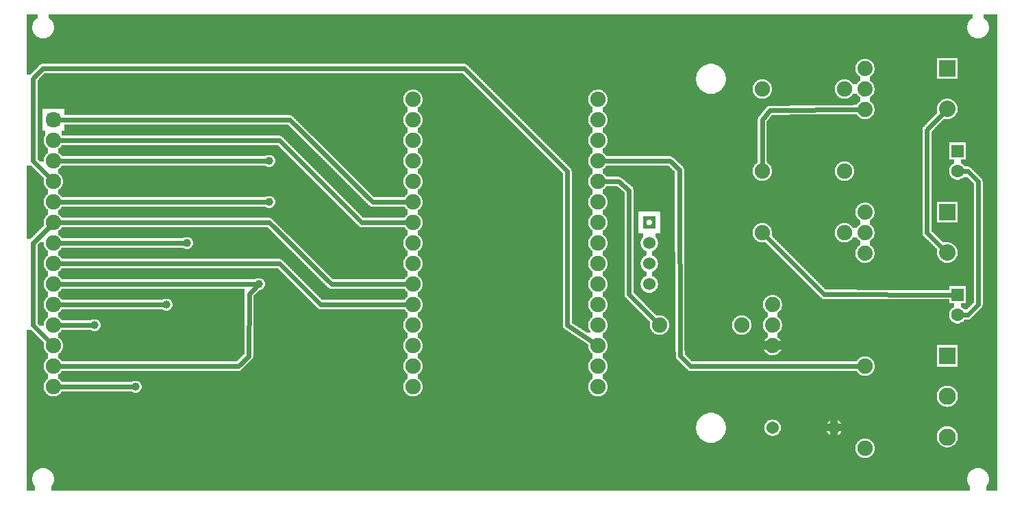
<source format=gbl>
G04 MADE WITH FRITZING*
G04 WWW.FRITZING.ORG*
G04 DOUBLE SIDED*
G04 HOLES PLATED*
G04 CONTOUR ON CENTER OF CONTOUR VECTOR*
%ASAXBY*%
%FSLAX23Y23*%
%MOIN*%
%OFA0B0*%
%SFA1.0B1.0*%
%ADD10C,0.075000*%
%ADD11C,0.039370*%
%ADD12C,0.059983*%
%ADD13C,0.060444*%
%ADD14C,0.083307*%
%ADD15C,0.074000*%
%ADD16C,0.047859*%
%ADD17C,0.080000*%
%ADD18C,0.062992*%
%ADD19C,0.074803*%
%ADD20R,0.083307X0.083307*%
%ADD21R,0.080000X0.080000*%
%ADD22R,0.062992X0.062992*%
%ADD23C,0.024000*%
%ADD24R,0.001000X0.001000*%
%LNCOPPER0*%
G90*
G70*
G54D10*
X275Y1548D03*
X893Y1274D03*
X248Y2306D03*
X817Y974D03*
G54D11*
X719Y947D03*
X1219Y1647D03*
X819Y1247D03*
G54D12*
X3069Y1247D03*
X3069Y1147D03*
X3069Y1047D03*
X169Y947D03*
X169Y1047D03*
X169Y847D03*
X169Y647D03*
X169Y547D03*
X169Y1547D03*
X169Y1647D03*
X169Y1447D03*
X169Y1347D03*
X169Y1247D03*
X169Y1147D03*
X169Y1747D03*
X169Y746D03*
G54D11*
X1219Y1447D03*
X1169Y1047D03*
X569Y547D03*
X369Y847D03*
G54D13*
X3969Y347D03*
X3669Y347D03*
G54D14*
X4519Y697D03*
X4519Y500D03*
X4519Y303D03*
G54D10*
X3619Y1597D03*
X4019Y1597D03*
G54D15*
X4119Y1897D03*
X4119Y1997D03*
X4119Y2097D03*
G54D16*
X1922Y1747D03*
X2819Y1947D03*
X2819Y1847D03*
X2819Y1747D03*
X2819Y1647D03*
X2819Y1547D03*
X1922Y1847D03*
X1922Y1947D03*
X1922Y1647D03*
X2819Y1447D03*
X2819Y1348D03*
X2819Y1248D03*
X2819Y1148D03*
X2819Y1048D03*
X2819Y948D03*
X2819Y848D03*
X2819Y748D03*
X2819Y649D03*
X2819Y549D03*
X1922Y1248D03*
X1922Y1148D03*
X1922Y1048D03*
X1922Y948D03*
X1922Y848D03*
X1922Y748D03*
X1922Y649D03*
X1922Y549D03*
X1922Y1547D03*
X1922Y1447D03*
X1922Y1348D03*
X1922Y1747D03*
X2819Y1947D03*
X2819Y1847D03*
X2819Y1747D03*
X2819Y1647D03*
X2819Y1547D03*
X1922Y1847D03*
X1922Y1947D03*
X1922Y1647D03*
X2819Y1447D03*
X2819Y1348D03*
X2819Y1248D03*
X2819Y1148D03*
X2819Y1048D03*
X2819Y948D03*
X2819Y848D03*
X2819Y748D03*
X2819Y649D03*
X2819Y549D03*
X1922Y1248D03*
X1922Y1148D03*
X1922Y1048D03*
X1922Y948D03*
X1922Y848D03*
X1922Y748D03*
X1922Y649D03*
X1922Y549D03*
X1922Y1547D03*
X1922Y1447D03*
X1922Y1348D03*
G54D15*
X4119Y1197D03*
X4119Y1297D03*
X4119Y1397D03*
X3669Y947D03*
X3669Y847D03*
X3669Y747D03*
G54D17*
X4519Y2097D03*
X4519Y1900D03*
X4519Y1397D03*
X4519Y1200D03*
G54D10*
X3519Y847D03*
X3119Y847D03*
X4019Y1297D03*
X3619Y1297D03*
X4019Y1997D03*
X3619Y1997D03*
X4119Y647D03*
X4119Y247D03*
G54D18*
X4569Y1695D03*
X4569Y1597D03*
X4569Y995D03*
X4569Y897D03*
G54D19*
X2819Y747D03*
X169Y1447D03*
X169Y1247D03*
X169Y1747D03*
X169Y1547D03*
X169Y1847D03*
X169Y1647D03*
X169Y1047D03*
X169Y747D03*
X169Y1347D03*
X169Y847D03*
X2819Y1947D03*
X169Y1147D03*
X169Y947D03*
X2819Y1747D03*
X2819Y1247D03*
X2819Y1847D03*
X2819Y947D03*
X2819Y647D03*
X2819Y847D03*
X2819Y547D03*
X2819Y1147D03*
X2819Y1647D03*
X2819Y1047D03*
X169Y647D03*
X2819Y1447D03*
X2819Y1347D03*
X2819Y1547D03*
X169Y547D03*
X1919Y1147D03*
X1919Y947D03*
X1919Y1247D03*
X1919Y847D03*
X1919Y647D03*
X1919Y547D03*
X1919Y747D03*
X1919Y1047D03*
X1919Y1947D03*
X1919Y1847D03*
X1919Y1647D03*
X1919Y1747D03*
X1919Y1447D03*
X1919Y1347D03*
X1919Y1547D03*
G54D20*
X4519Y697D03*
G54D21*
X4519Y2097D03*
X4519Y1397D03*
G54D22*
X4569Y1695D03*
X4569Y995D03*
G54D23*
X700Y947D02*
X194Y947D01*
D02*
X1200Y1647D02*
X194Y1647D01*
D02*
X4669Y1547D02*
X4669Y947D01*
D02*
X4619Y897D02*
X4596Y897D01*
D02*
X4669Y947D02*
X4619Y897D01*
D02*
X4619Y1597D02*
X4669Y1547D01*
D02*
X4596Y1597D02*
X4619Y1597D01*
D02*
X69Y1247D02*
X151Y1329D01*
D02*
X69Y847D02*
X69Y1247D01*
D02*
X152Y764D02*
X69Y847D01*
D02*
X1721Y1447D02*
X1899Y1447D01*
D02*
X1319Y1847D02*
X1721Y1447D01*
D02*
X204Y1847D02*
X1319Y1847D01*
D02*
X1269Y1747D02*
X194Y1747D01*
D02*
X1669Y1347D02*
X1269Y1747D01*
D02*
X1899Y1348D02*
X1669Y1347D01*
D02*
X1521Y1047D02*
X1899Y1048D01*
D02*
X1219Y1347D02*
X1521Y1047D01*
D02*
X194Y1347D02*
X1219Y1347D01*
D02*
X1269Y1147D02*
X1469Y947D01*
D02*
X1469Y947D02*
X1899Y948D01*
D02*
X194Y1147D02*
X1269Y1147D01*
D02*
X550Y547D02*
X194Y547D01*
D02*
X1200Y1447D02*
X194Y1447D01*
D02*
X1121Y999D02*
X1120Y696D01*
D02*
X1120Y696D02*
X1069Y647D01*
D02*
X1069Y647D02*
X194Y647D01*
D02*
X1156Y1034D02*
X1121Y999D01*
D02*
X350Y847D02*
X194Y847D01*
D02*
X116Y2097D02*
X2169Y2097D01*
D02*
X2669Y1597D02*
X2669Y847D01*
D02*
X69Y1647D02*
X69Y2047D01*
D02*
X69Y2047D02*
X116Y2097D01*
D02*
X2169Y2097D02*
X2669Y1597D01*
D02*
X2669Y847D02*
X2800Y761D01*
D02*
X151Y1565D02*
X69Y1647D01*
D02*
X1121Y1047D02*
X194Y1047D01*
D02*
X1150Y1047D02*
X1121Y1047D01*
D02*
X800Y1247D02*
X194Y1247D01*
D02*
X4419Y1797D02*
X4497Y1878D01*
D02*
X4419Y1297D02*
X4419Y1797D01*
D02*
X4497Y1222D02*
X4419Y1297D01*
D02*
X2969Y1506D02*
X2919Y1547D01*
D02*
X2919Y1547D02*
X2841Y1547D01*
D02*
X2969Y998D02*
X2969Y1506D01*
D02*
X3099Y867D02*
X2969Y998D01*
D02*
X3215Y1604D02*
X3219Y697D01*
D02*
X3219Y697D02*
X3269Y647D01*
D02*
X3169Y1647D02*
X3215Y1604D01*
D02*
X3269Y647D02*
X4090Y647D01*
D02*
X2841Y1647D02*
X3169Y1647D01*
D02*
X3919Y997D02*
X3639Y1277D01*
D02*
X4542Y995D02*
X3919Y997D01*
D02*
X3619Y1847D02*
X3619Y1626D01*
D02*
X3657Y1894D02*
X3619Y1847D01*
D02*
X4092Y1897D02*
X3657Y1894D01*
G36*
X222Y1826D02*
X222Y1796D01*
X220Y1796D01*
X220Y1794D01*
X208Y1794D01*
X208Y1772D01*
X210Y1772D01*
X210Y1770D01*
X1272Y1770D01*
X1272Y1768D01*
X1278Y1768D01*
X1278Y1766D01*
X1282Y1766D01*
X1282Y1764D01*
X1284Y1764D01*
X1284Y1762D01*
X1286Y1762D01*
X1286Y1760D01*
X1288Y1760D01*
X1288Y1758D01*
X1290Y1758D01*
X1290Y1756D01*
X1292Y1756D01*
X1292Y1754D01*
X1294Y1754D01*
X1294Y1752D01*
X1296Y1752D01*
X1296Y1750D01*
X1298Y1750D01*
X1298Y1748D01*
X1300Y1748D01*
X1300Y1746D01*
X1302Y1746D01*
X1302Y1744D01*
X1304Y1744D01*
X1304Y1742D01*
X1306Y1742D01*
X1306Y1740D01*
X1308Y1740D01*
X1308Y1738D01*
X1310Y1738D01*
X1310Y1736D01*
X1312Y1736D01*
X1312Y1734D01*
X1314Y1734D01*
X1314Y1732D01*
X1316Y1732D01*
X1316Y1730D01*
X1318Y1730D01*
X1318Y1728D01*
X1320Y1728D01*
X1320Y1726D01*
X1322Y1726D01*
X1322Y1724D01*
X1324Y1724D01*
X1324Y1722D01*
X1326Y1722D01*
X1326Y1720D01*
X1328Y1720D01*
X1328Y1718D01*
X1330Y1718D01*
X1330Y1716D01*
X1332Y1716D01*
X1332Y1714D01*
X1334Y1714D01*
X1334Y1712D01*
X1336Y1712D01*
X1336Y1710D01*
X1338Y1710D01*
X1338Y1708D01*
X1340Y1708D01*
X1340Y1706D01*
X1342Y1706D01*
X1342Y1704D01*
X1344Y1704D01*
X1344Y1702D01*
X1346Y1702D01*
X1346Y1700D01*
X1348Y1700D01*
X1348Y1698D01*
X1350Y1698D01*
X1350Y1696D01*
X1352Y1696D01*
X1352Y1694D01*
X1354Y1694D01*
X1354Y1692D01*
X1356Y1692D01*
X1356Y1690D01*
X1358Y1690D01*
X1358Y1688D01*
X1360Y1688D01*
X1360Y1686D01*
X1362Y1686D01*
X1362Y1684D01*
X1364Y1684D01*
X1364Y1682D01*
X1366Y1682D01*
X1366Y1680D01*
X1368Y1680D01*
X1368Y1678D01*
X1370Y1678D01*
X1370Y1676D01*
X1372Y1676D01*
X1372Y1674D01*
X1374Y1674D01*
X1374Y1672D01*
X1376Y1672D01*
X1376Y1670D01*
X1378Y1670D01*
X1378Y1668D01*
X1380Y1668D01*
X1380Y1666D01*
X1382Y1666D01*
X1382Y1664D01*
X1384Y1664D01*
X1384Y1662D01*
X1386Y1662D01*
X1386Y1660D01*
X1388Y1660D01*
X1388Y1658D01*
X1390Y1658D01*
X1390Y1656D01*
X1392Y1656D01*
X1392Y1654D01*
X1394Y1654D01*
X1394Y1652D01*
X1396Y1652D01*
X1396Y1650D01*
X1398Y1650D01*
X1398Y1648D01*
X1400Y1648D01*
X1400Y1646D01*
X1402Y1646D01*
X1402Y1644D01*
X1404Y1644D01*
X1404Y1642D01*
X1406Y1642D01*
X1406Y1640D01*
X1408Y1640D01*
X1408Y1638D01*
X1410Y1638D01*
X1410Y1636D01*
X1412Y1636D01*
X1412Y1634D01*
X1414Y1634D01*
X1414Y1632D01*
X1416Y1632D01*
X1416Y1630D01*
X1418Y1630D01*
X1418Y1628D01*
X1420Y1628D01*
X1420Y1626D01*
X1422Y1626D01*
X1422Y1624D01*
X1424Y1624D01*
X1424Y1622D01*
X1426Y1622D01*
X1426Y1620D01*
X1428Y1620D01*
X1428Y1618D01*
X1430Y1618D01*
X1430Y1616D01*
X1432Y1616D01*
X1432Y1614D01*
X1434Y1614D01*
X1434Y1612D01*
X1436Y1612D01*
X1436Y1610D01*
X1438Y1610D01*
X1438Y1608D01*
X1440Y1608D01*
X1440Y1606D01*
X1442Y1606D01*
X1442Y1604D01*
X1444Y1604D01*
X1444Y1602D01*
X1446Y1602D01*
X1446Y1600D01*
X1448Y1600D01*
X1448Y1598D01*
X1450Y1598D01*
X1450Y1596D01*
X1452Y1596D01*
X1452Y1594D01*
X1454Y1594D01*
X1454Y1592D01*
X1456Y1592D01*
X1456Y1590D01*
X1458Y1590D01*
X1458Y1588D01*
X1460Y1588D01*
X1460Y1586D01*
X1462Y1586D01*
X1462Y1584D01*
X1464Y1584D01*
X1464Y1582D01*
X1466Y1582D01*
X1466Y1580D01*
X1468Y1580D01*
X1468Y1578D01*
X1470Y1578D01*
X1470Y1576D01*
X1472Y1576D01*
X1472Y1574D01*
X1474Y1574D01*
X1474Y1572D01*
X1476Y1572D01*
X1476Y1570D01*
X1478Y1570D01*
X1478Y1568D01*
X1480Y1568D01*
X1480Y1566D01*
X1482Y1566D01*
X1482Y1564D01*
X1484Y1564D01*
X1484Y1562D01*
X1486Y1562D01*
X1486Y1560D01*
X1488Y1560D01*
X1488Y1558D01*
X1490Y1558D01*
X1490Y1556D01*
X1492Y1556D01*
X1492Y1554D01*
X1494Y1554D01*
X1494Y1552D01*
X1496Y1552D01*
X1496Y1550D01*
X1498Y1550D01*
X1498Y1548D01*
X1500Y1548D01*
X1500Y1546D01*
X1502Y1546D01*
X1502Y1544D01*
X1504Y1544D01*
X1504Y1542D01*
X1506Y1542D01*
X1506Y1540D01*
X1508Y1540D01*
X1508Y1538D01*
X1510Y1538D01*
X1510Y1536D01*
X1512Y1536D01*
X1512Y1534D01*
X1514Y1534D01*
X1514Y1532D01*
X1516Y1532D01*
X1516Y1530D01*
X1518Y1530D01*
X1518Y1528D01*
X1520Y1528D01*
X1520Y1526D01*
X1522Y1526D01*
X1522Y1524D01*
X1524Y1524D01*
X1524Y1522D01*
X1526Y1522D01*
X1526Y1520D01*
X1528Y1520D01*
X1528Y1518D01*
X1530Y1518D01*
X1530Y1516D01*
X1532Y1516D01*
X1532Y1514D01*
X1534Y1514D01*
X1534Y1512D01*
X1536Y1512D01*
X1536Y1510D01*
X1538Y1510D01*
X1538Y1508D01*
X1540Y1508D01*
X1540Y1506D01*
X1542Y1506D01*
X1542Y1504D01*
X1544Y1504D01*
X1544Y1502D01*
X1546Y1502D01*
X1546Y1500D01*
X1548Y1500D01*
X1548Y1498D01*
X1550Y1498D01*
X1550Y1496D01*
X1552Y1496D01*
X1552Y1494D01*
X1554Y1494D01*
X1554Y1492D01*
X1556Y1492D01*
X1556Y1490D01*
X1558Y1490D01*
X1558Y1488D01*
X1560Y1488D01*
X1560Y1486D01*
X1562Y1486D01*
X1562Y1484D01*
X1564Y1484D01*
X1564Y1482D01*
X1566Y1482D01*
X1566Y1480D01*
X1568Y1480D01*
X1568Y1478D01*
X1570Y1478D01*
X1570Y1476D01*
X1572Y1476D01*
X1572Y1474D01*
X1574Y1474D01*
X1574Y1472D01*
X1576Y1472D01*
X1576Y1470D01*
X1578Y1470D01*
X1578Y1468D01*
X1580Y1468D01*
X1580Y1466D01*
X1582Y1466D01*
X1582Y1464D01*
X1584Y1464D01*
X1584Y1462D01*
X1586Y1462D01*
X1586Y1460D01*
X1588Y1460D01*
X1588Y1458D01*
X1590Y1458D01*
X1590Y1456D01*
X1592Y1456D01*
X1592Y1454D01*
X1594Y1454D01*
X1594Y1452D01*
X1596Y1452D01*
X1596Y1450D01*
X1598Y1450D01*
X1598Y1448D01*
X1600Y1448D01*
X1600Y1446D01*
X1602Y1446D01*
X1602Y1444D01*
X1604Y1444D01*
X1604Y1442D01*
X1606Y1442D01*
X1606Y1440D01*
X1608Y1440D01*
X1608Y1438D01*
X1610Y1438D01*
X1610Y1436D01*
X1612Y1436D01*
X1612Y1434D01*
X1614Y1434D01*
X1614Y1432D01*
X1616Y1432D01*
X1616Y1430D01*
X1618Y1430D01*
X1618Y1428D01*
X1620Y1428D01*
X1620Y1426D01*
X1622Y1426D01*
X1622Y1424D01*
X1624Y1424D01*
X1624Y1422D01*
X1626Y1422D01*
X1626Y1420D01*
X1628Y1420D01*
X1628Y1418D01*
X1630Y1418D01*
X1630Y1416D01*
X1632Y1416D01*
X1632Y1414D01*
X1634Y1414D01*
X1634Y1412D01*
X1636Y1412D01*
X1636Y1410D01*
X1638Y1410D01*
X1638Y1408D01*
X1640Y1408D01*
X1640Y1406D01*
X1642Y1406D01*
X1642Y1404D01*
X1644Y1404D01*
X1644Y1402D01*
X1646Y1402D01*
X1646Y1400D01*
X1648Y1400D01*
X1648Y1398D01*
X1650Y1398D01*
X1650Y1396D01*
X1652Y1396D01*
X1652Y1394D01*
X1654Y1394D01*
X1654Y1392D01*
X1656Y1392D01*
X1656Y1390D01*
X1658Y1390D01*
X1658Y1388D01*
X1660Y1388D01*
X1660Y1386D01*
X1662Y1386D01*
X1662Y1384D01*
X1664Y1384D01*
X1664Y1382D01*
X1666Y1382D01*
X1666Y1380D01*
X1668Y1380D01*
X1668Y1378D01*
X1670Y1378D01*
X1670Y1376D01*
X1672Y1376D01*
X1672Y1374D01*
X1674Y1374D01*
X1674Y1372D01*
X1676Y1372D01*
X1676Y1370D01*
X1878Y1370D01*
X1878Y1372D01*
X1880Y1372D01*
X1880Y1376D01*
X1882Y1376D01*
X1882Y1378D01*
X1884Y1378D01*
X1884Y1380D01*
X1886Y1380D01*
X1886Y1382D01*
X1888Y1382D01*
X1888Y1384D01*
X1890Y1384D01*
X1890Y1386D01*
X1894Y1386D01*
X1894Y1408D01*
X1892Y1408D01*
X1892Y1410D01*
X1890Y1410D01*
X1890Y1412D01*
X1886Y1412D01*
X1886Y1414D01*
X1884Y1414D01*
X1884Y1416D01*
X1882Y1416D01*
X1882Y1420D01*
X1880Y1420D01*
X1880Y1422D01*
X1878Y1422D01*
X1878Y1426D01*
X1712Y1426D01*
X1712Y1428D01*
X1708Y1428D01*
X1708Y1430D01*
X1706Y1430D01*
X1706Y1432D01*
X1704Y1432D01*
X1704Y1434D01*
X1702Y1434D01*
X1702Y1436D01*
X1700Y1436D01*
X1700Y1438D01*
X1698Y1438D01*
X1698Y1440D01*
X1696Y1440D01*
X1696Y1442D01*
X1694Y1442D01*
X1694Y1444D01*
X1692Y1444D01*
X1692Y1446D01*
X1690Y1446D01*
X1690Y1448D01*
X1688Y1448D01*
X1688Y1450D01*
X1686Y1450D01*
X1686Y1452D01*
X1684Y1452D01*
X1684Y1454D01*
X1682Y1454D01*
X1682Y1456D01*
X1680Y1456D01*
X1680Y1458D01*
X1678Y1458D01*
X1678Y1460D01*
X1676Y1460D01*
X1676Y1462D01*
X1674Y1462D01*
X1674Y1464D01*
X1672Y1464D01*
X1672Y1466D01*
X1670Y1466D01*
X1670Y1468D01*
X1668Y1468D01*
X1668Y1470D01*
X1666Y1470D01*
X1666Y1472D01*
X1664Y1472D01*
X1664Y1474D01*
X1662Y1474D01*
X1662Y1476D01*
X1660Y1476D01*
X1660Y1478D01*
X1658Y1478D01*
X1658Y1480D01*
X1656Y1480D01*
X1656Y1482D01*
X1654Y1482D01*
X1654Y1484D01*
X1652Y1484D01*
X1652Y1486D01*
X1650Y1486D01*
X1650Y1488D01*
X1648Y1488D01*
X1648Y1490D01*
X1646Y1490D01*
X1646Y1492D01*
X1644Y1492D01*
X1644Y1494D01*
X1642Y1494D01*
X1642Y1496D01*
X1640Y1496D01*
X1640Y1498D01*
X1638Y1498D01*
X1638Y1500D01*
X1636Y1500D01*
X1636Y1502D01*
X1634Y1502D01*
X1634Y1504D01*
X1632Y1504D01*
X1632Y1506D01*
X1630Y1506D01*
X1630Y1508D01*
X1628Y1508D01*
X1628Y1510D01*
X1626Y1510D01*
X1626Y1512D01*
X1624Y1512D01*
X1624Y1514D01*
X1622Y1514D01*
X1622Y1516D01*
X1620Y1516D01*
X1620Y1518D01*
X1618Y1518D01*
X1618Y1520D01*
X1616Y1520D01*
X1616Y1522D01*
X1614Y1522D01*
X1614Y1524D01*
X1612Y1524D01*
X1612Y1526D01*
X1610Y1526D01*
X1610Y1528D01*
X1608Y1528D01*
X1608Y1530D01*
X1606Y1530D01*
X1606Y1532D01*
X1604Y1532D01*
X1604Y1534D01*
X1602Y1534D01*
X1602Y1536D01*
X1600Y1536D01*
X1600Y1538D01*
X1598Y1538D01*
X1598Y1540D01*
X1596Y1540D01*
X1596Y1542D01*
X1594Y1542D01*
X1594Y1544D01*
X1592Y1544D01*
X1592Y1546D01*
X1590Y1546D01*
X1590Y1548D01*
X1588Y1548D01*
X1588Y1550D01*
X1586Y1550D01*
X1586Y1552D01*
X1584Y1552D01*
X1584Y1554D01*
X1582Y1554D01*
X1582Y1556D01*
X1580Y1556D01*
X1580Y1558D01*
X1578Y1558D01*
X1578Y1560D01*
X1576Y1560D01*
X1576Y1562D01*
X1574Y1562D01*
X1574Y1564D01*
X1572Y1564D01*
X1572Y1566D01*
X1570Y1566D01*
X1570Y1568D01*
X1568Y1568D01*
X1568Y1570D01*
X1566Y1570D01*
X1566Y1572D01*
X1564Y1572D01*
X1564Y1574D01*
X1562Y1574D01*
X1562Y1576D01*
X1560Y1576D01*
X1560Y1578D01*
X1558Y1578D01*
X1558Y1580D01*
X1556Y1580D01*
X1556Y1582D01*
X1554Y1582D01*
X1554Y1584D01*
X1552Y1584D01*
X1552Y1586D01*
X1550Y1586D01*
X1550Y1588D01*
X1548Y1588D01*
X1548Y1590D01*
X1546Y1590D01*
X1546Y1592D01*
X1544Y1592D01*
X1544Y1594D01*
X1542Y1594D01*
X1542Y1596D01*
X1540Y1596D01*
X1540Y1598D01*
X1538Y1598D01*
X1538Y1600D01*
X1536Y1600D01*
X1536Y1602D01*
X1534Y1602D01*
X1534Y1604D01*
X1532Y1604D01*
X1532Y1606D01*
X1530Y1606D01*
X1530Y1608D01*
X1528Y1608D01*
X1528Y1610D01*
X1526Y1610D01*
X1526Y1612D01*
X1524Y1612D01*
X1524Y1614D01*
X1522Y1614D01*
X1522Y1616D01*
X1520Y1616D01*
X1520Y1618D01*
X1518Y1618D01*
X1518Y1620D01*
X1516Y1620D01*
X1516Y1622D01*
X1514Y1622D01*
X1514Y1624D01*
X1512Y1624D01*
X1512Y1626D01*
X1510Y1626D01*
X1510Y1628D01*
X1508Y1628D01*
X1508Y1630D01*
X1506Y1630D01*
X1506Y1632D01*
X1504Y1632D01*
X1504Y1634D01*
X1502Y1634D01*
X1502Y1636D01*
X1500Y1636D01*
X1500Y1638D01*
X1498Y1638D01*
X1498Y1640D01*
X1496Y1640D01*
X1496Y1642D01*
X1494Y1642D01*
X1494Y1644D01*
X1492Y1644D01*
X1492Y1646D01*
X1490Y1646D01*
X1490Y1648D01*
X1488Y1648D01*
X1488Y1650D01*
X1486Y1650D01*
X1486Y1652D01*
X1484Y1652D01*
X1484Y1654D01*
X1482Y1654D01*
X1482Y1656D01*
X1480Y1656D01*
X1480Y1658D01*
X1478Y1658D01*
X1478Y1660D01*
X1476Y1660D01*
X1476Y1662D01*
X1474Y1662D01*
X1474Y1664D01*
X1472Y1664D01*
X1472Y1666D01*
X1470Y1666D01*
X1470Y1668D01*
X1468Y1668D01*
X1468Y1670D01*
X1466Y1670D01*
X1466Y1672D01*
X1464Y1672D01*
X1464Y1674D01*
X1462Y1674D01*
X1462Y1676D01*
X1460Y1676D01*
X1460Y1678D01*
X1458Y1678D01*
X1458Y1680D01*
X1456Y1680D01*
X1456Y1682D01*
X1454Y1682D01*
X1454Y1684D01*
X1452Y1684D01*
X1452Y1686D01*
X1450Y1686D01*
X1450Y1688D01*
X1446Y1688D01*
X1446Y1690D01*
X1444Y1690D01*
X1444Y1692D01*
X1442Y1692D01*
X1442Y1694D01*
X1440Y1694D01*
X1440Y1696D01*
X1438Y1696D01*
X1438Y1698D01*
X1436Y1698D01*
X1436Y1700D01*
X1434Y1700D01*
X1434Y1702D01*
X1432Y1702D01*
X1432Y1704D01*
X1430Y1704D01*
X1430Y1706D01*
X1428Y1706D01*
X1428Y1708D01*
X1426Y1708D01*
X1426Y1710D01*
X1424Y1710D01*
X1424Y1712D01*
X1422Y1712D01*
X1422Y1714D01*
X1420Y1714D01*
X1420Y1716D01*
X1418Y1716D01*
X1418Y1718D01*
X1416Y1718D01*
X1416Y1720D01*
X1414Y1720D01*
X1414Y1722D01*
X1412Y1722D01*
X1412Y1724D01*
X1410Y1724D01*
X1410Y1726D01*
X1408Y1726D01*
X1408Y1728D01*
X1406Y1728D01*
X1406Y1730D01*
X1404Y1730D01*
X1404Y1732D01*
X1402Y1732D01*
X1402Y1734D01*
X1400Y1734D01*
X1400Y1736D01*
X1398Y1736D01*
X1398Y1738D01*
X1396Y1738D01*
X1396Y1740D01*
X1394Y1740D01*
X1394Y1742D01*
X1392Y1742D01*
X1392Y1744D01*
X1390Y1744D01*
X1390Y1746D01*
X1388Y1746D01*
X1388Y1748D01*
X1386Y1748D01*
X1386Y1750D01*
X1384Y1750D01*
X1384Y1752D01*
X1382Y1752D01*
X1382Y1754D01*
X1380Y1754D01*
X1380Y1756D01*
X1378Y1756D01*
X1378Y1758D01*
X1376Y1758D01*
X1376Y1760D01*
X1374Y1760D01*
X1374Y1762D01*
X1372Y1762D01*
X1372Y1764D01*
X1370Y1764D01*
X1370Y1766D01*
X1368Y1766D01*
X1368Y1768D01*
X1366Y1768D01*
X1366Y1770D01*
X1364Y1770D01*
X1364Y1772D01*
X1362Y1772D01*
X1362Y1774D01*
X1360Y1774D01*
X1360Y1776D01*
X1358Y1776D01*
X1358Y1778D01*
X1356Y1778D01*
X1356Y1780D01*
X1354Y1780D01*
X1354Y1782D01*
X1352Y1782D01*
X1352Y1784D01*
X1350Y1784D01*
X1350Y1786D01*
X1348Y1786D01*
X1348Y1788D01*
X1346Y1788D01*
X1346Y1790D01*
X1344Y1790D01*
X1344Y1792D01*
X1342Y1792D01*
X1342Y1794D01*
X1340Y1794D01*
X1340Y1796D01*
X1338Y1796D01*
X1338Y1798D01*
X1336Y1798D01*
X1336Y1800D01*
X1334Y1800D01*
X1334Y1802D01*
X1332Y1802D01*
X1332Y1804D01*
X1330Y1804D01*
X1330Y1806D01*
X1328Y1806D01*
X1328Y1808D01*
X1326Y1808D01*
X1326Y1810D01*
X1324Y1810D01*
X1324Y1812D01*
X1322Y1812D01*
X1322Y1814D01*
X1320Y1814D01*
X1320Y1816D01*
X1318Y1816D01*
X1318Y1818D01*
X1316Y1818D01*
X1316Y1820D01*
X1314Y1820D01*
X1314Y1822D01*
X1312Y1822D01*
X1312Y1824D01*
X1310Y1824D01*
X1310Y1826D01*
X222Y1826D01*
G37*
D02*
G36*
X40Y1626D02*
X40Y1268D01*
X60Y1268D01*
X60Y1270D01*
X62Y1270D01*
X62Y1272D01*
X64Y1272D01*
X64Y1274D01*
X66Y1274D01*
X66Y1276D01*
X68Y1276D01*
X68Y1278D01*
X70Y1278D01*
X70Y1280D01*
X72Y1280D01*
X72Y1282D01*
X74Y1282D01*
X74Y1284D01*
X76Y1284D01*
X76Y1286D01*
X78Y1286D01*
X78Y1288D01*
X80Y1288D01*
X80Y1290D01*
X82Y1290D01*
X82Y1292D01*
X84Y1292D01*
X84Y1294D01*
X86Y1294D01*
X86Y1296D01*
X88Y1296D01*
X88Y1298D01*
X90Y1298D01*
X90Y1300D01*
X92Y1300D01*
X92Y1302D01*
X94Y1302D01*
X94Y1304D01*
X96Y1304D01*
X96Y1306D01*
X98Y1306D01*
X98Y1308D01*
X100Y1308D01*
X100Y1310D01*
X102Y1310D01*
X102Y1312D01*
X104Y1312D01*
X104Y1314D01*
X106Y1314D01*
X106Y1316D01*
X108Y1316D01*
X108Y1318D01*
X110Y1318D01*
X110Y1320D01*
X112Y1320D01*
X112Y1322D01*
X114Y1322D01*
X114Y1324D01*
X116Y1324D01*
X116Y1326D01*
X118Y1326D01*
X118Y1328D01*
X120Y1328D01*
X120Y1330D01*
X122Y1330D01*
X122Y1358D01*
X124Y1358D01*
X124Y1364D01*
X126Y1364D01*
X126Y1368D01*
X128Y1368D01*
X128Y1372D01*
X130Y1372D01*
X130Y1376D01*
X132Y1376D01*
X132Y1378D01*
X134Y1378D01*
X134Y1380D01*
X136Y1380D01*
X136Y1382D01*
X138Y1382D01*
X138Y1384D01*
X140Y1384D01*
X140Y1386D01*
X144Y1386D01*
X144Y1408D01*
X142Y1408D01*
X142Y1410D01*
X140Y1410D01*
X140Y1412D01*
X136Y1412D01*
X136Y1414D01*
X134Y1414D01*
X134Y1416D01*
X132Y1416D01*
X132Y1420D01*
X130Y1420D01*
X130Y1422D01*
X128Y1422D01*
X128Y1426D01*
X126Y1426D01*
X126Y1430D01*
X124Y1430D01*
X124Y1436D01*
X122Y1436D01*
X122Y1458D01*
X124Y1458D01*
X124Y1464D01*
X126Y1464D01*
X126Y1468D01*
X128Y1468D01*
X128Y1472D01*
X130Y1472D01*
X130Y1476D01*
X132Y1476D01*
X132Y1478D01*
X134Y1478D01*
X134Y1480D01*
X136Y1480D01*
X136Y1482D01*
X138Y1482D01*
X138Y1484D01*
X140Y1484D01*
X140Y1486D01*
X144Y1486D01*
X144Y1508D01*
X142Y1508D01*
X142Y1510D01*
X140Y1510D01*
X140Y1512D01*
X136Y1512D01*
X136Y1514D01*
X134Y1514D01*
X134Y1516D01*
X132Y1516D01*
X132Y1520D01*
X130Y1520D01*
X130Y1522D01*
X128Y1522D01*
X128Y1526D01*
X126Y1526D01*
X126Y1530D01*
X124Y1530D01*
X124Y1536D01*
X122Y1536D01*
X122Y1564D01*
X120Y1564D01*
X120Y1566D01*
X118Y1566D01*
X118Y1568D01*
X116Y1568D01*
X116Y1570D01*
X114Y1570D01*
X114Y1572D01*
X112Y1572D01*
X112Y1574D01*
X110Y1574D01*
X110Y1576D01*
X108Y1576D01*
X108Y1578D01*
X106Y1578D01*
X106Y1580D01*
X104Y1580D01*
X104Y1582D01*
X102Y1582D01*
X102Y1584D01*
X100Y1584D01*
X100Y1586D01*
X98Y1586D01*
X98Y1588D01*
X96Y1588D01*
X96Y1590D01*
X94Y1590D01*
X94Y1592D01*
X92Y1592D01*
X92Y1594D01*
X90Y1594D01*
X90Y1596D01*
X88Y1596D01*
X88Y1598D01*
X86Y1598D01*
X86Y1600D01*
X84Y1600D01*
X84Y1602D01*
X82Y1602D01*
X82Y1604D01*
X80Y1604D01*
X80Y1606D01*
X78Y1606D01*
X78Y1608D01*
X76Y1608D01*
X76Y1610D01*
X74Y1610D01*
X74Y1612D01*
X72Y1612D01*
X72Y1614D01*
X70Y1614D01*
X70Y1616D01*
X68Y1616D01*
X68Y1618D01*
X66Y1618D01*
X66Y1620D01*
X64Y1620D01*
X64Y1622D01*
X62Y1622D01*
X62Y1624D01*
X60Y1624D01*
X60Y1626D01*
X40Y1626D01*
G37*
D02*
G36*
X210Y1726D02*
X210Y1722D01*
X208Y1722D01*
X208Y1720D01*
X206Y1720D01*
X206Y1716D01*
X204Y1716D01*
X204Y1714D01*
X202Y1714D01*
X202Y1712D01*
X200Y1712D01*
X200Y1710D01*
X196Y1710D01*
X196Y1708D01*
X194Y1708D01*
X194Y1686D01*
X198Y1686D01*
X198Y1684D01*
X200Y1684D01*
X200Y1682D01*
X202Y1682D01*
X202Y1680D01*
X204Y1680D01*
X204Y1678D01*
X1220Y1678D01*
X1220Y1676D01*
X1230Y1676D01*
X1230Y1674D01*
X1234Y1674D01*
X1234Y1672D01*
X1236Y1672D01*
X1236Y1670D01*
X1240Y1670D01*
X1240Y1668D01*
X1242Y1668D01*
X1242Y1664D01*
X1244Y1664D01*
X1244Y1662D01*
X1246Y1662D01*
X1246Y1658D01*
X1248Y1658D01*
X1248Y1638D01*
X1246Y1638D01*
X1246Y1634D01*
X1244Y1634D01*
X1244Y1630D01*
X1242Y1630D01*
X1242Y1628D01*
X1240Y1628D01*
X1240Y1626D01*
X1238Y1626D01*
X1238Y1624D01*
X1236Y1624D01*
X1236Y1622D01*
X1232Y1622D01*
X1232Y1620D01*
X1228Y1620D01*
X1228Y1618D01*
X1366Y1618D01*
X1366Y1620D01*
X1364Y1620D01*
X1364Y1622D01*
X1362Y1622D01*
X1362Y1624D01*
X1360Y1624D01*
X1360Y1626D01*
X1358Y1626D01*
X1358Y1628D01*
X1356Y1628D01*
X1356Y1630D01*
X1354Y1630D01*
X1354Y1632D01*
X1352Y1632D01*
X1352Y1634D01*
X1350Y1634D01*
X1350Y1636D01*
X1348Y1636D01*
X1348Y1638D01*
X1346Y1638D01*
X1346Y1640D01*
X1344Y1640D01*
X1344Y1642D01*
X1342Y1642D01*
X1342Y1644D01*
X1340Y1644D01*
X1340Y1646D01*
X1338Y1646D01*
X1338Y1648D01*
X1336Y1648D01*
X1336Y1650D01*
X1334Y1650D01*
X1334Y1652D01*
X1332Y1652D01*
X1332Y1654D01*
X1330Y1654D01*
X1330Y1656D01*
X1328Y1656D01*
X1328Y1658D01*
X1326Y1658D01*
X1326Y1660D01*
X1324Y1660D01*
X1324Y1662D01*
X1322Y1662D01*
X1322Y1664D01*
X1320Y1664D01*
X1320Y1666D01*
X1318Y1666D01*
X1318Y1668D01*
X1316Y1668D01*
X1316Y1670D01*
X1314Y1670D01*
X1314Y1672D01*
X1312Y1672D01*
X1312Y1674D01*
X1310Y1674D01*
X1310Y1676D01*
X1308Y1676D01*
X1308Y1678D01*
X1306Y1678D01*
X1306Y1680D01*
X1304Y1680D01*
X1304Y1682D01*
X1302Y1682D01*
X1302Y1684D01*
X1300Y1684D01*
X1300Y1686D01*
X1298Y1686D01*
X1298Y1688D01*
X1296Y1688D01*
X1296Y1690D01*
X1294Y1690D01*
X1294Y1692D01*
X1292Y1692D01*
X1292Y1694D01*
X1290Y1694D01*
X1290Y1696D01*
X1288Y1696D01*
X1288Y1698D01*
X1286Y1698D01*
X1286Y1700D01*
X1284Y1700D01*
X1284Y1702D01*
X1282Y1702D01*
X1282Y1704D01*
X1280Y1704D01*
X1280Y1706D01*
X1278Y1706D01*
X1278Y1708D01*
X1276Y1708D01*
X1276Y1710D01*
X1274Y1710D01*
X1274Y1712D01*
X1272Y1712D01*
X1272Y1714D01*
X1270Y1714D01*
X1270Y1716D01*
X1268Y1716D01*
X1268Y1718D01*
X1266Y1718D01*
X1266Y1720D01*
X1264Y1720D01*
X1264Y1722D01*
X1262Y1722D01*
X1262Y1724D01*
X1260Y1724D01*
X1260Y1726D01*
X210Y1726D01*
G37*
D02*
G36*
X206Y1678D02*
X206Y1676D01*
X208Y1676D01*
X208Y1672D01*
X210Y1672D01*
X210Y1670D01*
X1202Y1670D01*
X1202Y1672D01*
X1204Y1672D01*
X1204Y1674D01*
X1208Y1674D01*
X1208Y1676D01*
X1218Y1676D01*
X1218Y1678D01*
X206Y1678D01*
G37*
D02*
G36*
X210Y1626D02*
X210Y1622D01*
X208Y1622D01*
X208Y1620D01*
X206Y1620D01*
X206Y1618D01*
X1210Y1618D01*
X1210Y1620D01*
X1206Y1620D01*
X1206Y1622D01*
X1202Y1622D01*
X1202Y1624D01*
X1200Y1624D01*
X1200Y1626D01*
X210Y1626D01*
G37*
D02*
G36*
X206Y1618D02*
X206Y1616D01*
X1368Y1616D01*
X1368Y1618D01*
X206Y1618D01*
G37*
D02*
G36*
X206Y1618D02*
X206Y1616D01*
X1368Y1616D01*
X1368Y1618D01*
X206Y1618D01*
G37*
D02*
G36*
X204Y1616D02*
X204Y1614D01*
X202Y1614D01*
X202Y1612D01*
X200Y1612D01*
X200Y1610D01*
X196Y1610D01*
X196Y1608D01*
X194Y1608D01*
X194Y1586D01*
X198Y1586D01*
X198Y1584D01*
X200Y1584D01*
X200Y1582D01*
X202Y1582D01*
X202Y1580D01*
X204Y1580D01*
X204Y1578D01*
X206Y1578D01*
X206Y1576D01*
X208Y1576D01*
X208Y1572D01*
X210Y1572D01*
X210Y1568D01*
X212Y1568D01*
X212Y1564D01*
X214Y1564D01*
X214Y1558D01*
X216Y1558D01*
X216Y1536D01*
X214Y1536D01*
X214Y1530D01*
X212Y1530D01*
X212Y1526D01*
X210Y1526D01*
X210Y1522D01*
X208Y1522D01*
X208Y1520D01*
X206Y1520D01*
X206Y1516D01*
X204Y1516D01*
X204Y1514D01*
X202Y1514D01*
X202Y1512D01*
X200Y1512D01*
X200Y1510D01*
X196Y1510D01*
X196Y1508D01*
X194Y1508D01*
X194Y1486D01*
X198Y1486D01*
X198Y1484D01*
X200Y1484D01*
X200Y1482D01*
X202Y1482D01*
X202Y1480D01*
X204Y1480D01*
X204Y1478D01*
X1220Y1478D01*
X1220Y1476D01*
X1230Y1476D01*
X1230Y1474D01*
X1234Y1474D01*
X1234Y1472D01*
X1236Y1472D01*
X1236Y1470D01*
X1240Y1470D01*
X1240Y1468D01*
X1242Y1468D01*
X1242Y1464D01*
X1244Y1464D01*
X1244Y1462D01*
X1246Y1462D01*
X1246Y1458D01*
X1248Y1458D01*
X1248Y1438D01*
X1246Y1438D01*
X1246Y1434D01*
X1244Y1434D01*
X1244Y1430D01*
X1242Y1430D01*
X1242Y1428D01*
X1240Y1428D01*
X1240Y1426D01*
X1238Y1426D01*
X1238Y1424D01*
X1236Y1424D01*
X1236Y1422D01*
X1232Y1422D01*
X1232Y1420D01*
X1228Y1420D01*
X1228Y1418D01*
X1566Y1418D01*
X1566Y1420D01*
X1564Y1420D01*
X1564Y1422D01*
X1562Y1422D01*
X1562Y1424D01*
X1560Y1424D01*
X1560Y1426D01*
X1558Y1426D01*
X1558Y1428D01*
X1556Y1428D01*
X1556Y1430D01*
X1554Y1430D01*
X1554Y1432D01*
X1552Y1432D01*
X1552Y1434D01*
X1550Y1434D01*
X1550Y1436D01*
X1548Y1436D01*
X1548Y1438D01*
X1546Y1438D01*
X1546Y1440D01*
X1544Y1440D01*
X1544Y1442D01*
X1542Y1442D01*
X1542Y1444D01*
X1540Y1444D01*
X1540Y1446D01*
X1538Y1446D01*
X1538Y1448D01*
X1536Y1448D01*
X1536Y1450D01*
X1534Y1450D01*
X1534Y1452D01*
X1532Y1452D01*
X1532Y1454D01*
X1530Y1454D01*
X1530Y1456D01*
X1528Y1456D01*
X1528Y1458D01*
X1526Y1458D01*
X1526Y1460D01*
X1524Y1460D01*
X1524Y1462D01*
X1522Y1462D01*
X1522Y1464D01*
X1520Y1464D01*
X1520Y1466D01*
X1518Y1466D01*
X1518Y1468D01*
X1516Y1468D01*
X1516Y1470D01*
X1514Y1470D01*
X1514Y1472D01*
X1512Y1472D01*
X1512Y1474D01*
X1510Y1474D01*
X1510Y1476D01*
X1508Y1476D01*
X1508Y1478D01*
X1506Y1478D01*
X1506Y1480D01*
X1504Y1480D01*
X1504Y1482D01*
X1502Y1482D01*
X1502Y1484D01*
X1500Y1484D01*
X1500Y1486D01*
X1498Y1486D01*
X1498Y1488D01*
X1496Y1488D01*
X1496Y1490D01*
X1494Y1490D01*
X1494Y1492D01*
X1492Y1492D01*
X1492Y1494D01*
X1490Y1494D01*
X1490Y1496D01*
X1488Y1496D01*
X1488Y1498D01*
X1486Y1498D01*
X1486Y1500D01*
X1484Y1500D01*
X1484Y1502D01*
X1482Y1502D01*
X1482Y1504D01*
X1480Y1504D01*
X1480Y1506D01*
X1478Y1506D01*
X1478Y1508D01*
X1476Y1508D01*
X1476Y1510D01*
X1474Y1510D01*
X1474Y1512D01*
X1472Y1512D01*
X1472Y1514D01*
X1470Y1514D01*
X1470Y1516D01*
X1468Y1516D01*
X1468Y1518D01*
X1466Y1518D01*
X1466Y1520D01*
X1464Y1520D01*
X1464Y1522D01*
X1462Y1522D01*
X1462Y1524D01*
X1460Y1524D01*
X1460Y1526D01*
X1458Y1526D01*
X1458Y1528D01*
X1456Y1528D01*
X1456Y1530D01*
X1454Y1530D01*
X1454Y1532D01*
X1452Y1532D01*
X1452Y1534D01*
X1450Y1534D01*
X1450Y1536D01*
X1448Y1536D01*
X1448Y1538D01*
X1446Y1538D01*
X1446Y1540D01*
X1444Y1540D01*
X1444Y1542D01*
X1442Y1542D01*
X1442Y1544D01*
X1440Y1544D01*
X1440Y1546D01*
X1438Y1546D01*
X1438Y1548D01*
X1436Y1548D01*
X1436Y1550D01*
X1434Y1550D01*
X1434Y1552D01*
X1432Y1552D01*
X1432Y1554D01*
X1430Y1554D01*
X1430Y1556D01*
X1428Y1556D01*
X1428Y1558D01*
X1426Y1558D01*
X1426Y1560D01*
X1424Y1560D01*
X1424Y1562D01*
X1422Y1562D01*
X1422Y1564D01*
X1420Y1564D01*
X1420Y1566D01*
X1418Y1566D01*
X1418Y1568D01*
X1416Y1568D01*
X1416Y1570D01*
X1414Y1570D01*
X1414Y1572D01*
X1412Y1572D01*
X1412Y1574D01*
X1410Y1574D01*
X1410Y1576D01*
X1408Y1576D01*
X1408Y1578D01*
X1406Y1578D01*
X1406Y1580D01*
X1404Y1580D01*
X1404Y1582D01*
X1402Y1582D01*
X1402Y1584D01*
X1400Y1584D01*
X1400Y1586D01*
X1398Y1586D01*
X1398Y1588D01*
X1396Y1588D01*
X1396Y1590D01*
X1394Y1590D01*
X1394Y1592D01*
X1392Y1592D01*
X1392Y1594D01*
X1390Y1594D01*
X1390Y1596D01*
X1388Y1596D01*
X1388Y1598D01*
X1386Y1598D01*
X1386Y1600D01*
X1384Y1600D01*
X1384Y1602D01*
X1382Y1602D01*
X1382Y1604D01*
X1380Y1604D01*
X1380Y1606D01*
X1378Y1606D01*
X1378Y1608D01*
X1376Y1608D01*
X1376Y1610D01*
X1374Y1610D01*
X1374Y1612D01*
X1372Y1612D01*
X1372Y1614D01*
X1370Y1614D01*
X1370Y1616D01*
X204Y1616D01*
G37*
D02*
G36*
X206Y1478D02*
X206Y1476D01*
X208Y1476D01*
X208Y1472D01*
X210Y1472D01*
X210Y1470D01*
X1202Y1470D01*
X1202Y1472D01*
X1204Y1472D01*
X1204Y1474D01*
X1208Y1474D01*
X1208Y1476D01*
X1218Y1476D01*
X1218Y1478D01*
X206Y1478D01*
G37*
D02*
G36*
X210Y1426D02*
X210Y1422D01*
X208Y1422D01*
X208Y1420D01*
X206Y1420D01*
X206Y1418D01*
X1210Y1418D01*
X1210Y1420D01*
X1206Y1420D01*
X1206Y1422D01*
X1202Y1422D01*
X1202Y1424D01*
X1200Y1424D01*
X1200Y1426D01*
X210Y1426D01*
G37*
D02*
G36*
X206Y1418D02*
X206Y1416D01*
X1568Y1416D01*
X1568Y1418D01*
X206Y1418D01*
G37*
D02*
G36*
X206Y1418D02*
X206Y1416D01*
X1568Y1416D01*
X1568Y1418D01*
X206Y1418D01*
G37*
D02*
G36*
X204Y1416D02*
X204Y1414D01*
X202Y1414D01*
X202Y1412D01*
X200Y1412D01*
X200Y1410D01*
X196Y1410D01*
X196Y1408D01*
X194Y1408D01*
X194Y1386D01*
X198Y1386D01*
X198Y1384D01*
X200Y1384D01*
X200Y1382D01*
X202Y1382D01*
X202Y1380D01*
X204Y1380D01*
X204Y1378D01*
X206Y1378D01*
X206Y1376D01*
X208Y1376D01*
X208Y1372D01*
X210Y1372D01*
X210Y1370D01*
X1222Y1370D01*
X1222Y1368D01*
X1228Y1368D01*
X1228Y1366D01*
X1232Y1366D01*
X1232Y1364D01*
X1234Y1364D01*
X1234Y1362D01*
X1236Y1362D01*
X1236Y1360D01*
X1238Y1360D01*
X1238Y1358D01*
X1240Y1358D01*
X1240Y1356D01*
X1242Y1356D01*
X1242Y1354D01*
X1244Y1354D01*
X1244Y1352D01*
X1246Y1352D01*
X1246Y1350D01*
X1248Y1350D01*
X1248Y1348D01*
X1250Y1348D01*
X1250Y1346D01*
X1252Y1346D01*
X1252Y1344D01*
X1254Y1344D01*
X1254Y1342D01*
X1256Y1342D01*
X1256Y1340D01*
X1258Y1340D01*
X1258Y1338D01*
X1260Y1338D01*
X1260Y1336D01*
X1262Y1336D01*
X1262Y1334D01*
X1264Y1334D01*
X1264Y1332D01*
X1266Y1332D01*
X1266Y1330D01*
X1268Y1330D01*
X1268Y1328D01*
X1270Y1328D01*
X1270Y1326D01*
X1272Y1326D01*
X1272Y1324D01*
X1274Y1324D01*
X1274Y1322D01*
X1276Y1322D01*
X1276Y1320D01*
X1278Y1320D01*
X1278Y1318D01*
X1280Y1318D01*
X1280Y1316D01*
X1282Y1316D01*
X1282Y1314D01*
X1284Y1314D01*
X1284Y1312D01*
X1286Y1312D01*
X1286Y1310D01*
X1288Y1310D01*
X1288Y1308D01*
X1290Y1308D01*
X1290Y1306D01*
X1292Y1306D01*
X1292Y1304D01*
X1294Y1304D01*
X1294Y1302D01*
X1296Y1302D01*
X1296Y1300D01*
X1298Y1300D01*
X1298Y1298D01*
X1300Y1298D01*
X1300Y1296D01*
X1302Y1296D01*
X1302Y1294D01*
X1304Y1294D01*
X1304Y1292D01*
X1306Y1292D01*
X1306Y1290D01*
X1310Y1290D01*
X1310Y1288D01*
X1312Y1288D01*
X1312Y1286D01*
X1314Y1286D01*
X1314Y1284D01*
X1316Y1284D01*
X1316Y1282D01*
X1318Y1282D01*
X1318Y1280D01*
X1320Y1280D01*
X1320Y1278D01*
X1322Y1278D01*
X1322Y1276D01*
X1324Y1276D01*
X1324Y1274D01*
X1326Y1274D01*
X1326Y1272D01*
X1328Y1272D01*
X1328Y1270D01*
X1330Y1270D01*
X1330Y1268D01*
X1332Y1268D01*
X1332Y1266D01*
X1334Y1266D01*
X1334Y1264D01*
X1336Y1264D01*
X1336Y1262D01*
X1338Y1262D01*
X1338Y1260D01*
X1340Y1260D01*
X1340Y1258D01*
X1342Y1258D01*
X1342Y1256D01*
X1344Y1256D01*
X1344Y1254D01*
X1346Y1254D01*
X1346Y1252D01*
X1348Y1252D01*
X1348Y1250D01*
X1350Y1250D01*
X1350Y1248D01*
X1352Y1248D01*
X1352Y1246D01*
X1354Y1246D01*
X1354Y1244D01*
X1356Y1244D01*
X1356Y1242D01*
X1358Y1242D01*
X1358Y1240D01*
X1360Y1240D01*
X1360Y1238D01*
X1362Y1238D01*
X1362Y1236D01*
X1364Y1236D01*
X1364Y1234D01*
X1366Y1234D01*
X1366Y1232D01*
X1368Y1232D01*
X1368Y1230D01*
X1370Y1230D01*
X1370Y1228D01*
X1372Y1228D01*
X1372Y1226D01*
X1374Y1226D01*
X1374Y1224D01*
X1376Y1224D01*
X1376Y1222D01*
X1378Y1222D01*
X1378Y1220D01*
X1380Y1220D01*
X1380Y1218D01*
X1382Y1218D01*
X1382Y1216D01*
X1384Y1216D01*
X1384Y1214D01*
X1386Y1214D01*
X1386Y1212D01*
X1388Y1212D01*
X1388Y1210D01*
X1390Y1210D01*
X1390Y1208D01*
X1392Y1208D01*
X1392Y1206D01*
X1394Y1206D01*
X1394Y1204D01*
X1396Y1204D01*
X1396Y1202D01*
X1398Y1202D01*
X1398Y1200D01*
X1400Y1200D01*
X1400Y1198D01*
X1402Y1198D01*
X1402Y1196D01*
X1404Y1196D01*
X1404Y1194D01*
X1406Y1194D01*
X1406Y1192D01*
X1408Y1192D01*
X1408Y1190D01*
X1410Y1190D01*
X1410Y1188D01*
X1412Y1188D01*
X1412Y1186D01*
X1414Y1186D01*
X1414Y1184D01*
X1416Y1184D01*
X1416Y1182D01*
X1418Y1182D01*
X1418Y1180D01*
X1420Y1180D01*
X1420Y1178D01*
X1422Y1178D01*
X1422Y1176D01*
X1424Y1176D01*
X1424Y1174D01*
X1426Y1174D01*
X1426Y1172D01*
X1428Y1172D01*
X1428Y1170D01*
X1430Y1170D01*
X1430Y1168D01*
X1432Y1168D01*
X1432Y1166D01*
X1434Y1166D01*
X1434Y1164D01*
X1436Y1164D01*
X1436Y1162D01*
X1438Y1162D01*
X1438Y1160D01*
X1440Y1160D01*
X1440Y1158D01*
X1442Y1158D01*
X1442Y1156D01*
X1444Y1156D01*
X1444Y1154D01*
X1446Y1154D01*
X1446Y1152D01*
X1448Y1152D01*
X1448Y1150D01*
X1450Y1150D01*
X1450Y1148D01*
X1452Y1148D01*
X1452Y1146D01*
X1454Y1146D01*
X1454Y1144D01*
X1456Y1144D01*
X1456Y1142D01*
X1458Y1142D01*
X1458Y1140D01*
X1460Y1140D01*
X1460Y1138D01*
X1462Y1138D01*
X1462Y1136D01*
X1464Y1136D01*
X1464Y1134D01*
X1466Y1134D01*
X1466Y1132D01*
X1468Y1132D01*
X1468Y1130D01*
X1470Y1130D01*
X1470Y1128D01*
X1472Y1128D01*
X1472Y1126D01*
X1474Y1126D01*
X1474Y1124D01*
X1476Y1124D01*
X1476Y1122D01*
X1478Y1122D01*
X1478Y1120D01*
X1480Y1120D01*
X1480Y1118D01*
X1482Y1118D01*
X1482Y1116D01*
X1484Y1116D01*
X1484Y1114D01*
X1486Y1114D01*
X1486Y1112D01*
X1488Y1112D01*
X1488Y1110D01*
X1490Y1110D01*
X1490Y1108D01*
X1492Y1108D01*
X1492Y1106D01*
X1494Y1106D01*
X1494Y1104D01*
X1496Y1104D01*
X1496Y1102D01*
X1498Y1102D01*
X1498Y1100D01*
X1500Y1100D01*
X1500Y1098D01*
X1502Y1098D01*
X1502Y1096D01*
X1504Y1096D01*
X1504Y1094D01*
X1506Y1094D01*
X1506Y1092D01*
X1508Y1092D01*
X1508Y1090D01*
X1510Y1090D01*
X1510Y1088D01*
X1512Y1088D01*
X1512Y1086D01*
X1514Y1086D01*
X1514Y1084D01*
X1516Y1084D01*
X1516Y1082D01*
X1518Y1082D01*
X1518Y1080D01*
X1520Y1080D01*
X1520Y1078D01*
X1522Y1078D01*
X1522Y1076D01*
X1524Y1076D01*
X1524Y1074D01*
X1526Y1074D01*
X1526Y1072D01*
X1528Y1072D01*
X1528Y1070D01*
X1878Y1070D01*
X1878Y1072D01*
X1880Y1072D01*
X1880Y1076D01*
X1882Y1076D01*
X1882Y1078D01*
X1884Y1078D01*
X1884Y1080D01*
X1886Y1080D01*
X1886Y1082D01*
X1888Y1082D01*
X1888Y1084D01*
X1890Y1084D01*
X1890Y1086D01*
X1894Y1086D01*
X1894Y1108D01*
X1892Y1108D01*
X1892Y1110D01*
X1890Y1110D01*
X1890Y1112D01*
X1886Y1112D01*
X1886Y1114D01*
X1884Y1114D01*
X1884Y1116D01*
X1882Y1116D01*
X1882Y1120D01*
X1880Y1120D01*
X1880Y1122D01*
X1878Y1122D01*
X1878Y1126D01*
X1876Y1126D01*
X1876Y1130D01*
X1874Y1130D01*
X1874Y1136D01*
X1872Y1136D01*
X1872Y1158D01*
X1874Y1158D01*
X1874Y1164D01*
X1876Y1164D01*
X1876Y1168D01*
X1878Y1168D01*
X1878Y1172D01*
X1880Y1172D01*
X1880Y1176D01*
X1882Y1176D01*
X1882Y1178D01*
X1884Y1178D01*
X1884Y1180D01*
X1886Y1180D01*
X1886Y1182D01*
X1888Y1182D01*
X1888Y1184D01*
X1890Y1184D01*
X1890Y1186D01*
X1894Y1186D01*
X1894Y1208D01*
X1892Y1208D01*
X1892Y1210D01*
X1890Y1210D01*
X1890Y1212D01*
X1886Y1212D01*
X1886Y1214D01*
X1884Y1214D01*
X1884Y1216D01*
X1882Y1216D01*
X1882Y1220D01*
X1880Y1220D01*
X1880Y1222D01*
X1878Y1222D01*
X1878Y1226D01*
X1876Y1226D01*
X1876Y1230D01*
X1874Y1230D01*
X1874Y1236D01*
X1872Y1236D01*
X1872Y1258D01*
X1874Y1258D01*
X1874Y1264D01*
X1876Y1264D01*
X1876Y1268D01*
X1878Y1268D01*
X1878Y1272D01*
X1880Y1272D01*
X1880Y1276D01*
X1882Y1276D01*
X1882Y1278D01*
X1884Y1278D01*
X1884Y1280D01*
X1886Y1280D01*
X1886Y1282D01*
X1888Y1282D01*
X1888Y1284D01*
X1890Y1284D01*
X1890Y1286D01*
X1894Y1286D01*
X1894Y1308D01*
X1892Y1308D01*
X1892Y1310D01*
X1890Y1310D01*
X1890Y1312D01*
X1886Y1312D01*
X1886Y1314D01*
X1884Y1314D01*
X1884Y1316D01*
X1882Y1316D01*
X1882Y1320D01*
X1880Y1320D01*
X1880Y1322D01*
X1878Y1322D01*
X1878Y1326D01*
X1660Y1326D01*
X1660Y1328D01*
X1658Y1328D01*
X1658Y1330D01*
X1654Y1330D01*
X1654Y1332D01*
X1652Y1332D01*
X1652Y1334D01*
X1650Y1334D01*
X1650Y1336D01*
X1648Y1336D01*
X1648Y1338D01*
X1646Y1338D01*
X1646Y1340D01*
X1644Y1340D01*
X1644Y1342D01*
X1642Y1342D01*
X1642Y1344D01*
X1640Y1344D01*
X1640Y1346D01*
X1638Y1346D01*
X1638Y1348D01*
X1636Y1348D01*
X1636Y1350D01*
X1634Y1350D01*
X1634Y1352D01*
X1632Y1352D01*
X1632Y1354D01*
X1630Y1354D01*
X1630Y1356D01*
X1628Y1356D01*
X1628Y1358D01*
X1626Y1358D01*
X1626Y1360D01*
X1624Y1360D01*
X1624Y1362D01*
X1622Y1362D01*
X1622Y1364D01*
X1620Y1364D01*
X1620Y1366D01*
X1618Y1366D01*
X1618Y1368D01*
X1616Y1368D01*
X1616Y1370D01*
X1614Y1370D01*
X1614Y1372D01*
X1612Y1372D01*
X1612Y1374D01*
X1610Y1374D01*
X1610Y1376D01*
X1608Y1376D01*
X1608Y1378D01*
X1606Y1378D01*
X1606Y1380D01*
X1604Y1380D01*
X1604Y1382D01*
X1602Y1382D01*
X1602Y1384D01*
X1600Y1384D01*
X1600Y1386D01*
X1598Y1386D01*
X1598Y1388D01*
X1596Y1388D01*
X1596Y1390D01*
X1594Y1390D01*
X1594Y1392D01*
X1592Y1392D01*
X1592Y1394D01*
X1590Y1394D01*
X1590Y1396D01*
X1588Y1396D01*
X1588Y1398D01*
X1586Y1398D01*
X1586Y1400D01*
X1584Y1400D01*
X1584Y1402D01*
X1582Y1402D01*
X1582Y1404D01*
X1580Y1404D01*
X1580Y1406D01*
X1578Y1406D01*
X1578Y1408D01*
X1576Y1408D01*
X1576Y1410D01*
X1574Y1410D01*
X1574Y1412D01*
X1572Y1412D01*
X1572Y1414D01*
X1570Y1414D01*
X1570Y1416D01*
X204Y1416D01*
G37*
D02*
G36*
X102Y1250D02*
X102Y1248D01*
X100Y1248D01*
X100Y1246D01*
X98Y1246D01*
X98Y1244D01*
X96Y1244D01*
X96Y1242D01*
X94Y1242D01*
X94Y1240D01*
X92Y1240D01*
X92Y854D01*
X94Y854D01*
X94Y852D01*
X96Y852D01*
X96Y850D01*
X98Y850D01*
X98Y848D01*
X100Y848D01*
X100Y846D01*
X102Y846D01*
X102Y844D01*
X122Y844D01*
X122Y858D01*
X124Y858D01*
X124Y864D01*
X126Y864D01*
X126Y868D01*
X128Y868D01*
X128Y872D01*
X130Y872D01*
X130Y876D01*
X132Y876D01*
X132Y878D01*
X134Y878D01*
X134Y880D01*
X136Y880D01*
X136Y882D01*
X138Y882D01*
X138Y884D01*
X140Y884D01*
X140Y886D01*
X144Y886D01*
X144Y908D01*
X142Y908D01*
X142Y910D01*
X140Y910D01*
X140Y912D01*
X136Y912D01*
X136Y914D01*
X134Y914D01*
X134Y916D01*
X132Y916D01*
X132Y920D01*
X130Y920D01*
X130Y922D01*
X128Y922D01*
X128Y926D01*
X126Y926D01*
X126Y930D01*
X124Y930D01*
X124Y936D01*
X122Y936D01*
X122Y958D01*
X124Y958D01*
X124Y964D01*
X126Y964D01*
X126Y968D01*
X128Y968D01*
X128Y972D01*
X130Y972D01*
X130Y976D01*
X132Y976D01*
X132Y978D01*
X134Y978D01*
X134Y980D01*
X136Y980D01*
X136Y982D01*
X138Y982D01*
X138Y984D01*
X140Y984D01*
X140Y986D01*
X144Y986D01*
X144Y1008D01*
X142Y1008D01*
X142Y1010D01*
X140Y1010D01*
X140Y1012D01*
X136Y1012D01*
X136Y1014D01*
X134Y1014D01*
X134Y1016D01*
X132Y1016D01*
X132Y1020D01*
X130Y1020D01*
X130Y1022D01*
X128Y1022D01*
X128Y1026D01*
X126Y1026D01*
X126Y1030D01*
X124Y1030D01*
X124Y1036D01*
X122Y1036D01*
X122Y1058D01*
X124Y1058D01*
X124Y1064D01*
X126Y1064D01*
X126Y1068D01*
X128Y1068D01*
X128Y1072D01*
X130Y1072D01*
X130Y1076D01*
X132Y1076D01*
X132Y1078D01*
X134Y1078D01*
X134Y1080D01*
X136Y1080D01*
X136Y1082D01*
X138Y1082D01*
X138Y1084D01*
X140Y1084D01*
X140Y1086D01*
X144Y1086D01*
X144Y1108D01*
X142Y1108D01*
X142Y1110D01*
X140Y1110D01*
X140Y1112D01*
X136Y1112D01*
X136Y1114D01*
X134Y1114D01*
X134Y1116D01*
X132Y1116D01*
X132Y1120D01*
X130Y1120D01*
X130Y1122D01*
X128Y1122D01*
X128Y1126D01*
X126Y1126D01*
X126Y1130D01*
X124Y1130D01*
X124Y1136D01*
X122Y1136D01*
X122Y1158D01*
X124Y1158D01*
X124Y1164D01*
X126Y1164D01*
X126Y1168D01*
X128Y1168D01*
X128Y1172D01*
X130Y1172D01*
X130Y1176D01*
X132Y1176D01*
X132Y1178D01*
X134Y1178D01*
X134Y1180D01*
X136Y1180D01*
X136Y1182D01*
X138Y1182D01*
X138Y1184D01*
X140Y1184D01*
X140Y1186D01*
X144Y1186D01*
X144Y1208D01*
X142Y1208D01*
X142Y1210D01*
X140Y1210D01*
X140Y1212D01*
X136Y1212D01*
X136Y1214D01*
X134Y1214D01*
X134Y1216D01*
X132Y1216D01*
X132Y1220D01*
X130Y1220D01*
X130Y1222D01*
X128Y1222D01*
X128Y1226D01*
X126Y1226D01*
X126Y1230D01*
X124Y1230D01*
X124Y1236D01*
X122Y1236D01*
X122Y1250D01*
X102Y1250D01*
G37*
D02*
G36*
X210Y1326D02*
X210Y1322D01*
X208Y1322D01*
X208Y1320D01*
X206Y1320D01*
X206Y1316D01*
X204Y1316D01*
X204Y1314D01*
X202Y1314D01*
X202Y1312D01*
X200Y1312D01*
X200Y1310D01*
X196Y1310D01*
X196Y1308D01*
X194Y1308D01*
X194Y1286D01*
X198Y1286D01*
X198Y1284D01*
X200Y1284D01*
X200Y1282D01*
X202Y1282D01*
X202Y1280D01*
X204Y1280D01*
X204Y1278D01*
X820Y1278D01*
X820Y1276D01*
X830Y1276D01*
X830Y1274D01*
X834Y1274D01*
X834Y1272D01*
X836Y1272D01*
X836Y1270D01*
X840Y1270D01*
X840Y1268D01*
X842Y1268D01*
X842Y1264D01*
X844Y1264D01*
X844Y1262D01*
X846Y1262D01*
X846Y1256D01*
X848Y1256D01*
X848Y1238D01*
X846Y1238D01*
X846Y1234D01*
X844Y1234D01*
X844Y1230D01*
X842Y1230D01*
X842Y1228D01*
X840Y1228D01*
X840Y1226D01*
X838Y1226D01*
X838Y1224D01*
X836Y1224D01*
X836Y1222D01*
X832Y1222D01*
X832Y1220D01*
X828Y1220D01*
X828Y1218D01*
X1316Y1218D01*
X1316Y1220D01*
X1314Y1220D01*
X1314Y1222D01*
X1312Y1222D01*
X1312Y1224D01*
X1310Y1224D01*
X1310Y1226D01*
X1308Y1226D01*
X1308Y1228D01*
X1306Y1228D01*
X1306Y1230D01*
X1304Y1230D01*
X1304Y1232D01*
X1302Y1232D01*
X1302Y1234D01*
X1300Y1234D01*
X1300Y1236D01*
X1298Y1236D01*
X1298Y1238D01*
X1296Y1238D01*
X1296Y1240D01*
X1294Y1240D01*
X1294Y1242D01*
X1292Y1242D01*
X1292Y1244D01*
X1290Y1244D01*
X1290Y1246D01*
X1288Y1246D01*
X1288Y1248D01*
X1286Y1248D01*
X1286Y1250D01*
X1284Y1250D01*
X1284Y1252D01*
X1282Y1252D01*
X1282Y1254D01*
X1280Y1254D01*
X1280Y1256D01*
X1278Y1256D01*
X1278Y1258D01*
X1276Y1258D01*
X1276Y1260D01*
X1274Y1260D01*
X1274Y1262D01*
X1272Y1262D01*
X1272Y1264D01*
X1270Y1264D01*
X1270Y1266D01*
X1268Y1266D01*
X1268Y1268D01*
X1266Y1268D01*
X1266Y1270D01*
X1264Y1270D01*
X1264Y1272D01*
X1262Y1272D01*
X1262Y1274D01*
X1260Y1274D01*
X1260Y1276D01*
X1258Y1276D01*
X1258Y1278D01*
X1256Y1278D01*
X1256Y1280D01*
X1254Y1280D01*
X1254Y1282D01*
X1252Y1282D01*
X1252Y1284D01*
X1250Y1284D01*
X1250Y1286D01*
X1248Y1286D01*
X1248Y1288D01*
X1246Y1288D01*
X1246Y1290D01*
X1244Y1290D01*
X1244Y1292D01*
X1242Y1292D01*
X1242Y1294D01*
X1240Y1294D01*
X1240Y1296D01*
X1238Y1296D01*
X1238Y1298D01*
X1236Y1298D01*
X1236Y1300D01*
X1234Y1300D01*
X1234Y1302D01*
X1232Y1302D01*
X1232Y1304D01*
X1230Y1304D01*
X1230Y1306D01*
X1228Y1306D01*
X1228Y1308D01*
X1226Y1308D01*
X1226Y1310D01*
X1224Y1310D01*
X1224Y1312D01*
X1222Y1312D01*
X1222Y1314D01*
X1220Y1314D01*
X1220Y1316D01*
X1218Y1316D01*
X1218Y1318D01*
X1216Y1318D01*
X1216Y1320D01*
X1214Y1320D01*
X1214Y1322D01*
X1212Y1322D01*
X1212Y1324D01*
X1210Y1324D01*
X1210Y1326D01*
X210Y1326D01*
G37*
D02*
G36*
X206Y1278D02*
X206Y1276D01*
X208Y1276D01*
X208Y1272D01*
X210Y1272D01*
X210Y1270D01*
X802Y1270D01*
X802Y1272D01*
X804Y1272D01*
X804Y1274D01*
X808Y1274D01*
X808Y1276D01*
X818Y1276D01*
X818Y1278D01*
X206Y1278D01*
G37*
D02*
G36*
X210Y1226D02*
X210Y1222D01*
X208Y1222D01*
X208Y1220D01*
X206Y1220D01*
X206Y1218D01*
X810Y1218D01*
X810Y1220D01*
X806Y1220D01*
X806Y1222D01*
X802Y1222D01*
X802Y1224D01*
X800Y1224D01*
X800Y1226D01*
X210Y1226D01*
G37*
D02*
G36*
X206Y1218D02*
X206Y1216D01*
X1320Y1216D01*
X1320Y1218D01*
X206Y1218D01*
G37*
D02*
G36*
X206Y1218D02*
X206Y1216D01*
X1320Y1216D01*
X1320Y1218D01*
X206Y1218D01*
G37*
D02*
G36*
X204Y1216D02*
X204Y1214D01*
X202Y1214D01*
X202Y1212D01*
X200Y1212D01*
X200Y1210D01*
X196Y1210D01*
X196Y1208D01*
X194Y1208D01*
X194Y1186D01*
X198Y1186D01*
X198Y1184D01*
X200Y1184D01*
X200Y1182D01*
X202Y1182D01*
X202Y1180D01*
X204Y1180D01*
X204Y1178D01*
X206Y1178D01*
X206Y1176D01*
X208Y1176D01*
X208Y1172D01*
X210Y1172D01*
X210Y1170D01*
X1272Y1170D01*
X1272Y1168D01*
X1278Y1168D01*
X1278Y1166D01*
X1282Y1166D01*
X1282Y1164D01*
X1284Y1164D01*
X1284Y1162D01*
X1286Y1162D01*
X1286Y1160D01*
X1288Y1160D01*
X1288Y1158D01*
X1290Y1158D01*
X1290Y1156D01*
X1292Y1156D01*
X1292Y1154D01*
X1294Y1154D01*
X1294Y1152D01*
X1296Y1152D01*
X1296Y1150D01*
X1298Y1150D01*
X1298Y1148D01*
X1300Y1148D01*
X1300Y1146D01*
X1302Y1146D01*
X1302Y1144D01*
X1304Y1144D01*
X1304Y1142D01*
X1306Y1142D01*
X1306Y1140D01*
X1308Y1140D01*
X1308Y1138D01*
X1310Y1138D01*
X1310Y1136D01*
X1312Y1136D01*
X1312Y1134D01*
X1314Y1134D01*
X1314Y1132D01*
X1316Y1132D01*
X1316Y1130D01*
X1318Y1130D01*
X1318Y1128D01*
X1320Y1128D01*
X1320Y1126D01*
X1322Y1126D01*
X1322Y1124D01*
X1324Y1124D01*
X1324Y1122D01*
X1326Y1122D01*
X1326Y1120D01*
X1328Y1120D01*
X1328Y1118D01*
X1330Y1118D01*
X1330Y1116D01*
X1332Y1116D01*
X1332Y1114D01*
X1334Y1114D01*
X1334Y1112D01*
X1336Y1112D01*
X1336Y1110D01*
X1338Y1110D01*
X1338Y1108D01*
X1340Y1108D01*
X1340Y1106D01*
X1342Y1106D01*
X1342Y1104D01*
X1344Y1104D01*
X1344Y1102D01*
X1346Y1102D01*
X1346Y1100D01*
X1348Y1100D01*
X1348Y1098D01*
X1350Y1098D01*
X1350Y1096D01*
X1352Y1096D01*
X1352Y1094D01*
X1354Y1094D01*
X1354Y1092D01*
X1356Y1092D01*
X1356Y1090D01*
X1358Y1090D01*
X1358Y1088D01*
X1360Y1088D01*
X1360Y1086D01*
X1362Y1086D01*
X1362Y1084D01*
X1364Y1084D01*
X1364Y1082D01*
X1366Y1082D01*
X1366Y1080D01*
X1368Y1080D01*
X1368Y1078D01*
X1370Y1078D01*
X1370Y1076D01*
X1372Y1076D01*
X1372Y1074D01*
X1374Y1074D01*
X1374Y1072D01*
X1376Y1072D01*
X1376Y1070D01*
X1378Y1070D01*
X1378Y1068D01*
X1380Y1068D01*
X1380Y1066D01*
X1382Y1066D01*
X1382Y1064D01*
X1384Y1064D01*
X1384Y1062D01*
X1386Y1062D01*
X1386Y1060D01*
X1388Y1060D01*
X1388Y1058D01*
X1390Y1058D01*
X1390Y1056D01*
X1392Y1056D01*
X1392Y1054D01*
X1394Y1054D01*
X1394Y1052D01*
X1396Y1052D01*
X1396Y1050D01*
X1398Y1050D01*
X1398Y1048D01*
X1400Y1048D01*
X1400Y1046D01*
X1402Y1046D01*
X1402Y1044D01*
X1404Y1044D01*
X1404Y1042D01*
X1406Y1042D01*
X1406Y1040D01*
X1408Y1040D01*
X1408Y1038D01*
X1410Y1038D01*
X1410Y1036D01*
X1412Y1036D01*
X1412Y1034D01*
X1414Y1034D01*
X1414Y1032D01*
X1416Y1032D01*
X1416Y1030D01*
X1418Y1030D01*
X1418Y1028D01*
X1420Y1028D01*
X1420Y1026D01*
X1422Y1026D01*
X1422Y1024D01*
X1424Y1024D01*
X1424Y1022D01*
X1426Y1022D01*
X1426Y1020D01*
X1428Y1020D01*
X1428Y1018D01*
X1430Y1018D01*
X1430Y1016D01*
X1432Y1016D01*
X1432Y1014D01*
X1434Y1014D01*
X1434Y1012D01*
X1436Y1012D01*
X1436Y1010D01*
X1438Y1010D01*
X1438Y1008D01*
X1440Y1008D01*
X1440Y1006D01*
X1442Y1006D01*
X1442Y1004D01*
X1444Y1004D01*
X1444Y1002D01*
X1446Y1002D01*
X1446Y1000D01*
X1448Y1000D01*
X1448Y998D01*
X1450Y998D01*
X1450Y996D01*
X1452Y996D01*
X1452Y994D01*
X1454Y994D01*
X1454Y992D01*
X1456Y992D01*
X1456Y990D01*
X1458Y990D01*
X1458Y988D01*
X1460Y988D01*
X1460Y986D01*
X1462Y986D01*
X1462Y984D01*
X1464Y984D01*
X1464Y982D01*
X1466Y982D01*
X1466Y980D01*
X1468Y980D01*
X1468Y978D01*
X1470Y978D01*
X1470Y976D01*
X1472Y976D01*
X1472Y974D01*
X1474Y974D01*
X1474Y972D01*
X1476Y972D01*
X1476Y970D01*
X1878Y970D01*
X1878Y972D01*
X1880Y972D01*
X1880Y976D01*
X1882Y976D01*
X1882Y978D01*
X1884Y978D01*
X1884Y980D01*
X1886Y980D01*
X1886Y982D01*
X1888Y982D01*
X1888Y984D01*
X1890Y984D01*
X1890Y986D01*
X1894Y986D01*
X1894Y1008D01*
X1892Y1008D01*
X1892Y1010D01*
X1890Y1010D01*
X1890Y1012D01*
X1886Y1012D01*
X1886Y1014D01*
X1884Y1014D01*
X1884Y1016D01*
X1882Y1016D01*
X1882Y1020D01*
X1880Y1020D01*
X1880Y1022D01*
X1878Y1022D01*
X1878Y1026D01*
X1512Y1026D01*
X1512Y1028D01*
X1508Y1028D01*
X1508Y1030D01*
X1506Y1030D01*
X1506Y1032D01*
X1504Y1032D01*
X1504Y1034D01*
X1502Y1034D01*
X1502Y1036D01*
X1500Y1036D01*
X1500Y1038D01*
X1498Y1038D01*
X1498Y1040D01*
X1496Y1040D01*
X1496Y1042D01*
X1494Y1042D01*
X1494Y1044D01*
X1492Y1044D01*
X1492Y1046D01*
X1490Y1046D01*
X1490Y1048D01*
X1488Y1048D01*
X1488Y1050D01*
X1486Y1050D01*
X1486Y1052D01*
X1484Y1052D01*
X1484Y1054D01*
X1482Y1054D01*
X1482Y1056D01*
X1480Y1056D01*
X1480Y1058D01*
X1478Y1058D01*
X1478Y1060D01*
X1476Y1060D01*
X1476Y1062D01*
X1474Y1062D01*
X1474Y1064D01*
X1472Y1064D01*
X1472Y1066D01*
X1470Y1066D01*
X1470Y1068D01*
X1468Y1068D01*
X1468Y1070D01*
X1466Y1070D01*
X1466Y1072D01*
X1464Y1072D01*
X1464Y1074D01*
X1462Y1074D01*
X1462Y1076D01*
X1460Y1076D01*
X1460Y1078D01*
X1458Y1078D01*
X1458Y1080D01*
X1456Y1080D01*
X1456Y1082D01*
X1454Y1082D01*
X1454Y1084D01*
X1452Y1084D01*
X1452Y1086D01*
X1450Y1086D01*
X1450Y1088D01*
X1448Y1088D01*
X1448Y1090D01*
X1446Y1090D01*
X1446Y1092D01*
X1444Y1092D01*
X1444Y1094D01*
X1442Y1094D01*
X1442Y1096D01*
X1440Y1096D01*
X1440Y1098D01*
X1438Y1098D01*
X1438Y1100D01*
X1436Y1100D01*
X1436Y1102D01*
X1434Y1102D01*
X1434Y1104D01*
X1432Y1104D01*
X1432Y1106D01*
X1430Y1106D01*
X1430Y1108D01*
X1428Y1108D01*
X1428Y1110D01*
X1426Y1110D01*
X1426Y1112D01*
X1424Y1112D01*
X1424Y1114D01*
X1422Y1114D01*
X1422Y1116D01*
X1420Y1116D01*
X1420Y1118D01*
X1418Y1118D01*
X1418Y1120D01*
X1416Y1120D01*
X1416Y1122D01*
X1414Y1122D01*
X1414Y1124D01*
X1412Y1124D01*
X1412Y1126D01*
X1410Y1126D01*
X1410Y1128D01*
X1408Y1128D01*
X1408Y1130D01*
X1406Y1130D01*
X1406Y1132D01*
X1404Y1132D01*
X1404Y1134D01*
X1402Y1134D01*
X1402Y1136D01*
X1400Y1136D01*
X1400Y1138D01*
X1398Y1138D01*
X1398Y1140D01*
X1396Y1140D01*
X1396Y1142D01*
X1394Y1142D01*
X1394Y1144D01*
X1392Y1144D01*
X1392Y1146D01*
X1390Y1146D01*
X1390Y1148D01*
X1388Y1148D01*
X1388Y1150D01*
X1386Y1150D01*
X1386Y1152D01*
X1384Y1152D01*
X1384Y1154D01*
X1382Y1154D01*
X1382Y1156D01*
X1380Y1156D01*
X1380Y1158D01*
X1378Y1158D01*
X1378Y1160D01*
X1376Y1160D01*
X1376Y1162D01*
X1374Y1162D01*
X1374Y1164D01*
X1372Y1164D01*
X1372Y1166D01*
X1370Y1166D01*
X1370Y1168D01*
X1368Y1168D01*
X1368Y1170D01*
X1366Y1170D01*
X1366Y1172D01*
X1364Y1172D01*
X1364Y1174D01*
X1362Y1174D01*
X1362Y1176D01*
X1360Y1176D01*
X1360Y1178D01*
X1358Y1178D01*
X1358Y1180D01*
X1356Y1180D01*
X1356Y1182D01*
X1354Y1182D01*
X1354Y1184D01*
X1352Y1184D01*
X1352Y1186D01*
X1350Y1186D01*
X1350Y1188D01*
X1348Y1188D01*
X1348Y1190D01*
X1346Y1190D01*
X1346Y1192D01*
X1344Y1192D01*
X1344Y1194D01*
X1342Y1194D01*
X1342Y1196D01*
X1340Y1196D01*
X1340Y1198D01*
X1338Y1198D01*
X1338Y1200D01*
X1336Y1200D01*
X1336Y1202D01*
X1334Y1202D01*
X1334Y1204D01*
X1332Y1204D01*
X1332Y1206D01*
X1330Y1206D01*
X1330Y1208D01*
X1328Y1208D01*
X1328Y1210D01*
X1326Y1210D01*
X1326Y1212D01*
X1324Y1212D01*
X1324Y1214D01*
X1322Y1214D01*
X1322Y1216D01*
X204Y1216D01*
G37*
D02*
G36*
X40Y2362D02*
X40Y2244D01*
X110Y2244D01*
X110Y2246D01*
X102Y2246D01*
X102Y2248D01*
X98Y2248D01*
X98Y2250D01*
X94Y2250D01*
X94Y2252D01*
X90Y2252D01*
X90Y2254D01*
X88Y2254D01*
X88Y2256D01*
X84Y2256D01*
X84Y2258D01*
X82Y2258D01*
X82Y2260D01*
X80Y2260D01*
X80Y2262D01*
X78Y2262D01*
X78Y2266D01*
X76Y2266D01*
X76Y2268D01*
X74Y2268D01*
X74Y2272D01*
X72Y2272D01*
X72Y2276D01*
X70Y2276D01*
X70Y2280D01*
X68Y2280D01*
X68Y2286D01*
X66Y2286D01*
X66Y2308D01*
X68Y2308D01*
X68Y2316D01*
X70Y2316D01*
X70Y2320D01*
X72Y2320D01*
X72Y2324D01*
X74Y2324D01*
X74Y2328D01*
X76Y2328D01*
X76Y2330D01*
X78Y2330D01*
X78Y2332D01*
X80Y2332D01*
X80Y2334D01*
X82Y2334D01*
X82Y2336D01*
X84Y2336D01*
X84Y2338D01*
X86Y2338D01*
X86Y2340D01*
X88Y2340D01*
X88Y2342D01*
X92Y2342D01*
X92Y2362D01*
X40Y2362D01*
G37*
D02*
G36*
X146Y2362D02*
X146Y2342D01*
X150Y2342D01*
X150Y2340D01*
X152Y2340D01*
X152Y2338D01*
X154Y2338D01*
X154Y2336D01*
X156Y2336D01*
X156Y2334D01*
X158Y2334D01*
X158Y2332D01*
X160Y2332D01*
X160Y2330D01*
X162Y2330D01*
X162Y2328D01*
X164Y2328D01*
X164Y2324D01*
X166Y2324D01*
X166Y2320D01*
X168Y2320D01*
X168Y2316D01*
X170Y2316D01*
X170Y2308D01*
X172Y2308D01*
X172Y2286D01*
X170Y2286D01*
X170Y2280D01*
X168Y2280D01*
X168Y2274D01*
X166Y2274D01*
X166Y2272D01*
X164Y2272D01*
X164Y2268D01*
X162Y2268D01*
X162Y2264D01*
X160Y2264D01*
X160Y2262D01*
X158Y2262D01*
X158Y2260D01*
X156Y2260D01*
X156Y2258D01*
X154Y2258D01*
X154Y2256D01*
X152Y2256D01*
X152Y2254D01*
X148Y2254D01*
X148Y2252D01*
X144Y2252D01*
X144Y2250D01*
X140Y2250D01*
X140Y2248D01*
X136Y2248D01*
X136Y2246D01*
X128Y2246D01*
X128Y2244D01*
X4660Y2244D01*
X4660Y2246D01*
X4652Y2246D01*
X4652Y2248D01*
X4648Y2248D01*
X4648Y2250D01*
X4644Y2250D01*
X4644Y2252D01*
X4640Y2252D01*
X4640Y2254D01*
X4638Y2254D01*
X4638Y2256D01*
X4634Y2256D01*
X4634Y2258D01*
X4632Y2258D01*
X4632Y2260D01*
X4630Y2260D01*
X4630Y2262D01*
X4628Y2262D01*
X4628Y2266D01*
X4626Y2266D01*
X4626Y2268D01*
X4624Y2268D01*
X4624Y2272D01*
X4622Y2272D01*
X4622Y2276D01*
X4620Y2276D01*
X4620Y2280D01*
X4618Y2280D01*
X4618Y2286D01*
X4616Y2286D01*
X4616Y2308D01*
X4618Y2308D01*
X4618Y2316D01*
X4620Y2316D01*
X4620Y2320D01*
X4622Y2320D01*
X4622Y2324D01*
X4624Y2324D01*
X4624Y2328D01*
X4626Y2328D01*
X4626Y2330D01*
X4628Y2330D01*
X4628Y2332D01*
X4630Y2332D01*
X4630Y2334D01*
X4632Y2334D01*
X4632Y2336D01*
X4634Y2336D01*
X4634Y2338D01*
X4636Y2338D01*
X4636Y2340D01*
X4638Y2340D01*
X4638Y2342D01*
X4642Y2342D01*
X4642Y2362D01*
X146Y2362D01*
G37*
D02*
G36*
X4696Y2362D02*
X4696Y2342D01*
X4700Y2342D01*
X4700Y2340D01*
X4702Y2340D01*
X4702Y2338D01*
X4704Y2338D01*
X4704Y2336D01*
X4706Y2336D01*
X4706Y2334D01*
X4708Y2334D01*
X4708Y2332D01*
X4710Y2332D01*
X4710Y2330D01*
X4712Y2330D01*
X4712Y2328D01*
X4714Y2328D01*
X4714Y2324D01*
X4716Y2324D01*
X4716Y2320D01*
X4718Y2320D01*
X4718Y2316D01*
X4720Y2316D01*
X4720Y2308D01*
X4722Y2308D01*
X4722Y2286D01*
X4720Y2286D01*
X4720Y2280D01*
X4718Y2280D01*
X4718Y2274D01*
X4716Y2274D01*
X4716Y2272D01*
X4714Y2272D01*
X4714Y2268D01*
X4712Y2268D01*
X4712Y2264D01*
X4710Y2264D01*
X4710Y2262D01*
X4708Y2262D01*
X4708Y2260D01*
X4706Y2260D01*
X4706Y2258D01*
X4704Y2258D01*
X4704Y2256D01*
X4700Y2256D01*
X4700Y2254D01*
X4698Y2254D01*
X4698Y2252D01*
X4694Y2252D01*
X4694Y2250D01*
X4690Y2250D01*
X4690Y2248D01*
X4686Y2248D01*
X4686Y2246D01*
X4678Y2246D01*
X4678Y2244D01*
X4762Y2244D01*
X4762Y2362D01*
X4696Y2362D01*
G37*
D02*
G36*
X40Y2244D02*
X40Y2242D01*
X4762Y2242D01*
X4762Y2244D01*
X40Y2244D01*
G37*
D02*
G36*
X40Y2244D02*
X40Y2242D01*
X4762Y2242D01*
X4762Y2244D01*
X40Y2244D01*
G37*
D02*
G36*
X40Y2244D02*
X40Y2242D01*
X4762Y2242D01*
X4762Y2244D01*
X40Y2244D01*
G37*
D02*
G36*
X40Y2242D02*
X40Y2148D01*
X4568Y2148D01*
X4568Y2146D01*
X4570Y2146D01*
X4570Y2048D01*
X4762Y2048D01*
X4762Y2242D01*
X40Y2242D01*
G37*
D02*
G36*
X40Y2148D02*
X40Y2144D01*
X4130Y2144D01*
X4130Y2142D01*
X4136Y2142D01*
X4136Y2140D01*
X4140Y2140D01*
X4140Y2138D01*
X4144Y2138D01*
X4144Y2136D01*
X4146Y2136D01*
X4146Y2134D01*
X4150Y2134D01*
X4150Y2132D01*
X4152Y2132D01*
X4152Y2130D01*
X4154Y2130D01*
X4154Y2128D01*
X4156Y2128D01*
X4156Y2124D01*
X4158Y2124D01*
X4158Y2122D01*
X4160Y2122D01*
X4160Y2118D01*
X4162Y2118D01*
X4162Y2114D01*
X4164Y2114D01*
X4164Y2106D01*
X4166Y2106D01*
X4166Y2088D01*
X4164Y2088D01*
X4164Y2082D01*
X4162Y2082D01*
X4162Y2076D01*
X4160Y2076D01*
X4160Y2074D01*
X4158Y2074D01*
X4158Y2070D01*
X4156Y2070D01*
X4156Y2068D01*
X4154Y2068D01*
X4154Y2064D01*
X4150Y2064D01*
X4150Y2062D01*
X4148Y2062D01*
X4148Y2060D01*
X4146Y2060D01*
X4146Y2058D01*
X4142Y2058D01*
X4142Y2048D01*
X4470Y2048D01*
X4470Y2148D01*
X40Y2148D01*
G37*
D02*
G36*
X40Y2144D02*
X40Y2120D01*
X3382Y2120D01*
X3382Y2118D01*
X3390Y2118D01*
X3390Y2116D01*
X3396Y2116D01*
X3396Y2114D01*
X3400Y2114D01*
X3400Y2112D01*
X3404Y2112D01*
X3404Y2110D01*
X3408Y2110D01*
X3408Y2108D01*
X3410Y2108D01*
X3410Y2106D01*
X3414Y2106D01*
X3414Y2104D01*
X3416Y2104D01*
X3416Y2102D01*
X3418Y2102D01*
X3418Y2100D01*
X3420Y2100D01*
X3420Y2098D01*
X3422Y2098D01*
X3422Y2096D01*
X3424Y2096D01*
X3424Y2094D01*
X3426Y2094D01*
X3426Y2092D01*
X3428Y2092D01*
X3428Y2088D01*
X3430Y2088D01*
X3430Y2086D01*
X3432Y2086D01*
X3432Y2082D01*
X3434Y2082D01*
X3434Y2078D01*
X3436Y2078D01*
X3436Y2074D01*
X3438Y2074D01*
X3438Y2068D01*
X3440Y2068D01*
X3440Y2058D01*
X3442Y2058D01*
X3442Y2044D01*
X4032Y2044D01*
X4032Y2042D01*
X4038Y2042D01*
X4038Y2040D01*
X4042Y2040D01*
X4042Y2038D01*
X4044Y2038D01*
X4044Y2036D01*
X4048Y2036D01*
X4048Y2034D01*
X4050Y2034D01*
X4050Y2032D01*
X4052Y2032D01*
X4052Y2030D01*
X4054Y2030D01*
X4054Y2028D01*
X4056Y2028D01*
X4056Y2026D01*
X4058Y2026D01*
X4058Y2022D01*
X4080Y2022D01*
X4080Y2024D01*
X4082Y2024D01*
X4082Y2028D01*
X4084Y2028D01*
X4084Y2030D01*
X4086Y2030D01*
X4086Y2032D01*
X4088Y2032D01*
X4088Y2034D01*
X4092Y2034D01*
X4092Y2036D01*
X4094Y2036D01*
X4094Y2038D01*
X4096Y2038D01*
X4096Y2058D01*
X4092Y2058D01*
X4092Y2060D01*
X4090Y2060D01*
X4090Y2062D01*
X4088Y2062D01*
X4088Y2064D01*
X4086Y2064D01*
X4086Y2066D01*
X4084Y2066D01*
X4084Y2068D01*
X4082Y2068D01*
X4082Y2070D01*
X4080Y2070D01*
X4080Y2074D01*
X4078Y2074D01*
X4078Y2076D01*
X4076Y2076D01*
X4076Y2082D01*
X4074Y2082D01*
X4074Y2088D01*
X4072Y2088D01*
X4072Y2106D01*
X4074Y2106D01*
X4074Y2114D01*
X4076Y2114D01*
X4076Y2118D01*
X4078Y2118D01*
X4078Y2122D01*
X4080Y2122D01*
X4080Y2124D01*
X4082Y2124D01*
X4082Y2128D01*
X4084Y2128D01*
X4084Y2130D01*
X4086Y2130D01*
X4086Y2132D01*
X4088Y2132D01*
X4088Y2134D01*
X4092Y2134D01*
X4092Y2136D01*
X4094Y2136D01*
X4094Y2138D01*
X4098Y2138D01*
X4098Y2140D01*
X4102Y2140D01*
X4102Y2142D01*
X4108Y2142D01*
X4108Y2144D01*
X40Y2144D01*
G37*
D02*
G36*
X40Y2120D02*
X40Y2068D01*
X60Y2068D01*
X60Y2070D01*
X62Y2070D01*
X62Y2072D01*
X64Y2072D01*
X64Y2076D01*
X66Y2076D01*
X66Y2078D01*
X68Y2078D01*
X68Y2080D01*
X70Y2080D01*
X70Y2082D01*
X72Y2082D01*
X72Y2084D01*
X74Y2084D01*
X74Y2086D01*
X76Y2086D01*
X76Y2088D01*
X78Y2088D01*
X78Y2090D01*
X80Y2090D01*
X80Y2092D01*
X82Y2092D01*
X82Y2094D01*
X84Y2094D01*
X84Y2096D01*
X86Y2096D01*
X86Y2098D01*
X88Y2098D01*
X88Y2100D01*
X90Y2100D01*
X90Y2102D01*
X92Y2102D01*
X92Y2104D01*
X94Y2104D01*
X94Y2106D01*
X96Y2106D01*
X96Y2108D01*
X98Y2108D01*
X98Y2112D01*
X100Y2112D01*
X100Y2114D01*
X104Y2114D01*
X104Y2116D01*
X106Y2116D01*
X106Y2118D01*
X112Y2118D01*
X112Y2120D01*
X40Y2120D01*
G37*
D02*
G36*
X2172Y2120D02*
X2172Y2118D01*
X2178Y2118D01*
X2178Y2116D01*
X2182Y2116D01*
X2182Y2114D01*
X2184Y2114D01*
X2184Y2112D01*
X2186Y2112D01*
X2186Y2110D01*
X2188Y2110D01*
X2188Y2108D01*
X2190Y2108D01*
X2190Y2106D01*
X2192Y2106D01*
X2192Y2104D01*
X2194Y2104D01*
X2194Y2102D01*
X2196Y2102D01*
X2196Y2100D01*
X2198Y2100D01*
X2198Y2098D01*
X2200Y2098D01*
X2200Y2096D01*
X2202Y2096D01*
X2202Y2094D01*
X2204Y2094D01*
X2204Y2092D01*
X2206Y2092D01*
X2206Y2090D01*
X2208Y2090D01*
X2208Y2088D01*
X2210Y2088D01*
X2210Y2086D01*
X2212Y2086D01*
X2212Y2084D01*
X2214Y2084D01*
X2214Y2082D01*
X2216Y2082D01*
X2216Y2080D01*
X2218Y2080D01*
X2218Y2078D01*
X2220Y2078D01*
X2220Y2076D01*
X2222Y2076D01*
X2222Y2074D01*
X2224Y2074D01*
X2224Y2072D01*
X2226Y2072D01*
X2226Y2070D01*
X2228Y2070D01*
X2228Y2068D01*
X2230Y2068D01*
X2230Y2066D01*
X2232Y2066D01*
X2232Y2064D01*
X2234Y2064D01*
X2234Y2062D01*
X2236Y2062D01*
X2236Y2060D01*
X2238Y2060D01*
X2238Y2058D01*
X2240Y2058D01*
X2240Y2056D01*
X2242Y2056D01*
X2242Y2054D01*
X2244Y2054D01*
X2244Y2052D01*
X2246Y2052D01*
X2246Y2050D01*
X2248Y2050D01*
X2248Y2048D01*
X2250Y2048D01*
X2250Y2046D01*
X2252Y2046D01*
X2252Y2044D01*
X2254Y2044D01*
X2254Y2042D01*
X2256Y2042D01*
X2256Y2040D01*
X2258Y2040D01*
X2258Y2038D01*
X2260Y2038D01*
X2260Y2036D01*
X2262Y2036D01*
X2262Y2034D01*
X2264Y2034D01*
X2264Y2032D01*
X2266Y2032D01*
X2266Y2030D01*
X2268Y2030D01*
X2268Y2028D01*
X2270Y2028D01*
X2270Y2026D01*
X2272Y2026D01*
X2272Y2024D01*
X2274Y2024D01*
X2274Y2022D01*
X2276Y2022D01*
X2276Y2020D01*
X2278Y2020D01*
X2278Y2018D01*
X2280Y2018D01*
X2280Y2016D01*
X2282Y2016D01*
X2282Y2014D01*
X2284Y2014D01*
X2284Y2012D01*
X2286Y2012D01*
X2286Y2010D01*
X2288Y2010D01*
X2288Y2008D01*
X2290Y2008D01*
X2290Y2006D01*
X2292Y2006D01*
X2292Y2004D01*
X2294Y2004D01*
X2294Y2002D01*
X2296Y2002D01*
X2296Y2000D01*
X2298Y2000D01*
X2298Y1998D01*
X2300Y1998D01*
X2300Y1996D01*
X2302Y1996D01*
X2302Y1994D01*
X2832Y1994D01*
X2832Y1992D01*
X2838Y1992D01*
X2838Y1990D01*
X2842Y1990D01*
X2842Y1988D01*
X2844Y1988D01*
X2844Y1986D01*
X2848Y1986D01*
X2848Y1984D01*
X2850Y1984D01*
X2850Y1982D01*
X2852Y1982D01*
X2852Y1980D01*
X2854Y1980D01*
X2854Y1978D01*
X2856Y1978D01*
X2856Y1976D01*
X2858Y1976D01*
X2858Y1974D01*
X3360Y1974D01*
X3360Y1976D01*
X3350Y1976D01*
X3350Y1978D01*
X3344Y1978D01*
X3344Y1980D01*
X3340Y1980D01*
X3340Y1982D01*
X3336Y1982D01*
X3336Y1984D01*
X3332Y1984D01*
X3332Y1986D01*
X3328Y1986D01*
X3328Y1988D01*
X3326Y1988D01*
X3326Y1990D01*
X3322Y1990D01*
X3322Y1992D01*
X3320Y1992D01*
X3320Y1994D01*
X3318Y1994D01*
X3318Y1996D01*
X3316Y1996D01*
X3316Y1998D01*
X3314Y1998D01*
X3314Y2000D01*
X3312Y2000D01*
X3312Y2004D01*
X3310Y2004D01*
X3310Y2006D01*
X3308Y2006D01*
X3308Y2010D01*
X3306Y2010D01*
X3306Y2012D01*
X3304Y2012D01*
X3304Y2016D01*
X3302Y2016D01*
X3302Y2022D01*
X3300Y2022D01*
X3300Y2028D01*
X3298Y2028D01*
X3298Y2036D01*
X3296Y2036D01*
X3296Y2058D01*
X3298Y2058D01*
X3298Y2068D01*
X3300Y2068D01*
X3300Y2074D01*
X3302Y2074D01*
X3302Y2078D01*
X3304Y2078D01*
X3304Y2082D01*
X3306Y2082D01*
X3306Y2086D01*
X3308Y2086D01*
X3308Y2088D01*
X3310Y2088D01*
X3310Y2092D01*
X3312Y2092D01*
X3312Y2094D01*
X3314Y2094D01*
X3314Y2096D01*
X3316Y2096D01*
X3316Y2098D01*
X3318Y2098D01*
X3318Y2100D01*
X3320Y2100D01*
X3320Y2102D01*
X3322Y2102D01*
X3322Y2104D01*
X3324Y2104D01*
X3324Y2106D01*
X3328Y2106D01*
X3328Y2108D01*
X3330Y2108D01*
X3330Y2110D01*
X3334Y2110D01*
X3334Y2112D01*
X3338Y2112D01*
X3338Y2114D01*
X3342Y2114D01*
X3342Y2116D01*
X3348Y2116D01*
X3348Y2118D01*
X3356Y2118D01*
X3356Y2120D01*
X2172Y2120D01*
G37*
D02*
G36*
X126Y2076D02*
X126Y2074D01*
X124Y2074D01*
X124Y2072D01*
X122Y2072D01*
X122Y2070D01*
X120Y2070D01*
X120Y2068D01*
X118Y2068D01*
X118Y2066D01*
X116Y2066D01*
X116Y2064D01*
X114Y2064D01*
X114Y2062D01*
X112Y2062D01*
X112Y2060D01*
X110Y2060D01*
X110Y2058D01*
X108Y2058D01*
X108Y2056D01*
X106Y2056D01*
X106Y2054D01*
X104Y2054D01*
X104Y2052D01*
X102Y2052D01*
X102Y2050D01*
X100Y2050D01*
X100Y2048D01*
X98Y2048D01*
X98Y2044D01*
X96Y2044D01*
X96Y2042D01*
X94Y2042D01*
X94Y2040D01*
X92Y2040D01*
X92Y1994D01*
X1932Y1994D01*
X1932Y1992D01*
X1938Y1992D01*
X1938Y1990D01*
X1942Y1990D01*
X1942Y1988D01*
X1944Y1988D01*
X1944Y1986D01*
X1948Y1986D01*
X1948Y1984D01*
X1950Y1984D01*
X1950Y1982D01*
X1952Y1982D01*
X1952Y1980D01*
X1954Y1980D01*
X1954Y1978D01*
X1956Y1978D01*
X1956Y1976D01*
X1958Y1976D01*
X1958Y1972D01*
X1960Y1972D01*
X1960Y1968D01*
X1962Y1968D01*
X1962Y1964D01*
X1964Y1964D01*
X1964Y1958D01*
X1966Y1958D01*
X1966Y1936D01*
X1964Y1936D01*
X1964Y1930D01*
X1962Y1930D01*
X1962Y1926D01*
X1960Y1926D01*
X1960Y1922D01*
X1958Y1922D01*
X1958Y1920D01*
X1956Y1920D01*
X1956Y1916D01*
X1954Y1916D01*
X1954Y1914D01*
X1952Y1914D01*
X1952Y1912D01*
X1950Y1912D01*
X1950Y1910D01*
X1946Y1910D01*
X1946Y1908D01*
X1944Y1908D01*
X1944Y1886D01*
X1948Y1886D01*
X1948Y1884D01*
X1950Y1884D01*
X1950Y1882D01*
X1952Y1882D01*
X1952Y1880D01*
X1954Y1880D01*
X1954Y1878D01*
X1956Y1878D01*
X1956Y1876D01*
X1958Y1876D01*
X1958Y1872D01*
X1960Y1872D01*
X1960Y1868D01*
X1962Y1868D01*
X1962Y1864D01*
X1964Y1864D01*
X1964Y1858D01*
X1966Y1858D01*
X1966Y1836D01*
X1964Y1836D01*
X1964Y1830D01*
X1962Y1830D01*
X1962Y1826D01*
X1960Y1826D01*
X1960Y1822D01*
X1958Y1822D01*
X1958Y1820D01*
X1956Y1820D01*
X1956Y1816D01*
X1954Y1816D01*
X1954Y1814D01*
X1952Y1814D01*
X1952Y1812D01*
X1950Y1812D01*
X1950Y1810D01*
X1946Y1810D01*
X1946Y1808D01*
X1944Y1808D01*
X1944Y1786D01*
X1948Y1786D01*
X1948Y1784D01*
X1950Y1784D01*
X1950Y1782D01*
X1952Y1782D01*
X1952Y1780D01*
X1954Y1780D01*
X1954Y1778D01*
X1956Y1778D01*
X1956Y1776D01*
X1958Y1776D01*
X1958Y1772D01*
X1960Y1772D01*
X1960Y1768D01*
X1962Y1768D01*
X1962Y1764D01*
X1964Y1764D01*
X1964Y1758D01*
X1966Y1758D01*
X1966Y1736D01*
X1964Y1736D01*
X1964Y1730D01*
X1962Y1730D01*
X1962Y1726D01*
X1960Y1726D01*
X1960Y1722D01*
X1958Y1722D01*
X1958Y1720D01*
X1956Y1720D01*
X1956Y1716D01*
X1954Y1716D01*
X1954Y1714D01*
X1952Y1714D01*
X1952Y1712D01*
X1950Y1712D01*
X1950Y1710D01*
X1946Y1710D01*
X1946Y1708D01*
X1944Y1708D01*
X1944Y1686D01*
X1948Y1686D01*
X1948Y1684D01*
X1950Y1684D01*
X1950Y1682D01*
X1952Y1682D01*
X1952Y1680D01*
X1954Y1680D01*
X1954Y1678D01*
X1956Y1678D01*
X1956Y1676D01*
X1958Y1676D01*
X1958Y1672D01*
X1960Y1672D01*
X1960Y1668D01*
X1962Y1668D01*
X1962Y1664D01*
X1964Y1664D01*
X1964Y1658D01*
X1966Y1658D01*
X1966Y1636D01*
X1964Y1636D01*
X1964Y1630D01*
X1962Y1630D01*
X1962Y1626D01*
X1960Y1626D01*
X1960Y1622D01*
X1958Y1622D01*
X1958Y1620D01*
X1956Y1620D01*
X1956Y1616D01*
X1954Y1616D01*
X1954Y1614D01*
X1952Y1614D01*
X1952Y1612D01*
X1950Y1612D01*
X1950Y1610D01*
X1946Y1610D01*
X1946Y1608D01*
X1944Y1608D01*
X1944Y1586D01*
X1948Y1586D01*
X1948Y1584D01*
X1950Y1584D01*
X1950Y1582D01*
X1952Y1582D01*
X1952Y1580D01*
X1954Y1580D01*
X1954Y1578D01*
X1956Y1578D01*
X1956Y1576D01*
X1958Y1576D01*
X1958Y1572D01*
X1960Y1572D01*
X1960Y1568D01*
X1962Y1568D01*
X1962Y1564D01*
X1964Y1564D01*
X1964Y1558D01*
X1966Y1558D01*
X1966Y1536D01*
X1964Y1536D01*
X1964Y1530D01*
X1962Y1530D01*
X1962Y1526D01*
X1960Y1526D01*
X1960Y1522D01*
X1958Y1522D01*
X1958Y1520D01*
X1956Y1520D01*
X1956Y1516D01*
X1954Y1516D01*
X1954Y1514D01*
X1952Y1514D01*
X1952Y1512D01*
X1950Y1512D01*
X1950Y1510D01*
X1946Y1510D01*
X1946Y1508D01*
X1944Y1508D01*
X1944Y1486D01*
X1948Y1486D01*
X1948Y1484D01*
X1950Y1484D01*
X1950Y1482D01*
X1952Y1482D01*
X1952Y1480D01*
X1954Y1480D01*
X1954Y1478D01*
X1956Y1478D01*
X1956Y1476D01*
X1958Y1476D01*
X1958Y1472D01*
X1960Y1472D01*
X1960Y1468D01*
X1962Y1468D01*
X1962Y1464D01*
X1964Y1464D01*
X1964Y1458D01*
X1966Y1458D01*
X1966Y1436D01*
X1964Y1436D01*
X1964Y1430D01*
X1962Y1430D01*
X1962Y1426D01*
X1960Y1426D01*
X1960Y1422D01*
X1958Y1422D01*
X1958Y1420D01*
X1956Y1420D01*
X1956Y1416D01*
X1954Y1416D01*
X1954Y1414D01*
X1952Y1414D01*
X1952Y1412D01*
X1950Y1412D01*
X1950Y1410D01*
X1946Y1410D01*
X1946Y1408D01*
X1944Y1408D01*
X1944Y1386D01*
X1948Y1386D01*
X1948Y1384D01*
X1950Y1384D01*
X1950Y1382D01*
X1952Y1382D01*
X1952Y1380D01*
X1954Y1380D01*
X1954Y1378D01*
X1956Y1378D01*
X1956Y1376D01*
X1958Y1376D01*
X1958Y1372D01*
X1960Y1372D01*
X1960Y1368D01*
X1962Y1368D01*
X1962Y1364D01*
X1964Y1364D01*
X1964Y1358D01*
X1966Y1358D01*
X1966Y1336D01*
X1964Y1336D01*
X1964Y1330D01*
X1962Y1330D01*
X1962Y1326D01*
X1960Y1326D01*
X1960Y1322D01*
X1958Y1322D01*
X1958Y1320D01*
X1956Y1320D01*
X1956Y1316D01*
X1954Y1316D01*
X1954Y1314D01*
X1952Y1314D01*
X1952Y1312D01*
X1950Y1312D01*
X1950Y1310D01*
X1946Y1310D01*
X1946Y1308D01*
X1944Y1308D01*
X1944Y1286D01*
X1948Y1286D01*
X1948Y1284D01*
X1950Y1284D01*
X1950Y1282D01*
X1952Y1282D01*
X1952Y1280D01*
X1954Y1280D01*
X1954Y1278D01*
X1956Y1278D01*
X1956Y1276D01*
X1958Y1276D01*
X1958Y1272D01*
X1960Y1272D01*
X1960Y1268D01*
X1962Y1268D01*
X1962Y1264D01*
X1964Y1264D01*
X1964Y1258D01*
X1966Y1258D01*
X1966Y1236D01*
X1964Y1236D01*
X1964Y1230D01*
X1962Y1230D01*
X1962Y1226D01*
X1960Y1226D01*
X1960Y1222D01*
X1958Y1222D01*
X1958Y1220D01*
X1956Y1220D01*
X1956Y1216D01*
X1954Y1216D01*
X1954Y1214D01*
X1952Y1214D01*
X1952Y1212D01*
X1950Y1212D01*
X1950Y1210D01*
X1946Y1210D01*
X1946Y1208D01*
X1944Y1208D01*
X1944Y1186D01*
X1948Y1186D01*
X1948Y1184D01*
X1950Y1184D01*
X1950Y1182D01*
X1952Y1182D01*
X1952Y1180D01*
X1954Y1180D01*
X1954Y1178D01*
X1956Y1178D01*
X1956Y1176D01*
X1958Y1176D01*
X1958Y1172D01*
X1960Y1172D01*
X1960Y1168D01*
X1962Y1168D01*
X1962Y1164D01*
X1964Y1164D01*
X1964Y1158D01*
X1966Y1158D01*
X1966Y1136D01*
X1964Y1136D01*
X1964Y1130D01*
X1962Y1130D01*
X1962Y1126D01*
X1960Y1126D01*
X1960Y1122D01*
X1958Y1122D01*
X1958Y1120D01*
X1956Y1120D01*
X1956Y1116D01*
X1954Y1116D01*
X1954Y1114D01*
X1952Y1114D01*
X1952Y1112D01*
X1950Y1112D01*
X1950Y1110D01*
X1946Y1110D01*
X1946Y1108D01*
X1944Y1108D01*
X1944Y1086D01*
X1948Y1086D01*
X1948Y1084D01*
X1950Y1084D01*
X1950Y1082D01*
X1952Y1082D01*
X1952Y1080D01*
X1954Y1080D01*
X1954Y1078D01*
X1956Y1078D01*
X1956Y1076D01*
X1958Y1076D01*
X1958Y1072D01*
X1960Y1072D01*
X1960Y1068D01*
X1962Y1068D01*
X1962Y1064D01*
X1964Y1064D01*
X1964Y1058D01*
X1966Y1058D01*
X1966Y1036D01*
X1964Y1036D01*
X1964Y1030D01*
X1962Y1030D01*
X1962Y1026D01*
X1960Y1026D01*
X1960Y1022D01*
X1958Y1022D01*
X1958Y1020D01*
X1956Y1020D01*
X1956Y1016D01*
X1954Y1016D01*
X1954Y1014D01*
X1952Y1014D01*
X1952Y1012D01*
X1950Y1012D01*
X1950Y1010D01*
X1946Y1010D01*
X1946Y1008D01*
X1944Y1008D01*
X1944Y986D01*
X1948Y986D01*
X1948Y984D01*
X1950Y984D01*
X1950Y982D01*
X1952Y982D01*
X1952Y980D01*
X1954Y980D01*
X1954Y978D01*
X1956Y978D01*
X1956Y976D01*
X1958Y976D01*
X1958Y972D01*
X1960Y972D01*
X1960Y968D01*
X1962Y968D01*
X1962Y964D01*
X1964Y964D01*
X1964Y958D01*
X1966Y958D01*
X1966Y936D01*
X1964Y936D01*
X1964Y930D01*
X1962Y930D01*
X1962Y926D01*
X1960Y926D01*
X1960Y922D01*
X1958Y922D01*
X1958Y920D01*
X1956Y920D01*
X1956Y916D01*
X1954Y916D01*
X1954Y914D01*
X1952Y914D01*
X1952Y912D01*
X1950Y912D01*
X1950Y910D01*
X1946Y910D01*
X1946Y908D01*
X1944Y908D01*
X1944Y886D01*
X1948Y886D01*
X1948Y884D01*
X1950Y884D01*
X1950Y882D01*
X1952Y882D01*
X1952Y880D01*
X1954Y880D01*
X1954Y878D01*
X1956Y878D01*
X1956Y876D01*
X1958Y876D01*
X1958Y872D01*
X1960Y872D01*
X1960Y868D01*
X1962Y868D01*
X1962Y864D01*
X1964Y864D01*
X1964Y858D01*
X1966Y858D01*
X1966Y836D01*
X1964Y836D01*
X1964Y830D01*
X1962Y830D01*
X1962Y826D01*
X1960Y826D01*
X1960Y822D01*
X1958Y822D01*
X1958Y820D01*
X1956Y820D01*
X1956Y816D01*
X1954Y816D01*
X1954Y814D01*
X1952Y814D01*
X1952Y812D01*
X1950Y812D01*
X1950Y810D01*
X1946Y810D01*
X1946Y808D01*
X1944Y808D01*
X1944Y786D01*
X1948Y786D01*
X1948Y784D01*
X1950Y784D01*
X1950Y782D01*
X1952Y782D01*
X1952Y780D01*
X1954Y780D01*
X1954Y778D01*
X1956Y778D01*
X1956Y776D01*
X1958Y776D01*
X1958Y772D01*
X1960Y772D01*
X1960Y768D01*
X1962Y768D01*
X1962Y764D01*
X1964Y764D01*
X1964Y758D01*
X1966Y758D01*
X1966Y736D01*
X1964Y736D01*
X1964Y730D01*
X1962Y730D01*
X1962Y726D01*
X1960Y726D01*
X1960Y722D01*
X1958Y722D01*
X1958Y720D01*
X1956Y720D01*
X1956Y716D01*
X1954Y716D01*
X1954Y714D01*
X1952Y714D01*
X1952Y712D01*
X1950Y712D01*
X1950Y710D01*
X1946Y710D01*
X1946Y708D01*
X1944Y708D01*
X1944Y686D01*
X1948Y686D01*
X1948Y684D01*
X1950Y684D01*
X1950Y682D01*
X1952Y682D01*
X1952Y680D01*
X1954Y680D01*
X1954Y678D01*
X1956Y678D01*
X1956Y676D01*
X1958Y676D01*
X1958Y672D01*
X1960Y672D01*
X1960Y668D01*
X1962Y668D01*
X1962Y664D01*
X1964Y664D01*
X1964Y658D01*
X1966Y658D01*
X1966Y636D01*
X1964Y636D01*
X1964Y630D01*
X1962Y630D01*
X1962Y626D01*
X1960Y626D01*
X1960Y622D01*
X1958Y622D01*
X1958Y620D01*
X1956Y620D01*
X1956Y616D01*
X1954Y616D01*
X1954Y614D01*
X1952Y614D01*
X1952Y612D01*
X1950Y612D01*
X1950Y610D01*
X1946Y610D01*
X1946Y608D01*
X1944Y608D01*
X1944Y586D01*
X1948Y586D01*
X1948Y584D01*
X1950Y584D01*
X1950Y582D01*
X1952Y582D01*
X1952Y580D01*
X1954Y580D01*
X1954Y578D01*
X1956Y578D01*
X1956Y576D01*
X1958Y576D01*
X1958Y572D01*
X1960Y572D01*
X1960Y568D01*
X1962Y568D01*
X1962Y564D01*
X1964Y564D01*
X1964Y558D01*
X1966Y558D01*
X1966Y536D01*
X1964Y536D01*
X1964Y530D01*
X1962Y530D01*
X1962Y526D01*
X1960Y526D01*
X1960Y522D01*
X1958Y522D01*
X1958Y520D01*
X1956Y520D01*
X1956Y516D01*
X1954Y516D01*
X1954Y514D01*
X1952Y514D01*
X1952Y512D01*
X1950Y512D01*
X1950Y510D01*
X1946Y510D01*
X1946Y508D01*
X1944Y508D01*
X1944Y506D01*
X1940Y506D01*
X1940Y504D01*
X1936Y504D01*
X1936Y502D01*
X1928Y502D01*
X1928Y500D01*
X2810Y500D01*
X2810Y502D01*
X2802Y502D01*
X2802Y504D01*
X2798Y504D01*
X2798Y506D01*
X2794Y506D01*
X2794Y508D01*
X2792Y508D01*
X2792Y510D01*
X2790Y510D01*
X2790Y512D01*
X2786Y512D01*
X2786Y514D01*
X2784Y514D01*
X2784Y516D01*
X2782Y516D01*
X2782Y520D01*
X2780Y520D01*
X2780Y522D01*
X2778Y522D01*
X2778Y526D01*
X2776Y526D01*
X2776Y530D01*
X2774Y530D01*
X2774Y536D01*
X2772Y536D01*
X2772Y558D01*
X2774Y558D01*
X2774Y564D01*
X2776Y564D01*
X2776Y568D01*
X2778Y568D01*
X2778Y572D01*
X2780Y572D01*
X2780Y576D01*
X2782Y576D01*
X2782Y578D01*
X2784Y578D01*
X2784Y580D01*
X2786Y580D01*
X2786Y582D01*
X2788Y582D01*
X2788Y584D01*
X2790Y584D01*
X2790Y586D01*
X2794Y586D01*
X2794Y608D01*
X2792Y608D01*
X2792Y610D01*
X2790Y610D01*
X2790Y612D01*
X2786Y612D01*
X2786Y614D01*
X2784Y614D01*
X2784Y616D01*
X2782Y616D01*
X2782Y620D01*
X2780Y620D01*
X2780Y622D01*
X2778Y622D01*
X2778Y626D01*
X2776Y626D01*
X2776Y630D01*
X2774Y630D01*
X2774Y636D01*
X2772Y636D01*
X2772Y658D01*
X2774Y658D01*
X2774Y664D01*
X2776Y664D01*
X2776Y668D01*
X2778Y668D01*
X2778Y672D01*
X2780Y672D01*
X2780Y676D01*
X2782Y676D01*
X2782Y678D01*
X2784Y678D01*
X2784Y680D01*
X2786Y680D01*
X2786Y682D01*
X2788Y682D01*
X2788Y684D01*
X2790Y684D01*
X2790Y686D01*
X2794Y686D01*
X2794Y708D01*
X2792Y708D01*
X2792Y710D01*
X2790Y710D01*
X2790Y712D01*
X2786Y712D01*
X2786Y714D01*
X2784Y714D01*
X2784Y716D01*
X2782Y716D01*
X2782Y720D01*
X2780Y720D01*
X2780Y722D01*
X2778Y722D01*
X2778Y726D01*
X2776Y726D01*
X2776Y730D01*
X2774Y730D01*
X2774Y736D01*
X2772Y736D01*
X2772Y754D01*
X2770Y754D01*
X2770Y756D01*
X2766Y756D01*
X2766Y758D01*
X2764Y758D01*
X2764Y760D01*
X2760Y760D01*
X2760Y762D01*
X2758Y762D01*
X2758Y764D01*
X2754Y764D01*
X2754Y766D01*
X2752Y766D01*
X2752Y768D01*
X2748Y768D01*
X2748Y770D01*
X2746Y770D01*
X2746Y772D01*
X2742Y772D01*
X2742Y774D01*
X2740Y774D01*
X2740Y776D01*
X2736Y776D01*
X2736Y778D01*
X2734Y778D01*
X2734Y780D01*
X2730Y780D01*
X2730Y782D01*
X2728Y782D01*
X2728Y784D01*
X2724Y784D01*
X2724Y786D01*
X2720Y786D01*
X2720Y788D01*
X2718Y788D01*
X2718Y790D01*
X2714Y790D01*
X2714Y792D01*
X2712Y792D01*
X2712Y794D01*
X2708Y794D01*
X2708Y796D01*
X2706Y796D01*
X2706Y798D01*
X2702Y798D01*
X2702Y800D01*
X2700Y800D01*
X2700Y802D01*
X2696Y802D01*
X2696Y804D01*
X2694Y804D01*
X2694Y806D01*
X2690Y806D01*
X2690Y808D01*
X2688Y808D01*
X2688Y810D01*
X2684Y810D01*
X2684Y812D01*
X2682Y812D01*
X2682Y814D01*
X2678Y814D01*
X2678Y816D01*
X2676Y816D01*
X2676Y818D01*
X2672Y818D01*
X2672Y820D01*
X2670Y820D01*
X2670Y822D01*
X2666Y822D01*
X2666Y824D01*
X2664Y824D01*
X2664Y826D01*
X2660Y826D01*
X2660Y828D01*
X2658Y828D01*
X2658Y830D01*
X2654Y830D01*
X2654Y832D01*
X2652Y832D01*
X2652Y834D01*
X2650Y834D01*
X2650Y838D01*
X2648Y838D01*
X2648Y1588D01*
X2646Y1588D01*
X2646Y1590D01*
X2644Y1590D01*
X2644Y1592D01*
X2642Y1592D01*
X2642Y1594D01*
X2640Y1594D01*
X2640Y1596D01*
X2638Y1596D01*
X2638Y1598D01*
X2636Y1598D01*
X2636Y1600D01*
X2634Y1600D01*
X2634Y1602D01*
X2632Y1602D01*
X2632Y1604D01*
X2630Y1604D01*
X2630Y1606D01*
X2628Y1606D01*
X2628Y1608D01*
X2626Y1608D01*
X2626Y1610D01*
X2624Y1610D01*
X2624Y1612D01*
X2622Y1612D01*
X2622Y1614D01*
X2620Y1614D01*
X2620Y1616D01*
X2618Y1616D01*
X2618Y1618D01*
X2616Y1618D01*
X2616Y1620D01*
X2614Y1620D01*
X2614Y1622D01*
X2612Y1622D01*
X2612Y1624D01*
X2610Y1624D01*
X2610Y1626D01*
X2608Y1626D01*
X2608Y1628D01*
X2606Y1628D01*
X2606Y1630D01*
X2604Y1630D01*
X2604Y1632D01*
X2602Y1632D01*
X2602Y1634D01*
X2600Y1634D01*
X2600Y1636D01*
X2598Y1636D01*
X2598Y1638D01*
X2596Y1638D01*
X2596Y1640D01*
X2594Y1640D01*
X2594Y1642D01*
X2592Y1642D01*
X2592Y1644D01*
X2590Y1644D01*
X2590Y1646D01*
X2588Y1646D01*
X2588Y1648D01*
X2586Y1648D01*
X2586Y1650D01*
X2584Y1650D01*
X2584Y1652D01*
X2582Y1652D01*
X2582Y1654D01*
X2580Y1654D01*
X2580Y1656D01*
X2578Y1656D01*
X2578Y1658D01*
X2576Y1658D01*
X2576Y1660D01*
X2574Y1660D01*
X2574Y1662D01*
X2572Y1662D01*
X2572Y1664D01*
X2570Y1664D01*
X2570Y1666D01*
X2568Y1666D01*
X2568Y1668D01*
X2566Y1668D01*
X2566Y1670D01*
X2564Y1670D01*
X2564Y1672D01*
X2562Y1672D01*
X2562Y1674D01*
X2560Y1674D01*
X2560Y1676D01*
X2558Y1676D01*
X2558Y1678D01*
X2556Y1678D01*
X2556Y1680D01*
X2554Y1680D01*
X2554Y1682D01*
X2552Y1682D01*
X2552Y1684D01*
X2550Y1684D01*
X2550Y1686D01*
X2548Y1686D01*
X2548Y1688D01*
X2546Y1688D01*
X2546Y1690D01*
X2544Y1690D01*
X2544Y1692D01*
X2542Y1692D01*
X2542Y1694D01*
X2540Y1694D01*
X2540Y1696D01*
X2538Y1696D01*
X2538Y1698D01*
X2536Y1698D01*
X2536Y1700D01*
X2534Y1700D01*
X2534Y1702D01*
X2532Y1702D01*
X2532Y1704D01*
X2530Y1704D01*
X2530Y1706D01*
X2528Y1706D01*
X2528Y1708D01*
X2526Y1708D01*
X2526Y1710D01*
X2524Y1710D01*
X2524Y1712D01*
X2522Y1712D01*
X2522Y1714D01*
X2520Y1714D01*
X2520Y1716D01*
X2518Y1716D01*
X2518Y1718D01*
X2516Y1718D01*
X2516Y1720D01*
X2514Y1720D01*
X2514Y1722D01*
X2512Y1722D01*
X2512Y1724D01*
X2510Y1724D01*
X2510Y1726D01*
X2508Y1726D01*
X2508Y1728D01*
X2506Y1728D01*
X2506Y1730D01*
X2504Y1730D01*
X2504Y1732D01*
X2502Y1732D01*
X2502Y1734D01*
X2500Y1734D01*
X2500Y1736D01*
X2498Y1736D01*
X2498Y1738D01*
X2496Y1738D01*
X2496Y1740D01*
X2494Y1740D01*
X2494Y1742D01*
X2492Y1742D01*
X2492Y1744D01*
X2490Y1744D01*
X2490Y1746D01*
X2488Y1746D01*
X2488Y1748D01*
X2486Y1748D01*
X2486Y1750D01*
X2484Y1750D01*
X2484Y1752D01*
X2482Y1752D01*
X2482Y1754D01*
X2480Y1754D01*
X2480Y1756D01*
X2478Y1756D01*
X2478Y1758D01*
X2476Y1758D01*
X2476Y1760D01*
X2474Y1760D01*
X2474Y1762D01*
X2472Y1762D01*
X2472Y1764D01*
X2470Y1764D01*
X2470Y1766D01*
X2468Y1766D01*
X2468Y1768D01*
X2466Y1768D01*
X2466Y1770D01*
X2464Y1770D01*
X2464Y1772D01*
X2462Y1772D01*
X2462Y1774D01*
X2460Y1774D01*
X2460Y1776D01*
X2458Y1776D01*
X2458Y1778D01*
X2456Y1778D01*
X2456Y1780D01*
X2454Y1780D01*
X2454Y1782D01*
X2452Y1782D01*
X2452Y1784D01*
X2450Y1784D01*
X2450Y1786D01*
X2448Y1786D01*
X2448Y1788D01*
X2446Y1788D01*
X2446Y1790D01*
X2444Y1790D01*
X2444Y1792D01*
X2442Y1792D01*
X2442Y1794D01*
X2440Y1794D01*
X2440Y1796D01*
X2438Y1796D01*
X2438Y1798D01*
X2436Y1798D01*
X2436Y1800D01*
X2434Y1800D01*
X2434Y1802D01*
X2432Y1802D01*
X2432Y1804D01*
X2430Y1804D01*
X2430Y1806D01*
X2428Y1806D01*
X2428Y1808D01*
X2426Y1808D01*
X2426Y1810D01*
X2424Y1810D01*
X2424Y1812D01*
X2422Y1812D01*
X2422Y1814D01*
X2420Y1814D01*
X2420Y1816D01*
X2418Y1816D01*
X2418Y1818D01*
X2416Y1818D01*
X2416Y1820D01*
X2414Y1820D01*
X2414Y1822D01*
X2412Y1822D01*
X2412Y1824D01*
X2410Y1824D01*
X2410Y1826D01*
X2408Y1826D01*
X2408Y1828D01*
X2406Y1828D01*
X2406Y1830D01*
X2404Y1830D01*
X2404Y1832D01*
X2402Y1832D01*
X2402Y1834D01*
X2400Y1834D01*
X2400Y1836D01*
X2398Y1836D01*
X2398Y1838D01*
X2396Y1838D01*
X2396Y1840D01*
X2394Y1840D01*
X2394Y1842D01*
X2392Y1842D01*
X2392Y1844D01*
X2390Y1844D01*
X2390Y1846D01*
X2388Y1846D01*
X2388Y1848D01*
X2386Y1848D01*
X2386Y1850D01*
X2384Y1850D01*
X2384Y1852D01*
X2382Y1852D01*
X2382Y1854D01*
X2380Y1854D01*
X2380Y1856D01*
X2378Y1856D01*
X2378Y1858D01*
X2376Y1858D01*
X2376Y1860D01*
X2374Y1860D01*
X2374Y1862D01*
X2372Y1862D01*
X2372Y1864D01*
X2370Y1864D01*
X2370Y1866D01*
X2368Y1866D01*
X2368Y1868D01*
X2366Y1868D01*
X2366Y1870D01*
X2364Y1870D01*
X2364Y1872D01*
X2362Y1872D01*
X2362Y1874D01*
X2360Y1874D01*
X2360Y1876D01*
X2358Y1876D01*
X2358Y1878D01*
X2356Y1878D01*
X2356Y1880D01*
X2354Y1880D01*
X2354Y1882D01*
X2352Y1882D01*
X2352Y1884D01*
X2350Y1884D01*
X2350Y1886D01*
X2348Y1886D01*
X2348Y1888D01*
X2346Y1888D01*
X2346Y1890D01*
X2344Y1890D01*
X2344Y1892D01*
X2342Y1892D01*
X2342Y1894D01*
X2340Y1894D01*
X2340Y1896D01*
X2338Y1896D01*
X2338Y1898D01*
X2336Y1898D01*
X2336Y1900D01*
X2334Y1900D01*
X2334Y1902D01*
X2332Y1902D01*
X2332Y1904D01*
X2330Y1904D01*
X2330Y1906D01*
X2328Y1906D01*
X2328Y1908D01*
X2326Y1908D01*
X2326Y1910D01*
X2324Y1910D01*
X2324Y1912D01*
X2322Y1912D01*
X2322Y1914D01*
X2320Y1914D01*
X2320Y1916D01*
X2318Y1916D01*
X2318Y1918D01*
X2316Y1918D01*
X2316Y1920D01*
X2314Y1920D01*
X2314Y1922D01*
X2312Y1922D01*
X2312Y1924D01*
X2310Y1924D01*
X2310Y1926D01*
X2308Y1926D01*
X2308Y1928D01*
X2306Y1928D01*
X2306Y1930D01*
X2304Y1930D01*
X2304Y1932D01*
X2302Y1932D01*
X2302Y1934D01*
X2300Y1934D01*
X2300Y1936D01*
X2298Y1936D01*
X2298Y1938D01*
X2296Y1938D01*
X2296Y1940D01*
X2294Y1940D01*
X2294Y1942D01*
X2292Y1942D01*
X2292Y1944D01*
X2290Y1944D01*
X2290Y1946D01*
X2288Y1946D01*
X2288Y1948D01*
X2286Y1948D01*
X2286Y1950D01*
X2284Y1950D01*
X2284Y1952D01*
X2282Y1952D01*
X2282Y1954D01*
X2280Y1954D01*
X2280Y1956D01*
X2278Y1956D01*
X2278Y1958D01*
X2276Y1958D01*
X2276Y1960D01*
X2274Y1960D01*
X2274Y1962D01*
X2272Y1962D01*
X2272Y1964D01*
X2270Y1964D01*
X2270Y1966D01*
X2268Y1966D01*
X2268Y1968D01*
X2266Y1968D01*
X2266Y1970D01*
X2264Y1970D01*
X2264Y1972D01*
X2262Y1972D01*
X2262Y1974D01*
X2260Y1974D01*
X2260Y1976D01*
X2258Y1976D01*
X2258Y1978D01*
X2256Y1978D01*
X2256Y1980D01*
X2254Y1980D01*
X2254Y1982D01*
X2252Y1982D01*
X2252Y1984D01*
X2250Y1984D01*
X2250Y1986D01*
X2248Y1986D01*
X2248Y1988D01*
X2246Y1988D01*
X2246Y1990D01*
X2244Y1990D01*
X2244Y1992D01*
X2242Y1992D01*
X2242Y1994D01*
X2240Y1994D01*
X2240Y1996D01*
X2238Y1996D01*
X2238Y1998D01*
X2236Y1998D01*
X2236Y2000D01*
X2234Y2000D01*
X2234Y2002D01*
X2232Y2002D01*
X2232Y2004D01*
X2230Y2004D01*
X2230Y2006D01*
X2228Y2006D01*
X2228Y2008D01*
X2226Y2008D01*
X2226Y2010D01*
X2224Y2010D01*
X2224Y2012D01*
X2222Y2012D01*
X2222Y2014D01*
X2220Y2014D01*
X2220Y2016D01*
X2218Y2016D01*
X2218Y2018D01*
X2216Y2018D01*
X2216Y2020D01*
X2214Y2020D01*
X2214Y2022D01*
X2212Y2022D01*
X2212Y2024D01*
X2210Y2024D01*
X2210Y2026D01*
X2208Y2026D01*
X2208Y2028D01*
X2206Y2028D01*
X2206Y2030D01*
X2204Y2030D01*
X2204Y2032D01*
X2202Y2032D01*
X2202Y2034D01*
X2200Y2034D01*
X2200Y2036D01*
X2198Y2036D01*
X2198Y2038D01*
X2196Y2038D01*
X2196Y2040D01*
X2194Y2040D01*
X2194Y2042D01*
X2192Y2042D01*
X2192Y2044D01*
X2190Y2044D01*
X2190Y2046D01*
X2188Y2046D01*
X2188Y2048D01*
X2186Y2048D01*
X2186Y2050D01*
X2184Y2050D01*
X2184Y2052D01*
X2182Y2052D01*
X2182Y2054D01*
X2180Y2054D01*
X2180Y2056D01*
X2178Y2056D01*
X2178Y2058D01*
X2176Y2058D01*
X2176Y2060D01*
X2174Y2060D01*
X2174Y2062D01*
X2172Y2062D01*
X2172Y2064D01*
X2170Y2064D01*
X2170Y2066D01*
X2168Y2066D01*
X2168Y2068D01*
X2166Y2068D01*
X2166Y2070D01*
X2164Y2070D01*
X2164Y2072D01*
X2162Y2072D01*
X2162Y2074D01*
X2160Y2074D01*
X2160Y2076D01*
X126Y2076D01*
G37*
D02*
G36*
X4142Y2048D02*
X4142Y2046D01*
X4762Y2046D01*
X4762Y2048D01*
X4142Y2048D01*
G37*
D02*
G36*
X4142Y2048D02*
X4142Y2046D01*
X4762Y2046D01*
X4762Y2048D01*
X4142Y2048D01*
G37*
D02*
G36*
X4142Y2046D02*
X4142Y2038D01*
X4144Y2038D01*
X4144Y2036D01*
X4146Y2036D01*
X4146Y2034D01*
X4150Y2034D01*
X4150Y2032D01*
X4152Y2032D01*
X4152Y2030D01*
X4154Y2030D01*
X4154Y2028D01*
X4156Y2028D01*
X4156Y2024D01*
X4158Y2024D01*
X4158Y2022D01*
X4160Y2022D01*
X4160Y2018D01*
X4162Y2018D01*
X4162Y2014D01*
X4164Y2014D01*
X4164Y2006D01*
X4166Y2006D01*
X4166Y1988D01*
X4164Y1988D01*
X4164Y1982D01*
X4162Y1982D01*
X4162Y1976D01*
X4160Y1976D01*
X4160Y1974D01*
X4158Y1974D01*
X4158Y1970D01*
X4156Y1970D01*
X4156Y1968D01*
X4154Y1968D01*
X4154Y1964D01*
X4150Y1964D01*
X4150Y1962D01*
X4148Y1962D01*
X4148Y1960D01*
X4146Y1960D01*
X4146Y1958D01*
X4142Y1958D01*
X4142Y1950D01*
X4530Y1950D01*
X4530Y1948D01*
X4538Y1948D01*
X4538Y1946D01*
X4542Y1946D01*
X4542Y1944D01*
X4544Y1944D01*
X4544Y1942D01*
X4548Y1942D01*
X4548Y1940D01*
X4550Y1940D01*
X4550Y1938D01*
X4554Y1938D01*
X4554Y1936D01*
X4556Y1936D01*
X4556Y1932D01*
X4558Y1932D01*
X4558Y1930D01*
X4560Y1930D01*
X4560Y1928D01*
X4562Y1928D01*
X4562Y1924D01*
X4564Y1924D01*
X4564Y1920D01*
X4566Y1920D01*
X4566Y1914D01*
X4568Y1914D01*
X4568Y1902D01*
X4570Y1902D01*
X4570Y1900D01*
X4568Y1900D01*
X4568Y1886D01*
X4566Y1886D01*
X4566Y1880D01*
X4564Y1880D01*
X4564Y1878D01*
X4562Y1878D01*
X4562Y1874D01*
X4560Y1874D01*
X4560Y1870D01*
X4558Y1870D01*
X4558Y1868D01*
X4556Y1868D01*
X4556Y1866D01*
X4554Y1866D01*
X4554Y1864D01*
X4552Y1864D01*
X4552Y1862D01*
X4550Y1862D01*
X4550Y1860D01*
X4546Y1860D01*
X4546Y1858D01*
X4544Y1858D01*
X4544Y1856D01*
X4540Y1856D01*
X4540Y1854D01*
X4534Y1854D01*
X4534Y1852D01*
X4526Y1852D01*
X4526Y1850D01*
X4500Y1850D01*
X4500Y1848D01*
X4498Y1848D01*
X4498Y1846D01*
X4496Y1846D01*
X4496Y1844D01*
X4494Y1844D01*
X4494Y1842D01*
X4492Y1842D01*
X4492Y1840D01*
X4490Y1840D01*
X4490Y1838D01*
X4488Y1838D01*
X4488Y1836D01*
X4486Y1836D01*
X4486Y1834D01*
X4484Y1834D01*
X4484Y1832D01*
X4482Y1832D01*
X4482Y1830D01*
X4480Y1830D01*
X4480Y1828D01*
X4478Y1828D01*
X4478Y1826D01*
X4476Y1826D01*
X4476Y1824D01*
X4474Y1824D01*
X4474Y1822D01*
X4472Y1822D01*
X4472Y1820D01*
X4470Y1820D01*
X4470Y1818D01*
X4468Y1818D01*
X4468Y1816D01*
X4466Y1816D01*
X4466Y1814D01*
X4464Y1814D01*
X4464Y1812D01*
X4462Y1812D01*
X4462Y1810D01*
X4460Y1810D01*
X4460Y1806D01*
X4458Y1806D01*
X4458Y1804D01*
X4456Y1804D01*
X4456Y1802D01*
X4454Y1802D01*
X4454Y1800D01*
X4452Y1800D01*
X4452Y1798D01*
X4450Y1798D01*
X4450Y1796D01*
X4448Y1796D01*
X4448Y1794D01*
X4446Y1794D01*
X4446Y1792D01*
X4444Y1792D01*
X4444Y1790D01*
X4442Y1790D01*
X4442Y1738D01*
X4610Y1738D01*
X4610Y1654D01*
X4586Y1654D01*
X4586Y1634D01*
X4590Y1634D01*
X4590Y1632D01*
X4594Y1632D01*
X4594Y1630D01*
X4596Y1630D01*
X4596Y1628D01*
X4598Y1628D01*
X4598Y1626D01*
X4600Y1626D01*
X4600Y1624D01*
X4602Y1624D01*
X4602Y1622D01*
X4604Y1622D01*
X4604Y1620D01*
X4622Y1620D01*
X4622Y1618D01*
X4628Y1618D01*
X4628Y1616D01*
X4632Y1616D01*
X4632Y1614D01*
X4634Y1614D01*
X4634Y1612D01*
X4636Y1612D01*
X4636Y1610D01*
X4638Y1610D01*
X4638Y1608D01*
X4640Y1608D01*
X4640Y1606D01*
X4642Y1606D01*
X4642Y1604D01*
X4644Y1604D01*
X4644Y1602D01*
X4646Y1602D01*
X4646Y1600D01*
X4648Y1600D01*
X4648Y1598D01*
X4650Y1598D01*
X4650Y1596D01*
X4652Y1596D01*
X4652Y1594D01*
X4654Y1594D01*
X4654Y1592D01*
X4656Y1592D01*
X4656Y1590D01*
X4658Y1590D01*
X4658Y1588D01*
X4660Y1588D01*
X4660Y1586D01*
X4662Y1586D01*
X4662Y1584D01*
X4664Y1584D01*
X4664Y1582D01*
X4666Y1582D01*
X4666Y1580D01*
X4668Y1580D01*
X4668Y1578D01*
X4670Y1578D01*
X4670Y1576D01*
X4672Y1576D01*
X4672Y1574D01*
X4674Y1574D01*
X4674Y1572D01*
X4676Y1572D01*
X4676Y1570D01*
X4678Y1570D01*
X4678Y1568D01*
X4680Y1568D01*
X4680Y1566D01*
X4682Y1566D01*
X4682Y1564D01*
X4684Y1564D01*
X4684Y1562D01*
X4686Y1562D01*
X4686Y1560D01*
X4688Y1560D01*
X4688Y1556D01*
X4690Y1556D01*
X4690Y1548D01*
X4692Y1548D01*
X4692Y946D01*
X4690Y946D01*
X4690Y938D01*
X4688Y938D01*
X4688Y934D01*
X4686Y934D01*
X4686Y932D01*
X4684Y932D01*
X4684Y930D01*
X4682Y930D01*
X4682Y928D01*
X4680Y928D01*
X4680Y926D01*
X4678Y926D01*
X4678Y924D01*
X4676Y924D01*
X4676Y922D01*
X4674Y922D01*
X4674Y920D01*
X4672Y920D01*
X4672Y918D01*
X4670Y918D01*
X4670Y916D01*
X4668Y916D01*
X4668Y914D01*
X4666Y914D01*
X4666Y912D01*
X4664Y912D01*
X4664Y910D01*
X4662Y910D01*
X4662Y908D01*
X4660Y908D01*
X4660Y906D01*
X4658Y906D01*
X4658Y904D01*
X4656Y904D01*
X4656Y902D01*
X4654Y902D01*
X4654Y900D01*
X4652Y900D01*
X4652Y898D01*
X4650Y898D01*
X4650Y896D01*
X4648Y896D01*
X4648Y894D01*
X4646Y894D01*
X4646Y892D01*
X4644Y892D01*
X4644Y890D01*
X4642Y890D01*
X4642Y888D01*
X4640Y888D01*
X4640Y886D01*
X4638Y886D01*
X4638Y884D01*
X4636Y884D01*
X4636Y882D01*
X4634Y882D01*
X4634Y880D01*
X4632Y880D01*
X4632Y878D01*
X4628Y878D01*
X4628Y876D01*
X4604Y876D01*
X4604Y874D01*
X4602Y874D01*
X4602Y872D01*
X4600Y872D01*
X4600Y868D01*
X4598Y868D01*
X4598Y866D01*
X4594Y866D01*
X4594Y864D01*
X4592Y864D01*
X4592Y862D01*
X4588Y862D01*
X4588Y860D01*
X4584Y860D01*
X4584Y858D01*
X4578Y858D01*
X4578Y856D01*
X4762Y856D01*
X4762Y2046D01*
X4142Y2046D01*
G37*
D02*
G36*
X3442Y2044D02*
X3442Y2036D01*
X3440Y2036D01*
X3440Y2028D01*
X3438Y2028D01*
X3438Y2022D01*
X3436Y2022D01*
X3436Y2016D01*
X3434Y2016D01*
X3434Y2012D01*
X3432Y2012D01*
X3432Y2010D01*
X3430Y2010D01*
X3430Y2006D01*
X3428Y2006D01*
X3428Y2004D01*
X3426Y2004D01*
X3426Y2000D01*
X3424Y2000D01*
X3424Y1998D01*
X3422Y1998D01*
X3422Y1996D01*
X3420Y1996D01*
X3420Y1994D01*
X3418Y1994D01*
X3418Y1992D01*
X3416Y1992D01*
X3416Y1990D01*
X3412Y1990D01*
X3412Y1988D01*
X3410Y1988D01*
X3410Y1986D01*
X3406Y1986D01*
X3406Y1984D01*
X3404Y1984D01*
X3404Y1982D01*
X3398Y1982D01*
X3398Y1980D01*
X3394Y1980D01*
X3394Y1978D01*
X3388Y1978D01*
X3388Y1976D01*
X3378Y1976D01*
X3378Y1974D01*
X3578Y1974D01*
X3578Y1976D01*
X3576Y1976D01*
X3576Y1980D01*
X3574Y1980D01*
X3574Y1986D01*
X3572Y1986D01*
X3572Y2008D01*
X3574Y2008D01*
X3574Y2014D01*
X3576Y2014D01*
X3576Y2018D01*
X3578Y2018D01*
X3578Y2022D01*
X3580Y2022D01*
X3580Y2026D01*
X3582Y2026D01*
X3582Y2028D01*
X3584Y2028D01*
X3584Y2030D01*
X3586Y2030D01*
X3586Y2032D01*
X3588Y2032D01*
X3588Y2034D01*
X3590Y2034D01*
X3590Y2036D01*
X3594Y2036D01*
X3594Y2038D01*
X3596Y2038D01*
X3596Y2040D01*
X3600Y2040D01*
X3600Y2042D01*
X3606Y2042D01*
X3606Y2044D01*
X3442Y2044D01*
G37*
D02*
G36*
X3632Y2044D02*
X3632Y2042D01*
X3638Y2042D01*
X3638Y2040D01*
X3642Y2040D01*
X3642Y2038D01*
X3644Y2038D01*
X3644Y2036D01*
X3648Y2036D01*
X3648Y2034D01*
X3650Y2034D01*
X3650Y2032D01*
X3652Y2032D01*
X3652Y2030D01*
X3654Y2030D01*
X3654Y2028D01*
X3656Y2028D01*
X3656Y2026D01*
X3658Y2026D01*
X3658Y2022D01*
X3660Y2022D01*
X3660Y2020D01*
X3662Y2020D01*
X3662Y2016D01*
X3664Y2016D01*
X3664Y2008D01*
X3666Y2008D01*
X3666Y1986D01*
X3664Y1986D01*
X3664Y1980D01*
X3662Y1980D01*
X3662Y1976D01*
X3660Y1976D01*
X3660Y1972D01*
X3658Y1972D01*
X3658Y1970D01*
X3656Y1970D01*
X3656Y1966D01*
X3654Y1966D01*
X3654Y1964D01*
X3652Y1964D01*
X3652Y1962D01*
X3650Y1962D01*
X3650Y1960D01*
X3646Y1960D01*
X3646Y1958D01*
X3644Y1958D01*
X3644Y1956D01*
X3640Y1956D01*
X3640Y1954D01*
X3636Y1954D01*
X3636Y1952D01*
X3628Y1952D01*
X3628Y1950D01*
X4010Y1950D01*
X4010Y1952D01*
X4002Y1952D01*
X4002Y1954D01*
X3998Y1954D01*
X3998Y1956D01*
X3994Y1956D01*
X3994Y1958D01*
X3992Y1958D01*
X3992Y1960D01*
X3988Y1960D01*
X3988Y1962D01*
X3986Y1962D01*
X3986Y1964D01*
X3984Y1964D01*
X3984Y1966D01*
X3982Y1966D01*
X3982Y1970D01*
X3980Y1970D01*
X3980Y1972D01*
X3978Y1972D01*
X3978Y1976D01*
X3976Y1976D01*
X3976Y1980D01*
X3974Y1980D01*
X3974Y1986D01*
X3972Y1986D01*
X3972Y2008D01*
X3974Y2008D01*
X3974Y2014D01*
X3976Y2014D01*
X3976Y2018D01*
X3978Y2018D01*
X3978Y2022D01*
X3980Y2022D01*
X3980Y2026D01*
X3982Y2026D01*
X3982Y2028D01*
X3984Y2028D01*
X3984Y2030D01*
X3986Y2030D01*
X3986Y2032D01*
X3988Y2032D01*
X3988Y2034D01*
X3990Y2034D01*
X3990Y2036D01*
X3994Y2036D01*
X3994Y2038D01*
X3996Y2038D01*
X3996Y2040D01*
X4000Y2040D01*
X4000Y2042D01*
X4006Y2042D01*
X4006Y2044D01*
X3632Y2044D01*
G37*
D02*
G36*
X92Y1994D02*
X92Y1900D01*
X222Y1900D01*
X222Y1870D01*
X1322Y1870D01*
X1322Y1868D01*
X1328Y1868D01*
X1328Y1866D01*
X1332Y1866D01*
X1332Y1864D01*
X1334Y1864D01*
X1334Y1862D01*
X1336Y1862D01*
X1336Y1860D01*
X1338Y1860D01*
X1338Y1858D01*
X1340Y1858D01*
X1340Y1856D01*
X1342Y1856D01*
X1342Y1854D01*
X1344Y1854D01*
X1344Y1852D01*
X1346Y1852D01*
X1346Y1850D01*
X1348Y1850D01*
X1348Y1848D01*
X1350Y1848D01*
X1350Y1846D01*
X1352Y1846D01*
X1352Y1844D01*
X1354Y1844D01*
X1354Y1842D01*
X1356Y1842D01*
X1356Y1840D01*
X1358Y1840D01*
X1358Y1838D01*
X1360Y1838D01*
X1360Y1836D01*
X1362Y1836D01*
X1362Y1834D01*
X1364Y1834D01*
X1364Y1832D01*
X1366Y1832D01*
X1366Y1830D01*
X1368Y1830D01*
X1368Y1828D01*
X1370Y1828D01*
X1370Y1826D01*
X1372Y1826D01*
X1372Y1824D01*
X1374Y1824D01*
X1374Y1822D01*
X1376Y1822D01*
X1376Y1820D01*
X1378Y1820D01*
X1378Y1818D01*
X1380Y1818D01*
X1380Y1816D01*
X1382Y1816D01*
X1382Y1814D01*
X1384Y1814D01*
X1384Y1812D01*
X1386Y1812D01*
X1386Y1810D01*
X1388Y1810D01*
X1388Y1808D01*
X1390Y1808D01*
X1390Y1806D01*
X1392Y1806D01*
X1392Y1804D01*
X1394Y1804D01*
X1394Y1802D01*
X1396Y1802D01*
X1396Y1800D01*
X1398Y1800D01*
X1398Y1798D01*
X1400Y1798D01*
X1400Y1796D01*
X1402Y1796D01*
X1402Y1794D01*
X1404Y1794D01*
X1404Y1792D01*
X1406Y1792D01*
X1406Y1790D01*
X1408Y1790D01*
X1408Y1788D01*
X1410Y1788D01*
X1410Y1786D01*
X1412Y1786D01*
X1412Y1784D01*
X1414Y1784D01*
X1414Y1782D01*
X1416Y1782D01*
X1416Y1780D01*
X1418Y1780D01*
X1418Y1778D01*
X1420Y1778D01*
X1420Y1776D01*
X1422Y1776D01*
X1422Y1774D01*
X1424Y1774D01*
X1424Y1772D01*
X1426Y1772D01*
X1426Y1770D01*
X1430Y1770D01*
X1430Y1768D01*
X1432Y1768D01*
X1432Y1766D01*
X1434Y1766D01*
X1434Y1764D01*
X1436Y1764D01*
X1436Y1762D01*
X1438Y1762D01*
X1438Y1760D01*
X1440Y1760D01*
X1440Y1758D01*
X1442Y1758D01*
X1442Y1756D01*
X1444Y1756D01*
X1444Y1754D01*
X1446Y1754D01*
X1446Y1752D01*
X1448Y1752D01*
X1448Y1750D01*
X1450Y1750D01*
X1450Y1748D01*
X1452Y1748D01*
X1452Y1746D01*
X1454Y1746D01*
X1454Y1744D01*
X1456Y1744D01*
X1456Y1742D01*
X1458Y1742D01*
X1458Y1740D01*
X1460Y1740D01*
X1460Y1738D01*
X1462Y1738D01*
X1462Y1736D01*
X1464Y1736D01*
X1464Y1734D01*
X1466Y1734D01*
X1466Y1732D01*
X1468Y1732D01*
X1468Y1730D01*
X1470Y1730D01*
X1470Y1728D01*
X1472Y1728D01*
X1472Y1726D01*
X1474Y1726D01*
X1474Y1724D01*
X1476Y1724D01*
X1476Y1722D01*
X1478Y1722D01*
X1478Y1720D01*
X1480Y1720D01*
X1480Y1718D01*
X1482Y1718D01*
X1482Y1716D01*
X1484Y1716D01*
X1484Y1714D01*
X1486Y1714D01*
X1486Y1712D01*
X1488Y1712D01*
X1488Y1710D01*
X1490Y1710D01*
X1490Y1708D01*
X1492Y1708D01*
X1492Y1706D01*
X1494Y1706D01*
X1494Y1704D01*
X1496Y1704D01*
X1496Y1702D01*
X1498Y1702D01*
X1498Y1700D01*
X1500Y1700D01*
X1500Y1698D01*
X1502Y1698D01*
X1502Y1696D01*
X1504Y1696D01*
X1504Y1694D01*
X1506Y1694D01*
X1506Y1692D01*
X1508Y1692D01*
X1508Y1690D01*
X1510Y1690D01*
X1510Y1688D01*
X1512Y1688D01*
X1512Y1686D01*
X1514Y1686D01*
X1514Y1684D01*
X1516Y1684D01*
X1516Y1682D01*
X1518Y1682D01*
X1518Y1680D01*
X1520Y1680D01*
X1520Y1678D01*
X1522Y1678D01*
X1522Y1676D01*
X1524Y1676D01*
X1524Y1674D01*
X1526Y1674D01*
X1526Y1672D01*
X1528Y1672D01*
X1528Y1670D01*
X1530Y1670D01*
X1530Y1668D01*
X1532Y1668D01*
X1532Y1666D01*
X1534Y1666D01*
X1534Y1664D01*
X1536Y1664D01*
X1536Y1662D01*
X1538Y1662D01*
X1538Y1660D01*
X1540Y1660D01*
X1540Y1658D01*
X1542Y1658D01*
X1542Y1656D01*
X1544Y1656D01*
X1544Y1654D01*
X1546Y1654D01*
X1546Y1652D01*
X1548Y1652D01*
X1548Y1650D01*
X1550Y1650D01*
X1550Y1648D01*
X1552Y1648D01*
X1552Y1646D01*
X1554Y1646D01*
X1554Y1644D01*
X1556Y1644D01*
X1556Y1642D01*
X1558Y1642D01*
X1558Y1640D01*
X1560Y1640D01*
X1560Y1638D01*
X1562Y1638D01*
X1562Y1636D01*
X1564Y1636D01*
X1564Y1634D01*
X1566Y1634D01*
X1566Y1632D01*
X1568Y1632D01*
X1568Y1630D01*
X1570Y1630D01*
X1570Y1628D01*
X1572Y1628D01*
X1572Y1626D01*
X1574Y1626D01*
X1574Y1624D01*
X1576Y1624D01*
X1576Y1622D01*
X1578Y1622D01*
X1578Y1620D01*
X1580Y1620D01*
X1580Y1618D01*
X1582Y1618D01*
X1582Y1616D01*
X1584Y1616D01*
X1584Y1614D01*
X1586Y1614D01*
X1586Y1612D01*
X1588Y1612D01*
X1588Y1610D01*
X1590Y1610D01*
X1590Y1608D01*
X1592Y1608D01*
X1592Y1606D01*
X1594Y1606D01*
X1594Y1604D01*
X1596Y1604D01*
X1596Y1602D01*
X1598Y1602D01*
X1598Y1600D01*
X1600Y1600D01*
X1600Y1598D01*
X1602Y1598D01*
X1602Y1596D01*
X1604Y1596D01*
X1604Y1594D01*
X1606Y1594D01*
X1606Y1592D01*
X1608Y1592D01*
X1608Y1590D01*
X1610Y1590D01*
X1610Y1588D01*
X1612Y1588D01*
X1612Y1586D01*
X1614Y1586D01*
X1614Y1584D01*
X1616Y1584D01*
X1616Y1582D01*
X1618Y1582D01*
X1618Y1580D01*
X1620Y1580D01*
X1620Y1578D01*
X1622Y1578D01*
X1622Y1576D01*
X1624Y1576D01*
X1624Y1574D01*
X1626Y1574D01*
X1626Y1572D01*
X1628Y1572D01*
X1628Y1570D01*
X1630Y1570D01*
X1630Y1568D01*
X1632Y1568D01*
X1632Y1566D01*
X1634Y1566D01*
X1634Y1564D01*
X1636Y1564D01*
X1636Y1562D01*
X1638Y1562D01*
X1638Y1560D01*
X1640Y1560D01*
X1640Y1558D01*
X1642Y1558D01*
X1642Y1556D01*
X1644Y1556D01*
X1644Y1554D01*
X1646Y1554D01*
X1646Y1552D01*
X1648Y1552D01*
X1648Y1550D01*
X1650Y1550D01*
X1650Y1548D01*
X1652Y1548D01*
X1652Y1546D01*
X1654Y1546D01*
X1654Y1544D01*
X1656Y1544D01*
X1656Y1542D01*
X1658Y1542D01*
X1658Y1540D01*
X1660Y1540D01*
X1660Y1538D01*
X1662Y1538D01*
X1662Y1536D01*
X1664Y1536D01*
X1664Y1534D01*
X1666Y1534D01*
X1666Y1532D01*
X1668Y1532D01*
X1668Y1530D01*
X1670Y1530D01*
X1670Y1528D01*
X1672Y1528D01*
X1672Y1526D01*
X1674Y1526D01*
X1674Y1524D01*
X1676Y1524D01*
X1676Y1522D01*
X1678Y1522D01*
X1678Y1520D01*
X1680Y1520D01*
X1680Y1518D01*
X1682Y1518D01*
X1682Y1516D01*
X1684Y1516D01*
X1684Y1514D01*
X1686Y1514D01*
X1686Y1512D01*
X1688Y1512D01*
X1688Y1510D01*
X1690Y1510D01*
X1690Y1508D01*
X1692Y1508D01*
X1692Y1506D01*
X1694Y1506D01*
X1694Y1504D01*
X1696Y1504D01*
X1696Y1502D01*
X1698Y1502D01*
X1698Y1500D01*
X1700Y1500D01*
X1700Y1498D01*
X1702Y1498D01*
X1702Y1496D01*
X1704Y1496D01*
X1704Y1494D01*
X1706Y1494D01*
X1706Y1492D01*
X1708Y1492D01*
X1708Y1490D01*
X1710Y1490D01*
X1710Y1488D01*
X1712Y1488D01*
X1712Y1486D01*
X1714Y1486D01*
X1714Y1484D01*
X1716Y1484D01*
X1716Y1482D01*
X1718Y1482D01*
X1718Y1480D01*
X1720Y1480D01*
X1720Y1478D01*
X1722Y1478D01*
X1722Y1476D01*
X1724Y1476D01*
X1724Y1474D01*
X1726Y1474D01*
X1726Y1472D01*
X1728Y1472D01*
X1728Y1470D01*
X1878Y1470D01*
X1878Y1472D01*
X1880Y1472D01*
X1880Y1476D01*
X1882Y1476D01*
X1882Y1478D01*
X1884Y1478D01*
X1884Y1480D01*
X1886Y1480D01*
X1886Y1482D01*
X1888Y1482D01*
X1888Y1484D01*
X1890Y1484D01*
X1890Y1486D01*
X1894Y1486D01*
X1894Y1508D01*
X1892Y1508D01*
X1892Y1510D01*
X1890Y1510D01*
X1890Y1512D01*
X1886Y1512D01*
X1886Y1514D01*
X1884Y1514D01*
X1884Y1516D01*
X1882Y1516D01*
X1882Y1520D01*
X1880Y1520D01*
X1880Y1522D01*
X1878Y1522D01*
X1878Y1526D01*
X1876Y1526D01*
X1876Y1530D01*
X1874Y1530D01*
X1874Y1536D01*
X1872Y1536D01*
X1872Y1558D01*
X1874Y1558D01*
X1874Y1564D01*
X1876Y1564D01*
X1876Y1568D01*
X1878Y1568D01*
X1878Y1572D01*
X1880Y1572D01*
X1880Y1576D01*
X1882Y1576D01*
X1882Y1578D01*
X1884Y1578D01*
X1884Y1580D01*
X1886Y1580D01*
X1886Y1582D01*
X1888Y1582D01*
X1888Y1584D01*
X1890Y1584D01*
X1890Y1586D01*
X1894Y1586D01*
X1894Y1608D01*
X1892Y1608D01*
X1892Y1610D01*
X1890Y1610D01*
X1890Y1612D01*
X1886Y1612D01*
X1886Y1614D01*
X1884Y1614D01*
X1884Y1616D01*
X1882Y1616D01*
X1882Y1620D01*
X1880Y1620D01*
X1880Y1622D01*
X1878Y1622D01*
X1878Y1626D01*
X1876Y1626D01*
X1876Y1630D01*
X1874Y1630D01*
X1874Y1636D01*
X1872Y1636D01*
X1872Y1658D01*
X1874Y1658D01*
X1874Y1664D01*
X1876Y1664D01*
X1876Y1668D01*
X1878Y1668D01*
X1878Y1672D01*
X1880Y1672D01*
X1880Y1676D01*
X1882Y1676D01*
X1882Y1678D01*
X1884Y1678D01*
X1884Y1680D01*
X1886Y1680D01*
X1886Y1682D01*
X1888Y1682D01*
X1888Y1684D01*
X1890Y1684D01*
X1890Y1686D01*
X1894Y1686D01*
X1894Y1708D01*
X1892Y1708D01*
X1892Y1710D01*
X1890Y1710D01*
X1890Y1712D01*
X1886Y1712D01*
X1886Y1714D01*
X1884Y1714D01*
X1884Y1716D01*
X1882Y1716D01*
X1882Y1720D01*
X1880Y1720D01*
X1880Y1722D01*
X1878Y1722D01*
X1878Y1726D01*
X1876Y1726D01*
X1876Y1730D01*
X1874Y1730D01*
X1874Y1736D01*
X1872Y1736D01*
X1872Y1758D01*
X1874Y1758D01*
X1874Y1764D01*
X1876Y1764D01*
X1876Y1768D01*
X1878Y1768D01*
X1878Y1772D01*
X1880Y1772D01*
X1880Y1776D01*
X1882Y1776D01*
X1882Y1778D01*
X1884Y1778D01*
X1884Y1780D01*
X1886Y1780D01*
X1886Y1782D01*
X1888Y1782D01*
X1888Y1784D01*
X1890Y1784D01*
X1890Y1786D01*
X1894Y1786D01*
X1894Y1808D01*
X1892Y1808D01*
X1892Y1810D01*
X1890Y1810D01*
X1890Y1812D01*
X1886Y1812D01*
X1886Y1814D01*
X1884Y1814D01*
X1884Y1816D01*
X1882Y1816D01*
X1882Y1820D01*
X1880Y1820D01*
X1880Y1822D01*
X1878Y1822D01*
X1878Y1826D01*
X1876Y1826D01*
X1876Y1830D01*
X1874Y1830D01*
X1874Y1836D01*
X1872Y1836D01*
X1872Y1858D01*
X1874Y1858D01*
X1874Y1864D01*
X1876Y1864D01*
X1876Y1868D01*
X1878Y1868D01*
X1878Y1872D01*
X1880Y1872D01*
X1880Y1876D01*
X1882Y1876D01*
X1882Y1878D01*
X1884Y1878D01*
X1884Y1880D01*
X1886Y1880D01*
X1886Y1882D01*
X1888Y1882D01*
X1888Y1884D01*
X1890Y1884D01*
X1890Y1886D01*
X1894Y1886D01*
X1894Y1908D01*
X1892Y1908D01*
X1892Y1910D01*
X1890Y1910D01*
X1890Y1912D01*
X1886Y1912D01*
X1886Y1914D01*
X1884Y1914D01*
X1884Y1916D01*
X1882Y1916D01*
X1882Y1920D01*
X1880Y1920D01*
X1880Y1922D01*
X1878Y1922D01*
X1878Y1926D01*
X1876Y1926D01*
X1876Y1930D01*
X1874Y1930D01*
X1874Y1936D01*
X1872Y1936D01*
X1872Y1958D01*
X1874Y1958D01*
X1874Y1964D01*
X1876Y1964D01*
X1876Y1968D01*
X1878Y1968D01*
X1878Y1972D01*
X1880Y1972D01*
X1880Y1976D01*
X1882Y1976D01*
X1882Y1978D01*
X1884Y1978D01*
X1884Y1980D01*
X1886Y1980D01*
X1886Y1982D01*
X1888Y1982D01*
X1888Y1984D01*
X1890Y1984D01*
X1890Y1986D01*
X1894Y1986D01*
X1894Y1988D01*
X1896Y1988D01*
X1896Y1990D01*
X1900Y1990D01*
X1900Y1992D01*
X1908Y1992D01*
X1908Y1994D01*
X92Y1994D01*
G37*
D02*
G36*
X2304Y1994D02*
X2304Y1992D01*
X2306Y1992D01*
X2306Y1990D01*
X2308Y1990D01*
X2308Y1988D01*
X2310Y1988D01*
X2310Y1986D01*
X2312Y1986D01*
X2312Y1984D01*
X2314Y1984D01*
X2314Y1982D01*
X2316Y1982D01*
X2316Y1980D01*
X2318Y1980D01*
X2318Y1978D01*
X2320Y1978D01*
X2320Y1976D01*
X2322Y1976D01*
X2322Y1974D01*
X2324Y1974D01*
X2324Y1972D01*
X2326Y1972D01*
X2326Y1970D01*
X2328Y1970D01*
X2328Y1968D01*
X2330Y1968D01*
X2330Y1966D01*
X2332Y1966D01*
X2332Y1964D01*
X2334Y1964D01*
X2334Y1962D01*
X2336Y1962D01*
X2336Y1960D01*
X2338Y1960D01*
X2338Y1958D01*
X2340Y1958D01*
X2340Y1956D01*
X2342Y1956D01*
X2342Y1954D01*
X2344Y1954D01*
X2344Y1952D01*
X2346Y1952D01*
X2346Y1950D01*
X2348Y1950D01*
X2348Y1948D01*
X2350Y1948D01*
X2350Y1946D01*
X2352Y1946D01*
X2352Y1944D01*
X2354Y1944D01*
X2354Y1942D01*
X2356Y1942D01*
X2356Y1940D01*
X2358Y1940D01*
X2358Y1938D01*
X2360Y1938D01*
X2360Y1936D01*
X2362Y1936D01*
X2362Y1934D01*
X2364Y1934D01*
X2364Y1932D01*
X2366Y1932D01*
X2366Y1930D01*
X2368Y1930D01*
X2368Y1928D01*
X2370Y1928D01*
X2370Y1926D01*
X2372Y1926D01*
X2372Y1924D01*
X2374Y1924D01*
X2374Y1922D01*
X2376Y1922D01*
X2376Y1920D01*
X2378Y1920D01*
X2378Y1918D01*
X2380Y1918D01*
X2380Y1916D01*
X2382Y1916D01*
X2382Y1914D01*
X2384Y1914D01*
X2384Y1912D01*
X2386Y1912D01*
X2386Y1910D01*
X2388Y1910D01*
X2388Y1908D01*
X2390Y1908D01*
X2390Y1906D01*
X2392Y1906D01*
X2392Y1904D01*
X2394Y1904D01*
X2394Y1902D01*
X2396Y1902D01*
X2396Y1900D01*
X2398Y1900D01*
X2398Y1898D01*
X2400Y1898D01*
X2400Y1896D01*
X2402Y1896D01*
X2402Y1894D01*
X2404Y1894D01*
X2404Y1892D01*
X2406Y1892D01*
X2406Y1890D01*
X2408Y1890D01*
X2408Y1888D01*
X2410Y1888D01*
X2410Y1886D01*
X2412Y1886D01*
X2412Y1884D01*
X2414Y1884D01*
X2414Y1882D01*
X2416Y1882D01*
X2416Y1880D01*
X2418Y1880D01*
X2418Y1878D01*
X2420Y1878D01*
X2420Y1876D01*
X2422Y1876D01*
X2422Y1874D01*
X2424Y1874D01*
X2424Y1872D01*
X2426Y1872D01*
X2426Y1870D01*
X2428Y1870D01*
X2428Y1868D01*
X2430Y1868D01*
X2430Y1866D01*
X2432Y1866D01*
X2432Y1864D01*
X2434Y1864D01*
X2434Y1862D01*
X2436Y1862D01*
X2436Y1860D01*
X2438Y1860D01*
X2438Y1858D01*
X2440Y1858D01*
X2440Y1856D01*
X2442Y1856D01*
X2442Y1854D01*
X2444Y1854D01*
X2444Y1852D01*
X2446Y1852D01*
X2446Y1850D01*
X2448Y1850D01*
X2448Y1848D01*
X2450Y1848D01*
X2450Y1846D01*
X2452Y1846D01*
X2452Y1844D01*
X2454Y1844D01*
X2454Y1842D01*
X2456Y1842D01*
X2456Y1840D01*
X2458Y1840D01*
X2458Y1838D01*
X2460Y1838D01*
X2460Y1836D01*
X2462Y1836D01*
X2462Y1834D01*
X2464Y1834D01*
X2464Y1832D01*
X2466Y1832D01*
X2466Y1830D01*
X2468Y1830D01*
X2468Y1828D01*
X2470Y1828D01*
X2470Y1826D01*
X2472Y1826D01*
X2472Y1824D01*
X2474Y1824D01*
X2474Y1822D01*
X2476Y1822D01*
X2476Y1820D01*
X2478Y1820D01*
X2478Y1818D01*
X2480Y1818D01*
X2480Y1816D01*
X2482Y1816D01*
X2482Y1814D01*
X2484Y1814D01*
X2484Y1812D01*
X2486Y1812D01*
X2486Y1810D01*
X2488Y1810D01*
X2488Y1808D01*
X2490Y1808D01*
X2490Y1806D01*
X2492Y1806D01*
X2492Y1804D01*
X2494Y1804D01*
X2494Y1802D01*
X2496Y1802D01*
X2496Y1800D01*
X2498Y1800D01*
X2498Y1798D01*
X2500Y1798D01*
X2500Y1796D01*
X2502Y1796D01*
X2502Y1794D01*
X2504Y1794D01*
X2504Y1792D01*
X2506Y1792D01*
X2506Y1790D01*
X2508Y1790D01*
X2508Y1788D01*
X2510Y1788D01*
X2510Y1786D01*
X2512Y1786D01*
X2512Y1784D01*
X2514Y1784D01*
X2514Y1782D01*
X2516Y1782D01*
X2516Y1780D01*
X2518Y1780D01*
X2518Y1778D01*
X2520Y1778D01*
X2520Y1776D01*
X2522Y1776D01*
X2522Y1774D01*
X2524Y1774D01*
X2524Y1772D01*
X2526Y1772D01*
X2526Y1770D01*
X2528Y1770D01*
X2528Y1768D01*
X2530Y1768D01*
X2530Y1766D01*
X2532Y1766D01*
X2532Y1764D01*
X2534Y1764D01*
X2534Y1762D01*
X2536Y1762D01*
X2536Y1760D01*
X2538Y1760D01*
X2538Y1758D01*
X2540Y1758D01*
X2540Y1756D01*
X2542Y1756D01*
X2542Y1754D01*
X2544Y1754D01*
X2544Y1752D01*
X2546Y1752D01*
X2546Y1750D01*
X2548Y1750D01*
X2548Y1748D01*
X2550Y1748D01*
X2550Y1746D01*
X2552Y1746D01*
X2552Y1744D01*
X2554Y1744D01*
X2554Y1742D01*
X2556Y1742D01*
X2556Y1740D01*
X2558Y1740D01*
X2558Y1738D01*
X2560Y1738D01*
X2560Y1736D01*
X2562Y1736D01*
X2562Y1734D01*
X2564Y1734D01*
X2564Y1732D01*
X2566Y1732D01*
X2566Y1730D01*
X2568Y1730D01*
X2568Y1728D01*
X2570Y1728D01*
X2570Y1726D01*
X2572Y1726D01*
X2572Y1724D01*
X2574Y1724D01*
X2574Y1722D01*
X2576Y1722D01*
X2576Y1720D01*
X2578Y1720D01*
X2578Y1718D01*
X2580Y1718D01*
X2580Y1716D01*
X2582Y1716D01*
X2582Y1714D01*
X2584Y1714D01*
X2584Y1712D01*
X2586Y1712D01*
X2586Y1710D01*
X2588Y1710D01*
X2588Y1708D01*
X2590Y1708D01*
X2590Y1706D01*
X2592Y1706D01*
X2592Y1704D01*
X2594Y1704D01*
X2594Y1702D01*
X2596Y1702D01*
X2596Y1700D01*
X2598Y1700D01*
X2598Y1698D01*
X2600Y1698D01*
X2600Y1696D01*
X2602Y1696D01*
X2602Y1694D01*
X2604Y1694D01*
X2604Y1692D01*
X2606Y1692D01*
X2606Y1690D01*
X2608Y1690D01*
X2608Y1688D01*
X2610Y1688D01*
X2610Y1686D01*
X2612Y1686D01*
X2612Y1684D01*
X2614Y1684D01*
X2614Y1682D01*
X2616Y1682D01*
X2616Y1680D01*
X2618Y1680D01*
X2618Y1678D01*
X2620Y1678D01*
X2620Y1676D01*
X2622Y1676D01*
X2622Y1674D01*
X2624Y1674D01*
X2624Y1672D01*
X2626Y1672D01*
X2626Y1670D01*
X2628Y1670D01*
X2628Y1668D01*
X2630Y1668D01*
X2630Y1666D01*
X2632Y1666D01*
X2632Y1664D01*
X2634Y1664D01*
X2634Y1662D01*
X2636Y1662D01*
X2636Y1660D01*
X2638Y1660D01*
X2638Y1658D01*
X2640Y1658D01*
X2640Y1656D01*
X2642Y1656D01*
X2642Y1654D01*
X2644Y1654D01*
X2644Y1652D01*
X2646Y1652D01*
X2646Y1650D01*
X2648Y1650D01*
X2648Y1648D01*
X2650Y1648D01*
X2650Y1646D01*
X2652Y1646D01*
X2652Y1644D01*
X2654Y1644D01*
X2654Y1642D01*
X2656Y1642D01*
X2656Y1640D01*
X2658Y1640D01*
X2658Y1638D01*
X2660Y1638D01*
X2660Y1636D01*
X2662Y1636D01*
X2662Y1634D01*
X2664Y1634D01*
X2664Y1632D01*
X2666Y1632D01*
X2666Y1630D01*
X2668Y1630D01*
X2668Y1628D01*
X2670Y1628D01*
X2670Y1626D01*
X2672Y1626D01*
X2672Y1624D01*
X2674Y1624D01*
X2674Y1622D01*
X2676Y1622D01*
X2676Y1620D01*
X2678Y1620D01*
X2678Y1618D01*
X2680Y1618D01*
X2680Y1616D01*
X2682Y1616D01*
X2682Y1614D01*
X2684Y1614D01*
X2684Y1612D01*
X2686Y1612D01*
X2686Y1610D01*
X2688Y1610D01*
X2688Y1606D01*
X2690Y1606D01*
X2690Y1598D01*
X2692Y1598D01*
X2692Y858D01*
X2694Y858D01*
X2694Y856D01*
X2698Y856D01*
X2698Y854D01*
X2700Y854D01*
X2700Y852D01*
X2704Y852D01*
X2704Y850D01*
X2706Y850D01*
X2706Y848D01*
X2710Y848D01*
X2710Y846D01*
X2712Y846D01*
X2712Y844D01*
X2716Y844D01*
X2716Y842D01*
X2718Y842D01*
X2718Y840D01*
X2722Y840D01*
X2722Y838D01*
X2724Y838D01*
X2724Y836D01*
X2728Y836D01*
X2728Y834D01*
X2732Y834D01*
X2732Y832D01*
X2734Y832D01*
X2734Y830D01*
X2738Y830D01*
X2738Y828D01*
X2740Y828D01*
X2740Y826D01*
X2744Y826D01*
X2744Y824D01*
X2746Y824D01*
X2746Y822D01*
X2750Y822D01*
X2750Y820D01*
X2752Y820D01*
X2752Y818D01*
X2756Y818D01*
X2756Y816D01*
X2758Y816D01*
X2758Y814D01*
X2762Y814D01*
X2762Y812D01*
X2782Y812D01*
X2782Y820D01*
X2780Y820D01*
X2780Y822D01*
X2778Y822D01*
X2778Y826D01*
X2776Y826D01*
X2776Y830D01*
X2774Y830D01*
X2774Y836D01*
X2772Y836D01*
X2772Y858D01*
X2774Y858D01*
X2774Y864D01*
X2776Y864D01*
X2776Y868D01*
X2778Y868D01*
X2778Y872D01*
X2780Y872D01*
X2780Y876D01*
X2782Y876D01*
X2782Y878D01*
X2784Y878D01*
X2784Y880D01*
X2786Y880D01*
X2786Y882D01*
X2788Y882D01*
X2788Y884D01*
X2790Y884D01*
X2790Y886D01*
X2794Y886D01*
X2794Y908D01*
X2792Y908D01*
X2792Y910D01*
X2790Y910D01*
X2790Y912D01*
X2786Y912D01*
X2786Y914D01*
X2784Y914D01*
X2784Y916D01*
X2782Y916D01*
X2782Y920D01*
X2780Y920D01*
X2780Y922D01*
X2778Y922D01*
X2778Y926D01*
X2776Y926D01*
X2776Y930D01*
X2774Y930D01*
X2774Y936D01*
X2772Y936D01*
X2772Y958D01*
X2774Y958D01*
X2774Y964D01*
X2776Y964D01*
X2776Y968D01*
X2778Y968D01*
X2778Y972D01*
X2780Y972D01*
X2780Y976D01*
X2782Y976D01*
X2782Y978D01*
X2784Y978D01*
X2784Y980D01*
X2786Y980D01*
X2786Y982D01*
X2788Y982D01*
X2788Y984D01*
X2790Y984D01*
X2790Y986D01*
X2794Y986D01*
X2794Y1008D01*
X2792Y1008D01*
X2792Y1010D01*
X2790Y1010D01*
X2790Y1012D01*
X2786Y1012D01*
X2786Y1014D01*
X2784Y1014D01*
X2784Y1016D01*
X2782Y1016D01*
X2782Y1020D01*
X2780Y1020D01*
X2780Y1022D01*
X2778Y1022D01*
X2778Y1026D01*
X2776Y1026D01*
X2776Y1030D01*
X2774Y1030D01*
X2774Y1036D01*
X2772Y1036D01*
X2772Y1058D01*
X2774Y1058D01*
X2774Y1064D01*
X2776Y1064D01*
X2776Y1068D01*
X2778Y1068D01*
X2778Y1072D01*
X2780Y1072D01*
X2780Y1076D01*
X2782Y1076D01*
X2782Y1078D01*
X2784Y1078D01*
X2784Y1080D01*
X2786Y1080D01*
X2786Y1082D01*
X2788Y1082D01*
X2788Y1084D01*
X2790Y1084D01*
X2790Y1086D01*
X2794Y1086D01*
X2794Y1108D01*
X2792Y1108D01*
X2792Y1110D01*
X2790Y1110D01*
X2790Y1112D01*
X2786Y1112D01*
X2786Y1114D01*
X2784Y1114D01*
X2784Y1116D01*
X2782Y1116D01*
X2782Y1120D01*
X2780Y1120D01*
X2780Y1122D01*
X2778Y1122D01*
X2778Y1126D01*
X2776Y1126D01*
X2776Y1130D01*
X2774Y1130D01*
X2774Y1136D01*
X2772Y1136D01*
X2772Y1158D01*
X2774Y1158D01*
X2774Y1164D01*
X2776Y1164D01*
X2776Y1168D01*
X2778Y1168D01*
X2778Y1172D01*
X2780Y1172D01*
X2780Y1176D01*
X2782Y1176D01*
X2782Y1178D01*
X2784Y1178D01*
X2784Y1180D01*
X2786Y1180D01*
X2786Y1182D01*
X2788Y1182D01*
X2788Y1184D01*
X2790Y1184D01*
X2790Y1186D01*
X2794Y1186D01*
X2794Y1208D01*
X2792Y1208D01*
X2792Y1210D01*
X2790Y1210D01*
X2790Y1212D01*
X2786Y1212D01*
X2786Y1214D01*
X2784Y1214D01*
X2784Y1216D01*
X2782Y1216D01*
X2782Y1220D01*
X2780Y1220D01*
X2780Y1222D01*
X2778Y1222D01*
X2778Y1226D01*
X2776Y1226D01*
X2776Y1230D01*
X2774Y1230D01*
X2774Y1236D01*
X2772Y1236D01*
X2772Y1258D01*
X2774Y1258D01*
X2774Y1264D01*
X2776Y1264D01*
X2776Y1268D01*
X2778Y1268D01*
X2778Y1272D01*
X2780Y1272D01*
X2780Y1276D01*
X2782Y1276D01*
X2782Y1278D01*
X2784Y1278D01*
X2784Y1280D01*
X2786Y1280D01*
X2786Y1282D01*
X2788Y1282D01*
X2788Y1284D01*
X2790Y1284D01*
X2790Y1286D01*
X2794Y1286D01*
X2794Y1308D01*
X2792Y1308D01*
X2792Y1310D01*
X2790Y1310D01*
X2790Y1312D01*
X2786Y1312D01*
X2786Y1314D01*
X2784Y1314D01*
X2784Y1316D01*
X2782Y1316D01*
X2782Y1320D01*
X2780Y1320D01*
X2780Y1322D01*
X2778Y1322D01*
X2778Y1326D01*
X2776Y1326D01*
X2776Y1330D01*
X2774Y1330D01*
X2774Y1336D01*
X2772Y1336D01*
X2772Y1358D01*
X2774Y1358D01*
X2774Y1364D01*
X2776Y1364D01*
X2776Y1368D01*
X2778Y1368D01*
X2778Y1372D01*
X2780Y1372D01*
X2780Y1376D01*
X2782Y1376D01*
X2782Y1378D01*
X2784Y1378D01*
X2784Y1380D01*
X2786Y1380D01*
X2786Y1382D01*
X2788Y1382D01*
X2788Y1384D01*
X2790Y1384D01*
X2790Y1386D01*
X2794Y1386D01*
X2794Y1408D01*
X2792Y1408D01*
X2792Y1410D01*
X2790Y1410D01*
X2790Y1412D01*
X2786Y1412D01*
X2786Y1414D01*
X2784Y1414D01*
X2784Y1416D01*
X2782Y1416D01*
X2782Y1420D01*
X2780Y1420D01*
X2780Y1422D01*
X2778Y1422D01*
X2778Y1426D01*
X2776Y1426D01*
X2776Y1430D01*
X2774Y1430D01*
X2774Y1436D01*
X2772Y1436D01*
X2772Y1458D01*
X2774Y1458D01*
X2774Y1464D01*
X2776Y1464D01*
X2776Y1468D01*
X2778Y1468D01*
X2778Y1472D01*
X2780Y1472D01*
X2780Y1476D01*
X2782Y1476D01*
X2782Y1478D01*
X2784Y1478D01*
X2784Y1480D01*
X2786Y1480D01*
X2786Y1482D01*
X2788Y1482D01*
X2788Y1484D01*
X2790Y1484D01*
X2790Y1486D01*
X2794Y1486D01*
X2794Y1508D01*
X2792Y1508D01*
X2792Y1510D01*
X2790Y1510D01*
X2790Y1512D01*
X2786Y1512D01*
X2786Y1514D01*
X2784Y1514D01*
X2784Y1516D01*
X2782Y1516D01*
X2782Y1520D01*
X2780Y1520D01*
X2780Y1522D01*
X2778Y1522D01*
X2778Y1526D01*
X2776Y1526D01*
X2776Y1530D01*
X2774Y1530D01*
X2774Y1536D01*
X2772Y1536D01*
X2772Y1558D01*
X2774Y1558D01*
X2774Y1564D01*
X2776Y1564D01*
X2776Y1568D01*
X2778Y1568D01*
X2778Y1572D01*
X2780Y1572D01*
X2780Y1576D01*
X2782Y1576D01*
X2782Y1578D01*
X2784Y1578D01*
X2784Y1580D01*
X2786Y1580D01*
X2786Y1582D01*
X2788Y1582D01*
X2788Y1584D01*
X2790Y1584D01*
X2790Y1586D01*
X2794Y1586D01*
X2794Y1608D01*
X2792Y1608D01*
X2792Y1610D01*
X2790Y1610D01*
X2790Y1612D01*
X2786Y1612D01*
X2786Y1614D01*
X2784Y1614D01*
X2784Y1616D01*
X2782Y1616D01*
X2782Y1620D01*
X2780Y1620D01*
X2780Y1622D01*
X2778Y1622D01*
X2778Y1626D01*
X2776Y1626D01*
X2776Y1630D01*
X2774Y1630D01*
X2774Y1636D01*
X2772Y1636D01*
X2772Y1658D01*
X2774Y1658D01*
X2774Y1664D01*
X2776Y1664D01*
X2776Y1668D01*
X2778Y1668D01*
X2778Y1672D01*
X2780Y1672D01*
X2780Y1676D01*
X2782Y1676D01*
X2782Y1678D01*
X2784Y1678D01*
X2784Y1680D01*
X2786Y1680D01*
X2786Y1682D01*
X2788Y1682D01*
X2788Y1684D01*
X2790Y1684D01*
X2790Y1686D01*
X2794Y1686D01*
X2794Y1708D01*
X2792Y1708D01*
X2792Y1710D01*
X2790Y1710D01*
X2790Y1712D01*
X2786Y1712D01*
X2786Y1714D01*
X2784Y1714D01*
X2784Y1716D01*
X2782Y1716D01*
X2782Y1720D01*
X2780Y1720D01*
X2780Y1722D01*
X2778Y1722D01*
X2778Y1726D01*
X2776Y1726D01*
X2776Y1730D01*
X2774Y1730D01*
X2774Y1736D01*
X2772Y1736D01*
X2772Y1758D01*
X2774Y1758D01*
X2774Y1764D01*
X2776Y1764D01*
X2776Y1768D01*
X2778Y1768D01*
X2778Y1772D01*
X2780Y1772D01*
X2780Y1776D01*
X2782Y1776D01*
X2782Y1778D01*
X2784Y1778D01*
X2784Y1780D01*
X2786Y1780D01*
X2786Y1782D01*
X2788Y1782D01*
X2788Y1784D01*
X2790Y1784D01*
X2790Y1786D01*
X2794Y1786D01*
X2794Y1808D01*
X2792Y1808D01*
X2792Y1810D01*
X2790Y1810D01*
X2790Y1812D01*
X2786Y1812D01*
X2786Y1814D01*
X2784Y1814D01*
X2784Y1816D01*
X2782Y1816D01*
X2782Y1820D01*
X2780Y1820D01*
X2780Y1822D01*
X2778Y1822D01*
X2778Y1826D01*
X2776Y1826D01*
X2776Y1830D01*
X2774Y1830D01*
X2774Y1836D01*
X2772Y1836D01*
X2772Y1858D01*
X2774Y1858D01*
X2774Y1864D01*
X2776Y1864D01*
X2776Y1868D01*
X2778Y1868D01*
X2778Y1872D01*
X2780Y1872D01*
X2780Y1876D01*
X2782Y1876D01*
X2782Y1878D01*
X2784Y1878D01*
X2784Y1880D01*
X2786Y1880D01*
X2786Y1882D01*
X2788Y1882D01*
X2788Y1884D01*
X2790Y1884D01*
X2790Y1886D01*
X2794Y1886D01*
X2794Y1908D01*
X2792Y1908D01*
X2792Y1910D01*
X2790Y1910D01*
X2790Y1912D01*
X2786Y1912D01*
X2786Y1914D01*
X2784Y1914D01*
X2784Y1916D01*
X2782Y1916D01*
X2782Y1920D01*
X2780Y1920D01*
X2780Y1922D01*
X2778Y1922D01*
X2778Y1926D01*
X2776Y1926D01*
X2776Y1930D01*
X2774Y1930D01*
X2774Y1936D01*
X2772Y1936D01*
X2772Y1958D01*
X2774Y1958D01*
X2774Y1964D01*
X2776Y1964D01*
X2776Y1968D01*
X2778Y1968D01*
X2778Y1972D01*
X2780Y1972D01*
X2780Y1976D01*
X2782Y1976D01*
X2782Y1978D01*
X2784Y1978D01*
X2784Y1980D01*
X2786Y1980D01*
X2786Y1982D01*
X2788Y1982D01*
X2788Y1984D01*
X2790Y1984D01*
X2790Y1986D01*
X2794Y1986D01*
X2794Y1988D01*
X2796Y1988D01*
X2796Y1990D01*
X2800Y1990D01*
X2800Y1992D01*
X2808Y1992D01*
X2808Y1994D01*
X2304Y1994D01*
G37*
D02*
G36*
X2858Y1974D02*
X2858Y1972D01*
X3578Y1972D01*
X3578Y1974D01*
X2858Y1974D01*
G37*
D02*
G36*
X2858Y1974D02*
X2858Y1972D01*
X3578Y1972D01*
X3578Y1974D01*
X2858Y1974D01*
G37*
D02*
G36*
X4060Y1974D02*
X4060Y1972D01*
X4058Y1972D01*
X4058Y1970D01*
X4056Y1970D01*
X4056Y1966D01*
X4054Y1966D01*
X4054Y1964D01*
X4052Y1964D01*
X4052Y1962D01*
X4050Y1962D01*
X4050Y1960D01*
X4046Y1960D01*
X4046Y1958D01*
X4044Y1958D01*
X4044Y1956D01*
X4040Y1956D01*
X4040Y1954D01*
X4036Y1954D01*
X4036Y1952D01*
X4028Y1952D01*
X4028Y1950D01*
X4096Y1950D01*
X4096Y1958D01*
X4092Y1958D01*
X4092Y1960D01*
X4090Y1960D01*
X4090Y1962D01*
X4088Y1962D01*
X4088Y1964D01*
X4086Y1964D01*
X4086Y1966D01*
X4084Y1966D01*
X4084Y1968D01*
X4082Y1968D01*
X4082Y1970D01*
X4080Y1970D01*
X4080Y1974D01*
X4060Y1974D01*
G37*
D02*
G36*
X2860Y1972D02*
X2860Y1968D01*
X2862Y1968D01*
X2862Y1964D01*
X2864Y1964D01*
X2864Y1958D01*
X2866Y1958D01*
X2866Y1950D01*
X3610Y1950D01*
X3610Y1952D01*
X3602Y1952D01*
X3602Y1954D01*
X3598Y1954D01*
X3598Y1956D01*
X3594Y1956D01*
X3594Y1958D01*
X3592Y1958D01*
X3592Y1960D01*
X3588Y1960D01*
X3588Y1962D01*
X3586Y1962D01*
X3586Y1964D01*
X3584Y1964D01*
X3584Y1966D01*
X3582Y1966D01*
X3582Y1970D01*
X3580Y1970D01*
X3580Y1972D01*
X2860Y1972D01*
G37*
D02*
G36*
X2866Y1950D02*
X2866Y1948D01*
X4096Y1948D01*
X4096Y1950D01*
X2866Y1950D01*
G37*
D02*
G36*
X2866Y1950D02*
X2866Y1948D01*
X4096Y1948D01*
X4096Y1950D01*
X2866Y1950D01*
G37*
D02*
G36*
X2866Y1950D02*
X2866Y1948D01*
X4096Y1948D01*
X4096Y1950D01*
X2866Y1950D01*
G37*
D02*
G36*
X4142Y1950D02*
X4142Y1938D01*
X4144Y1938D01*
X4144Y1936D01*
X4146Y1936D01*
X4146Y1934D01*
X4150Y1934D01*
X4150Y1932D01*
X4152Y1932D01*
X4152Y1930D01*
X4154Y1930D01*
X4154Y1928D01*
X4156Y1928D01*
X4156Y1924D01*
X4158Y1924D01*
X4158Y1922D01*
X4160Y1922D01*
X4160Y1918D01*
X4162Y1918D01*
X4162Y1914D01*
X4164Y1914D01*
X4164Y1906D01*
X4166Y1906D01*
X4166Y1888D01*
X4164Y1888D01*
X4164Y1882D01*
X4162Y1882D01*
X4162Y1876D01*
X4160Y1876D01*
X4160Y1874D01*
X4158Y1874D01*
X4158Y1870D01*
X4156Y1870D01*
X4156Y1868D01*
X4154Y1868D01*
X4154Y1864D01*
X4150Y1864D01*
X4150Y1862D01*
X4148Y1862D01*
X4148Y1860D01*
X4146Y1860D01*
X4146Y1858D01*
X4142Y1858D01*
X4142Y1856D01*
X4140Y1856D01*
X4140Y1854D01*
X4134Y1854D01*
X4134Y1852D01*
X4126Y1852D01*
X4126Y1850D01*
X4440Y1850D01*
X4440Y1852D01*
X4442Y1852D01*
X4442Y1854D01*
X4444Y1854D01*
X4444Y1856D01*
X4446Y1856D01*
X4446Y1858D01*
X4448Y1858D01*
X4448Y1860D01*
X4450Y1860D01*
X4450Y1862D01*
X4452Y1862D01*
X4452Y1864D01*
X4454Y1864D01*
X4454Y1866D01*
X4456Y1866D01*
X4456Y1868D01*
X4458Y1868D01*
X4458Y1870D01*
X4460Y1870D01*
X4460Y1872D01*
X4462Y1872D01*
X4462Y1874D01*
X4464Y1874D01*
X4464Y1876D01*
X4466Y1876D01*
X4466Y1878D01*
X4468Y1878D01*
X4468Y1880D01*
X4470Y1880D01*
X4470Y1914D01*
X4472Y1914D01*
X4472Y1920D01*
X4474Y1920D01*
X4474Y1924D01*
X4476Y1924D01*
X4476Y1928D01*
X4478Y1928D01*
X4478Y1930D01*
X4480Y1930D01*
X4480Y1932D01*
X4482Y1932D01*
X4482Y1934D01*
X4484Y1934D01*
X4484Y1936D01*
X4486Y1936D01*
X4486Y1938D01*
X4488Y1938D01*
X4488Y1940D01*
X4490Y1940D01*
X4490Y1942D01*
X4494Y1942D01*
X4494Y1944D01*
X4496Y1944D01*
X4496Y1946D01*
X4500Y1946D01*
X4500Y1948D01*
X4508Y1948D01*
X4508Y1950D01*
X4142Y1950D01*
G37*
D02*
G36*
X2866Y1948D02*
X2866Y1936D01*
X2864Y1936D01*
X2864Y1930D01*
X2862Y1930D01*
X2862Y1926D01*
X2860Y1926D01*
X2860Y1922D01*
X2858Y1922D01*
X2858Y1920D01*
X2856Y1920D01*
X2856Y1916D01*
X2854Y1916D01*
X2854Y1914D01*
X2852Y1914D01*
X2852Y1912D01*
X2850Y1912D01*
X2850Y1910D01*
X2846Y1910D01*
X2846Y1908D01*
X2844Y1908D01*
X2844Y1886D01*
X2848Y1886D01*
X2848Y1884D01*
X2850Y1884D01*
X2850Y1882D01*
X2852Y1882D01*
X2852Y1880D01*
X2854Y1880D01*
X2854Y1878D01*
X2856Y1878D01*
X2856Y1876D01*
X2858Y1876D01*
X2858Y1872D01*
X2860Y1872D01*
X2860Y1868D01*
X2862Y1868D01*
X2862Y1864D01*
X2864Y1864D01*
X2864Y1858D01*
X2866Y1858D01*
X2866Y1836D01*
X2864Y1836D01*
X2864Y1830D01*
X2862Y1830D01*
X2862Y1826D01*
X2860Y1826D01*
X2860Y1822D01*
X2858Y1822D01*
X2858Y1820D01*
X2856Y1820D01*
X2856Y1816D01*
X2854Y1816D01*
X2854Y1814D01*
X2852Y1814D01*
X2852Y1812D01*
X2850Y1812D01*
X2850Y1810D01*
X2846Y1810D01*
X2846Y1808D01*
X2844Y1808D01*
X2844Y1786D01*
X2848Y1786D01*
X2848Y1784D01*
X2850Y1784D01*
X2850Y1782D01*
X2852Y1782D01*
X2852Y1780D01*
X2854Y1780D01*
X2854Y1778D01*
X2856Y1778D01*
X2856Y1776D01*
X2858Y1776D01*
X2858Y1772D01*
X2860Y1772D01*
X2860Y1768D01*
X2862Y1768D01*
X2862Y1764D01*
X2864Y1764D01*
X2864Y1758D01*
X2866Y1758D01*
X2866Y1736D01*
X2864Y1736D01*
X2864Y1730D01*
X2862Y1730D01*
X2862Y1726D01*
X2860Y1726D01*
X2860Y1722D01*
X2858Y1722D01*
X2858Y1720D01*
X2856Y1720D01*
X2856Y1716D01*
X2854Y1716D01*
X2854Y1714D01*
X2852Y1714D01*
X2852Y1712D01*
X2850Y1712D01*
X2850Y1710D01*
X2846Y1710D01*
X2846Y1708D01*
X2844Y1708D01*
X2844Y1686D01*
X2848Y1686D01*
X2848Y1684D01*
X2850Y1684D01*
X2850Y1682D01*
X2852Y1682D01*
X2852Y1680D01*
X2854Y1680D01*
X2854Y1678D01*
X2856Y1678D01*
X2856Y1676D01*
X2858Y1676D01*
X2858Y1672D01*
X2860Y1672D01*
X2860Y1670D01*
X3172Y1670D01*
X3172Y1668D01*
X3178Y1668D01*
X3178Y1666D01*
X3182Y1666D01*
X3182Y1664D01*
X3184Y1664D01*
X3184Y1662D01*
X3186Y1662D01*
X3186Y1660D01*
X3188Y1660D01*
X3188Y1658D01*
X3192Y1658D01*
X3192Y1656D01*
X3194Y1656D01*
X3194Y1654D01*
X3196Y1654D01*
X3196Y1652D01*
X3198Y1652D01*
X3198Y1650D01*
X3200Y1650D01*
X3200Y1648D01*
X3202Y1648D01*
X3202Y1646D01*
X3204Y1646D01*
X3204Y1644D01*
X3206Y1644D01*
X3206Y1642D01*
X3208Y1642D01*
X3208Y1640D01*
X3210Y1640D01*
X3210Y1638D01*
X3212Y1638D01*
X3212Y1636D01*
X3216Y1636D01*
X3216Y1634D01*
X3218Y1634D01*
X3218Y1632D01*
X3220Y1632D01*
X3220Y1630D01*
X3222Y1630D01*
X3222Y1628D01*
X3224Y1628D01*
X3224Y1626D01*
X3226Y1626D01*
X3226Y1624D01*
X3228Y1624D01*
X3228Y1622D01*
X3230Y1622D01*
X3230Y1620D01*
X3232Y1620D01*
X3232Y1618D01*
X3234Y1618D01*
X3234Y1614D01*
X3236Y1614D01*
X3236Y1608D01*
X3238Y1608D01*
X3238Y1550D01*
X3610Y1550D01*
X3610Y1552D01*
X3602Y1552D01*
X3602Y1554D01*
X3598Y1554D01*
X3598Y1556D01*
X3594Y1556D01*
X3594Y1558D01*
X3592Y1558D01*
X3592Y1560D01*
X3588Y1560D01*
X3588Y1562D01*
X3586Y1562D01*
X3586Y1564D01*
X3584Y1564D01*
X3584Y1566D01*
X3582Y1566D01*
X3582Y1570D01*
X3580Y1570D01*
X3580Y1572D01*
X3578Y1572D01*
X3578Y1576D01*
X3576Y1576D01*
X3576Y1580D01*
X3574Y1580D01*
X3574Y1586D01*
X3572Y1586D01*
X3572Y1608D01*
X3574Y1608D01*
X3574Y1614D01*
X3576Y1614D01*
X3576Y1618D01*
X3578Y1618D01*
X3578Y1622D01*
X3580Y1622D01*
X3580Y1626D01*
X3582Y1626D01*
X3582Y1628D01*
X3584Y1628D01*
X3584Y1630D01*
X3586Y1630D01*
X3586Y1632D01*
X3588Y1632D01*
X3588Y1634D01*
X3590Y1634D01*
X3590Y1636D01*
X3594Y1636D01*
X3594Y1638D01*
X3596Y1638D01*
X3596Y1850D01*
X3598Y1850D01*
X3598Y1858D01*
X3600Y1858D01*
X3600Y1860D01*
X3602Y1860D01*
X3602Y1864D01*
X3604Y1864D01*
X3604Y1866D01*
X3606Y1866D01*
X3606Y1868D01*
X3608Y1868D01*
X3608Y1870D01*
X3610Y1870D01*
X3610Y1872D01*
X3612Y1872D01*
X3612Y1876D01*
X3614Y1876D01*
X3614Y1878D01*
X3616Y1878D01*
X3616Y1880D01*
X3618Y1880D01*
X3618Y1882D01*
X3620Y1882D01*
X3620Y1884D01*
X3622Y1884D01*
X3622Y1888D01*
X3624Y1888D01*
X3624Y1890D01*
X3626Y1890D01*
X3626Y1892D01*
X3628Y1892D01*
X3628Y1894D01*
X3630Y1894D01*
X3630Y1898D01*
X3632Y1898D01*
X3632Y1900D01*
X3634Y1900D01*
X3634Y1902D01*
X3636Y1902D01*
X3636Y1904D01*
X3638Y1904D01*
X3638Y1906D01*
X3640Y1906D01*
X3640Y1910D01*
X3642Y1910D01*
X3642Y1912D01*
X3646Y1912D01*
X3646Y1914D01*
X3650Y1914D01*
X3650Y1916D01*
X3752Y1916D01*
X3752Y1918D01*
X4062Y1918D01*
X4062Y1920D01*
X4078Y1920D01*
X4078Y1922D01*
X4080Y1922D01*
X4080Y1924D01*
X4082Y1924D01*
X4082Y1928D01*
X4084Y1928D01*
X4084Y1930D01*
X4086Y1930D01*
X4086Y1932D01*
X4088Y1932D01*
X4088Y1934D01*
X4092Y1934D01*
X4092Y1936D01*
X4094Y1936D01*
X4094Y1938D01*
X4096Y1938D01*
X4096Y1948D01*
X2866Y1948D01*
G37*
D02*
G36*
X92Y1900D02*
X92Y1654D01*
X94Y1654D01*
X94Y1652D01*
X96Y1652D01*
X96Y1650D01*
X98Y1650D01*
X98Y1648D01*
X100Y1648D01*
X100Y1646D01*
X102Y1646D01*
X102Y1644D01*
X122Y1644D01*
X122Y1658D01*
X124Y1658D01*
X124Y1664D01*
X126Y1664D01*
X126Y1668D01*
X128Y1668D01*
X128Y1672D01*
X130Y1672D01*
X130Y1676D01*
X132Y1676D01*
X132Y1678D01*
X134Y1678D01*
X134Y1680D01*
X136Y1680D01*
X136Y1682D01*
X138Y1682D01*
X138Y1684D01*
X140Y1684D01*
X140Y1686D01*
X144Y1686D01*
X144Y1708D01*
X142Y1708D01*
X142Y1710D01*
X140Y1710D01*
X140Y1712D01*
X136Y1712D01*
X136Y1714D01*
X134Y1714D01*
X134Y1716D01*
X132Y1716D01*
X132Y1720D01*
X130Y1720D01*
X130Y1722D01*
X128Y1722D01*
X128Y1726D01*
X126Y1726D01*
X126Y1730D01*
X124Y1730D01*
X124Y1736D01*
X122Y1736D01*
X122Y1758D01*
X124Y1758D01*
X124Y1764D01*
X126Y1764D01*
X126Y1768D01*
X128Y1768D01*
X128Y1772D01*
X130Y1772D01*
X130Y1794D01*
X118Y1794D01*
X118Y1796D01*
X116Y1796D01*
X116Y1900D01*
X92Y1900D01*
G37*
D02*
G36*
X3754Y1874D02*
X3754Y1872D01*
X3666Y1872D01*
X3666Y1870D01*
X3664Y1870D01*
X3664Y1866D01*
X3662Y1866D01*
X3662Y1864D01*
X3660Y1864D01*
X3660Y1862D01*
X3658Y1862D01*
X3658Y1860D01*
X3656Y1860D01*
X3656Y1858D01*
X3654Y1858D01*
X3654Y1854D01*
X3652Y1854D01*
X3652Y1852D01*
X3650Y1852D01*
X3650Y1850D01*
X4112Y1850D01*
X4112Y1852D01*
X4104Y1852D01*
X4104Y1854D01*
X4100Y1854D01*
X4100Y1856D01*
X4096Y1856D01*
X4096Y1858D01*
X4092Y1858D01*
X4092Y1860D01*
X4090Y1860D01*
X4090Y1862D01*
X4088Y1862D01*
X4088Y1864D01*
X4086Y1864D01*
X4086Y1866D01*
X4084Y1866D01*
X4084Y1868D01*
X4082Y1868D01*
X4082Y1870D01*
X4080Y1870D01*
X4080Y1874D01*
X3754Y1874D01*
G37*
D02*
G36*
X3648Y1850D02*
X3648Y1848D01*
X4438Y1848D01*
X4438Y1850D01*
X3648Y1850D01*
G37*
D02*
G36*
X3648Y1850D02*
X3648Y1848D01*
X4438Y1848D01*
X4438Y1850D01*
X3648Y1850D01*
G37*
D02*
G36*
X3646Y1848D02*
X3646Y1844D01*
X3644Y1844D01*
X3644Y1842D01*
X3642Y1842D01*
X3642Y1840D01*
X3640Y1840D01*
X3640Y1644D01*
X4032Y1644D01*
X4032Y1642D01*
X4038Y1642D01*
X4038Y1640D01*
X4042Y1640D01*
X4042Y1638D01*
X4044Y1638D01*
X4044Y1636D01*
X4048Y1636D01*
X4048Y1634D01*
X4050Y1634D01*
X4050Y1632D01*
X4052Y1632D01*
X4052Y1630D01*
X4054Y1630D01*
X4054Y1628D01*
X4056Y1628D01*
X4056Y1626D01*
X4058Y1626D01*
X4058Y1622D01*
X4060Y1622D01*
X4060Y1620D01*
X4062Y1620D01*
X4062Y1616D01*
X4064Y1616D01*
X4064Y1608D01*
X4066Y1608D01*
X4066Y1586D01*
X4064Y1586D01*
X4064Y1580D01*
X4062Y1580D01*
X4062Y1576D01*
X4060Y1576D01*
X4060Y1572D01*
X4058Y1572D01*
X4058Y1570D01*
X4056Y1570D01*
X4056Y1566D01*
X4054Y1566D01*
X4054Y1564D01*
X4052Y1564D01*
X4052Y1562D01*
X4050Y1562D01*
X4050Y1560D01*
X4046Y1560D01*
X4046Y1558D01*
X4044Y1558D01*
X4044Y1556D01*
X4040Y1556D01*
X4040Y1554D01*
X4036Y1554D01*
X4036Y1552D01*
X4028Y1552D01*
X4028Y1550D01*
X4398Y1550D01*
X4398Y1806D01*
X4400Y1806D01*
X4400Y1810D01*
X4402Y1810D01*
X4402Y1812D01*
X4404Y1812D01*
X4404Y1814D01*
X4406Y1814D01*
X4406Y1816D01*
X4408Y1816D01*
X4408Y1818D01*
X4410Y1818D01*
X4410Y1820D01*
X4412Y1820D01*
X4412Y1822D01*
X4414Y1822D01*
X4414Y1824D01*
X4416Y1824D01*
X4416Y1826D01*
X4418Y1826D01*
X4418Y1828D01*
X4420Y1828D01*
X4420Y1830D01*
X4422Y1830D01*
X4422Y1834D01*
X4424Y1834D01*
X4424Y1836D01*
X4426Y1836D01*
X4426Y1838D01*
X4428Y1838D01*
X4428Y1840D01*
X4430Y1840D01*
X4430Y1842D01*
X4432Y1842D01*
X4432Y1844D01*
X4434Y1844D01*
X4434Y1846D01*
X4436Y1846D01*
X4436Y1848D01*
X3646Y1848D01*
G37*
D02*
G36*
X4442Y1738D02*
X4442Y1556D01*
X4560Y1556D01*
X4560Y1558D01*
X4554Y1558D01*
X4554Y1560D01*
X4550Y1560D01*
X4550Y1562D01*
X4546Y1562D01*
X4546Y1564D01*
X4544Y1564D01*
X4544Y1566D01*
X4540Y1566D01*
X4540Y1568D01*
X4538Y1568D01*
X4538Y1572D01*
X4536Y1572D01*
X4536Y1574D01*
X4534Y1574D01*
X4534Y1578D01*
X4532Y1578D01*
X4532Y1580D01*
X4530Y1580D01*
X4530Y1588D01*
X4528Y1588D01*
X4528Y1608D01*
X4530Y1608D01*
X4530Y1614D01*
X4532Y1614D01*
X4532Y1618D01*
X4534Y1618D01*
X4534Y1620D01*
X4536Y1620D01*
X4536Y1624D01*
X4538Y1624D01*
X4538Y1626D01*
X4540Y1626D01*
X4540Y1628D01*
X4542Y1628D01*
X4542Y1630D01*
X4546Y1630D01*
X4546Y1632D01*
X4548Y1632D01*
X4548Y1634D01*
X4552Y1634D01*
X4552Y1654D01*
X4528Y1654D01*
X4528Y1738D01*
X4442Y1738D01*
G37*
D02*
G36*
X3642Y1644D02*
X3642Y1638D01*
X3644Y1638D01*
X3644Y1636D01*
X3648Y1636D01*
X3648Y1634D01*
X3650Y1634D01*
X3650Y1632D01*
X3652Y1632D01*
X3652Y1630D01*
X3654Y1630D01*
X3654Y1628D01*
X3656Y1628D01*
X3656Y1626D01*
X3658Y1626D01*
X3658Y1622D01*
X3660Y1622D01*
X3660Y1620D01*
X3662Y1620D01*
X3662Y1616D01*
X3664Y1616D01*
X3664Y1608D01*
X3666Y1608D01*
X3666Y1586D01*
X3664Y1586D01*
X3664Y1580D01*
X3662Y1580D01*
X3662Y1576D01*
X3660Y1576D01*
X3660Y1572D01*
X3658Y1572D01*
X3658Y1570D01*
X3656Y1570D01*
X3656Y1566D01*
X3654Y1566D01*
X3654Y1564D01*
X3652Y1564D01*
X3652Y1562D01*
X3650Y1562D01*
X3650Y1560D01*
X3646Y1560D01*
X3646Y1558D01*
X3644Y1558D01*
X3644Y1556D01*
X3640Y1556D01*
X3640Y1554D01*
X3636Y1554D01*
X3636Y1552D01*
X3628Y1552D01*
X3628Y1550D01*
X4010Y1550D01*
X4010Y1552D01*
X4002Y1552D01*
X4002Y1554D01*
X3998Y1554D01*
X3998Y1556D01*
X3994Y1556D01*
X3994Y1558D01*
X3992Y1558D01*
X3992Y1560D01*
X3988Y1560D01*
X3988Y1562D01*
X3986Y1562D01*
X3986Y1564D01*
X3984Y1564D01*
X3984Y1566D01*
X3982Y1566D01*
X3982Y1570D01*
X3980Y1570D01*
X3980Y1572D01*
X3978Y1572D01*
X3978Y1576D01*
X3976Y1576D01*
X3976Y1580D01*
X3974Y1580D01*
X3974Y1586D01*
X3972Y1586D01*
X3972Y1608D01*
X3974Y1608D01*
X3974Y1614D01*
X3976Y1614D01*
X3976Y1618D01*
X3978Y1618D01*
X3978Y1622D01*
X3980Y1622D01*
X3980Y1626D01*
X3982Y1626D01*
X3982Y1628D01*
X3984Y1628D01*
X3984Y1630D01*
X3986Y1630D01*
X3986Y1632D01*
X3988Y1632D01*
X3988Y1634D01*
X3990Y1634D01*
X3990Y1636D01*
X3994Y1636D01*
X3994Y1638D01*
X3996Y1638D01*
X3996Y1640D01*
X4000Y1640D01*
X4000Y1642D01*
X4006Y1642D01*
X4006Y1644D01*
X3642Y1644D01*
G37*
D02*
G36*
X2860Y1626D02*
X2860Y1622D01*
X2858Y1622D01*
X2858Y1620D01*
X2856Y1620D01*
X2856Y1616D01*
X2854Y1616D01*
X2854Y1614D01*
X2852Y1614D01*
X2852Y1612D01*
X2850Y1612D01*
X2850Y1610D01*
X2846Y1610D01*
X2846Y1608D01*
X2844Y1608D01*
X2844Y1586D01*
X2848Y1586D01*
X2848Y1584D01*
X2850Y1584D01*
X2850Y1582D01*
X2852Y1582D01*
X2852Y1580D01*
X2854Y1580D01*
X2854Y1578D01*
X2856Y1578D01*
X2856Y1576D01*
X2858Y1576D01*
X2858Y1572D01*
X2860Y1572D01*
X2860Y1570D01*
X2922Y1570D01*
X2922Y1568D01*
X2928Y1568D01*
X2928Y1566D01*
X2932Y1566D01*
X2932Y1564D01*
X2934Y1564D01*
X2934Y1562D01*
X2938Y1562D01*
X2938Y1560D01*
X2940Y1560D01*
X2940Y1558D01*
X2942Y1558D01*
X2942Y1556D01*
X2944Y1556D01*
X2944Y1554D01*
X2948Y1554D01*
X2948Y1552D01*
X2950Y1552D01*
X2950Y1550D01*
X2952Y1550D01*
X2952Y1548D01*
X2954Y1548D01*
X2954Y1546D01*
X2956Y1546D01*
X2956Y1544D01*
X2960Y1544D01*
X2960Y1542D01*
X2962Y1542D01*
X2962Y1540D01*
X2964Y1540D01*
X2964Y1538D01*
X2966Y1538D01*
X2966Y1536D01*
X2970Y1536D01*
X2970Y1534D01*
X2972Y1534D01*
X2972Y1532D01*
X2974Y1532D01*
X2974Y1530D01*
X2976Y1530D01*
X2976Y1528D01*
X2978Y1528D01*
X2978Y1526D01*
X2982Y1526D01*
X2982Y1524D01*
X2984Y1524D01*
X2984Y1522D01*
X2986Y1522D01*
X2986Y1520D01*
X2988Y1520D01*
X2988Y1516D01*
X2990Y1516D01*
X2990Y1508D01*
X2992Y1508D01*
X2992Y1400D01*
X3120Y1400D01*
X3120Y1398D01*
X3122Y1398D01*
X3122Y1296D01*
X3120Y1296D01*
X3120Y1294D01*
X3100Y1294D01*
X3100Y1274D01*
X3102Y1274D01*
X3102Y1272D01*
X3104Y1272D01*
X3104Y1270D01*
X3106Y1270D01*
X3106Y1266D01*
X3108Y1266D01*
X3108Y1260D01*
X3110Y1260D01*
X3110Y1252D01*
X3112Y1252D01*
X3112Y1242D01*
X3110Y1242D01*
X3110Y1234D01*
X3108Y1234D01*
X3108Y1228D01*
X3106Y1228D01*
X3106Y1226D01*
X3104Y1226D01*
X3104Y1222D01*
X3102Y1222D01*
X3102Y1220D01*
X3100Y1220D01*
X3100Y1218D01*
X3098Y1218D01*
X3098Y1216D01*
X3096Y1216D01*
X3096Y1214D01*
X3094Y1214D01*
X3094Y1212D01*
X3090Y1212D01*
X3090Y1210D01*
X3088Y1210D01*
X3088Y1208D01*
X3082Y1208D01*
X3082Y1188D01*
X3084Y1188D01*
X3084Y1186D01*
X3088Y1186D01*
X3088Y1184D01*
X3092Y1184D01*
X3092Y1182D01*
X3094Y1182D01*
X3094Y1180D01*
X3096Y1180D01*
X3096Y1178D01*
X3100Y1178D01*
X3100Y1174D01*
X3102Y1174D01*
X3102Y1172D01*
X3104Y1172D01*
X3104Y1170D01*
X3106Y1170D01*
X3106Y1166D01*
X3108Y1166D01*
X3108Y1160D01*
X3110Y1160D01*
X3110Y1152D01*
X3112Y1152D01*
X3112Y1142D01*
X3110Y1142D01*
X3110Y1134D01*
X3108Y1134D01*
X3108Y1128D01*
X3106Y1128D01*
X3106Y1126D01*
X3104Y1126D01*
X3104Y1122D01*
X3102Y1122D01*
X3102Y1120D01*
X3100Y1120D01*
X3100Y1118D01*
X3098Y1118D01*
X3098Y1116D01*
X3096Y1116D01*
X3096Y1114D01*
X3094Y1114D01*
X3094Y1112D01*
X3090Y1112D01*
X3090Y1110D01*
X3088Y1110D01*
X3088Y1108D01*
X3082Y1108D01*
X3082Y1088D01*
X3084Y1088D01*
X3084Y1086D01*
X3088Y1086D01*
X3088Y1084D01*
X3092Y1084D01*
X3092Y1082D01*
X3094Y1082D01*
X3094Y1080D01*
X3096Y1080D01*
X3096Y1078D01*
X3100Y1078D01*
X3100Y1074D01*
X3102Y1074D01*
X3102Y1072D01*
X3104Y1072D01*
X3104Y1070D01*
X3106Y1070D01*
X3106Y1066D01*
X3108Y1066D01*
X3108Y1060D01*
X3110Y1060D01*
X3110Y1052D01*
X3112Y1052D01*
X3112Y1042D01*
X3110Y1042D01*
X3110Y1034D01*
X3108Y1034D01*
X3108Y1028D01*
X3106Y1028D01*
X3106Y1026D01*
X3104Y1026D01*
X3104Y1022D01*
X3102Y1022D01*
X3102Y1020D01*
X3100Y1020D01*
X3100Y1018D01*
X3098Y1018D01*
X3098Y1016D01*
X3096Y1016D01*
X3096Y1014D01*
X3094Y1014D01*
X3094Y1012D01*
X3090Y1012D01*
X3090Y1010D01*
X3086Y1010D01*
X3086Y1008D01*
X3082Y1008D01*
X3082Y1006D01*
X3072Y1006D01*
X3072Y1004D01*
X3196Y1004D01*
X3196Y1206D01*
X3194Y1206D01*
X3194Y1596D01*
X3192Y1596D01*
X3192Y1598D01*
X3190Y1598D01*
X3190Y1600D01*
X3186Y1600D01*
X3186Y1602D01*
X3184Y1602D01*
X3184Y1604D01*
X3182Y1604D01*
X3182Y1606D01*
X3180Y1606D01*
X3180Y1608D01*
X3178Y1608D01*
X3178Y1610D01*
X3176Y1610D01*
X3176Y1612D01*
X3174Y1612D01*
X3174Y1614D01*
X3172Y1614D01*
X3172Y1616D01*
X3170Y1616D01*
X3170Y1618D01*
X3168Y1618D01*
X3168Y1620D01*
X3166Y1620D01*
X3166Y1622D01*
X3164Y1622D01*
X3164Y1624D01*
X3160Y1624D01*
X3160Y1626D01*
X2860Y1626D01*
G37*
D02*
G36*
X4598Y1568D02*
X4598Y1566D01*
X4594Y1566D01*
X4594Y1564D01*
X4592Y1564D01*
X4592Y1562D01*
X4588Y1562D01*
X4588Y1560D01*
X4584Y1560D01*
X4584Y1558D01*
X4578Y1558D01*
X4578Y1556D01*
X4628Y1556D01*
X4628Y1558D01*
X4626Y1558D01*
X4626Y1560D01*
X4624Y1560D01*
X4624Y1562D01*
X4622Y1562D01*
X4622Y1564D01*
X4620Y1564D01*
X4620Y1566D01*
X4618Y1566D01*
X4618Y1568D01*
X4598Y1568D01*
G37*
D02*
G36*
X4442Y1556D02*
X4442Y1554D01*
X4630Y1554D01*
X4630Y1556D01*
X4442Y1556D01*
G37*
D02*
G36*
X4442Y1556D02*
X4442Y1554D01*
X4630Y1554D01*
X4630Y1556D01*
X4442Y1556D01*
G37*
D02*
G36*
X4442Y1554D02*
X4442Y1448D01*
X4568Y1448D01*
X4568Y1446D01*
X4570Y1446D01*
X4570Y1348D01*
X4648Y1348D01*
X4648Y1538D01*
X4646Y1538D01*
X4646Y1540D01*
X4644Y1540D01*
X4644Y1542D01*
X4642Y1542D01*
X4642Y1544D01*
X4640Y1544D01*
X4640Y1546D01*
X4638Y1546D01*
X4638Y1548D01*
X4636Y1548D01*
X4636Y1550D01*
X4634Y1550D01*
X4634Y1552D01*
X4632Y1552D01*
X4632Y1554D01*
X4442Y1554D01*
G37*
D02*
G36*
X3238Y1550D02*
X3238Y1548D01*
X4398Y1548D01*
X4398Y1550D01*
X3238Y1550D01*
G37*
D02*
G36*
X3238Y1550D02*
X3238Y1548D01*
X4398Y1548D01*
X4398Y1550D01*
X3238Y1550D01*
G37*
D02*
G36*
X3238Y1550D02*
X3238Y1548D01*
X4398Y1548D01*
X4398Y1550D01*
X3238Y1550D01*
G37*
D02*
G36*
X3238Y1548D02*
X3238Y1444D01*
X4130Y1444D01*
X4130Y1442D01*
X4136Y1442D01*
X4136Y1440D01*
X4140Y1440D01*
X4140Y1438D01*
X4144Y1438D01*
X4144Y1436D01*
X4146Y1436D01*
X4146Y1434D01*
X4150Y1434D01*
X4150Y1432D01*
X4152Y1432D01*
X4152Y1430D01*
X4154Y1430D01*
X4154Y1428D01*
X4156Y1428D01*
X4156Y1424D01*
X4158Y1424D01*
X4158Y1422D01*
X4160Y1422D01*
X4160Y1418D01*
X4162Y1418D01*
X4162Y1414D01*
X4164Y1414D01*
X4164Y1406D01*
X4166Y1406D01*
X4166Y1388D01*
X4164Y1388D01*
X4164Y1382D01*
X4162Y1382D01*
X4162Y1376D01*
X4160Y1376D01*
X4160Y1374D01*
X4158Y1374D01*
X4158Y1370D01*
X4156Y1370D01*
X4156Y1368D01*
X4154Y1368D01*
X4154Y1364D01*
X4150Y1364D01*
X4150Y1362D01*
X4148Y1362D01*
X4148Y1360D01*
X4146Y1360D01*
X4146Y1358D01*
X4142Y1358D01*
X4142Y1338D01*
X4144Y1338D01*
X4144Y1336D01*
X4146Y1336D01*
X4146Y1334D01*
X4150Y1334D01*
X4150Y1332D01*
X4152Y1332D01*
X4152Y1330D01*
X4154Y1330D01*
X4154Y1328D01*
X4156Y1328D01*
X4156Y1324D01*
X4158Y1324D01*
X4158Y1322D01*
X4160Y1322D01*
X4160Y1318D01*
X4162Y1318D01*
X4162Y1314D01*
X4164Y1314D01*
X4164Y1306D01*
X4166Y1306D01*
X4166Y1288D01*
X4164Y1288D01*
X4164Y1282D01*
X4162Y1282D01*
X4162Y1276D01*
X4160Y1276D01*
X4160Y1274D01*
X4158Y1274D01*
X4158Y1270D01*
X4156Y1270D01*
X4156Y1268D01*
X4154Y1268D01*
X4154Y1264D01*
X4150Y1264D01*
X4150Y1262D01*
X4148Y1262D01*
X4148Y1260D01*
X4146Y1260D01*
X4146Y1258D01*
X4142Y1258D01*
X4142Y1238D01*
X4144Y1238D01*
X4144Y1236D01*
X4146Y1236D01*
X4146Y1234D01*
X4150Y1234D01*
X4150Y1232D01*
X4152Y1232D01*
X4152Y1230D01*
X4154Y1230D01*
X4154Y1228D01*
X4156Y1228D01*
X4156Y1224D01*
X4158Y1224D01*
X4158Y1222D01*
X4160Y1222D01*
X4160Y1218D01*
X4162Y1218D01*
X4162Y1214D01*
X4164Y1214D01*
X4164Y1206D01*
X4166Y1206D01*
X4166Y1188D01*
X4164Y1188D01*
X4164Y1182D01*
X4162Y1182D01*
X4162Y1176D01*
X4160Y1176D01*
X4160Y1174D01*
X4158Y1174D01*
X4158Y1170D01*
X4156Y1170D01*
X4156Y1168D01*
X4154Y1168D01*
X4154Y1164D01*
X4150Y1164D01*
X4150Y1162D01*
X4148Y1162D01*
X4148Y1160D01*
X4146Y1160D01*
X4146Y1158D01*
X4142Y1158D01*
X4142Y1156D01*
X4140Y1156D01*
X4140Y1154D01*
X4134Y1154D01*
X4134Y1152D01*
X4126Y1152D01*
X4126Y1150D01*
X4512Y1150D01*
X4512Y1152D01*
X4504Y1152D01*
X4504Y1154D01*
X4498Y1154D01*
X4498Y1156D01*
X4496Y1156D01*
X4496Y1158D01*
X4492Y1158D01*
X4492Y1160D01*
X4488Y1160D01*
X4488Y1162D01*
X4486Y1162D01*
X4486Y1164D01*
X4484Y1164D01*
X4484Y1166D01*
X4482Y1166D01*
X4482Y1168D01*
X4480Y1168D01*
X4480Y1170D01*
X4478Y1170D01*
X4478Y1174D01*
X4476Y1174D01*
X4476Y1178D01*
X4474Y1178D01*
X4474Y1182D01*
X4472Y1182D01*
X4472Y1188D01*
X4470Y1188D01*
X4470Y1218D01*
X4468Y1218D01*
X4468Y1220D01*
X4466Y1220D01*
X4466Y1222D01*
X4464Y1222D01*
X4464Y1224D01*
X4462Y1224D01*
X4462Y1226D01*
X4460Y1226D01*
X4460Y1228D01*
X4458Y1228D01*
X4458Y1230D01*
X4456Y1230D01*
X4456Y1232D01*
X4454Y1232D01*
X4454Y1234D01*
X4452Y1234D01*
X4452Y1236D01*
X4450Y1236D01*
X4450Y1238D01*
X4448Y1238D01*
X4448Y1240D01*
X4446Y1240D01*
X4446Y1242D01*
X4444Y1242D01*
X4444Y1244D01*
X4442Y1244D01*
X4442Y1246D01*
X4440Y1246D01*
X4440Y1248D01*
X4438Y1248D01*
X4438Y1250D01*
X4436Y1250D01*
X4436Y1252D01*
X4434Y1252D01*
X4434Y1254D01*
X4432Y1254D01*
X4432Y1256D01*
X4430Y1256D01*
X4430Y1258D01*
X4428Y1258D01*
X4428Y1260D01*
X4424Y1260D01*
X4424Y1262D01*
X4422Y1262D01*
X4422Y1264D01*
X4420Y1264D01*
X4420Y1266D01*
X4418Y1266D01*
X4418Y1268D01*
X4416Y1268D01*
X4416Y1270D01*
X4414Y1270D01*
X4414Y1272D01*
X4412Y1272D01*
X4412Y1274D01*
X4410Y1274D01*
X4410Y1276D01*
X4408Y1276D01*
X4408Y1278D01*
X4406Y1278D01*
X4406Y1280D01*
X4404Y1280D01*
X4404Y1282D01*
X4402Y1282D01*
X4402Y1284D01*
X4400Y1284D01*
X4400Y1288D01*
X4398Y1288D01*
X4398Y1548D01*
X3238Y1548D01*
G37*
D02*
G36*
X2860Y1526D02*
X2860Y1522D01*
X2858Y1522D01*
X2858Y1520D01*
X2856Y1520D01*
X2856Y1516D01*
X2854Y1516D01*
X2854Y1514D01*
X2852Y1514D01*
X2852Y1512D01*
X2850Y1512D01*
X2850Y1510D01*
X2846Y1510D01*
X2846Y1508D01*
X2844Y1508D01*
X2844Y1486D01*
X2848Y1486D01*
X2848Y1484D01*
X2850Y1484D01*
X2850Y1482D01*
X2852Y1482D01*
X2852Y1480D01*
X2854Y1480D01*
X2854Y1478D01*
X2856Y1478D01*
X2856Y1476D01*
X2858Y1476D01*
X2858Y1472D01*
X2860Y1472D01*
X2860Y1468D01*
X2862Y1468D01*
X2862Y1464D01*
X2864Y1464D01*
X2864Y1458D01*
X2866Y1458D01*
X2866Y1436D01*
X2864Y1436D01*
X2864Y1430D01*
X2862Y1430D01*
X2862Y1426D01*
X2860Y1426D01*
X2860Y1422D01*
X2858Y1422D01*
X2858Y1420D01*
X2856Y1420D01*
X2856Y1416D01*
X2854Y1416D01*
X2854Y1414D01*
X2852Y1414D01*
X2852Y1412D01*
X2850Y1412D01*
X2850Y1410D01*
X2846Y1410D01*
X2846Y1408D01*
X2844Y1408D01*
X2844Y1386D01*
X2848Y1386D01*
X2848Y1384D01*
X2850Y1384D01*
X2850Y1382D01*
X2852Y1382D01*
X2852Y1380D01*
X2854Y1380D01*
X2854Y1378D01*
X2856Y1378D01*
X2856Y1376D01*
X2858Y1376D01*
X2858Y1372D01*
X2860Y1372D01*
X2860Y1368D01*
X2862Y1368D01*
X2862Y1364D01*
X2864Y1364D01*
X2864Y1358D01*
X2866Y1358D01*
X2866Y1336D01*
X2864Y1336D01*
X2864Y1330D01*
X2862Y1330D01*
X2862Y1326D01*
X2860Y1326D01*
X2860Y1322D01*
X2858Y1322D01*
X2858Y1320D01*
X2856Y1320D01*
X2856Y1316D01*
X2854Y1316D01*
X2854Y1314D01*
X2852Y1314D01*
X2852Y1312D01*
X2850Y1312D01*
X2850Y1310D01*
X2846Y1310D01*
X2846Y1308D01*
X2844Y1308D01*
X2844Y1286D01*
X2848Y1286D01*
X2848Y1284D01*
X2850Y1284D01*
X2850Y1282D01*
X2852Y1282D01*
X2852Y1280D01*
X2854Y1280D01*
X2854Y1278D01*
X2856Y1278D01*
X2856Y1276D01*
X2858Y1276D01*
X2858Y1272D01*
X2860Y1272D01*
X2860Y1268D01*
X2862Y1268D01*
X2862Y1264D01*
X2864Y1264D01*
X2864Y1258D01*
X2866Y1258D01*
X2866Y1236D01*
X2864Y1236D01*
X2864Y1230D01*
X2862Y1230D01*
X2862Y1226D01*
X2860Y1226D01*
X2860Y1222D01*
X2858Y1222D01*
X2858Y1220D01*
X2856Y1220D01*
X2856Y1216D01*
X2854Y1216D01*
X2854Y1214D01*
X2852Y1214D01*
X2852Y1212D01*
X2850Y1212D01*
X2850Y1210D01*
X2846Y1210D01*
X2846Y1208D01*
X2844Y1208D01*
X2844Y1186D01*
X2848Y1186D01*
X2848Y1184D01*
X2850Y1184D01*
X2850Y1182D01*
X2852Y1182D01*
X2852Y1180D01*
X2854Y1180D01*
X2854Y1178D01*
X2856Y1178D01*
X2856Y1176D01*
X2858Y1176D01*
X2858Y1172D01*
X2860Y1172D01*
X2860Y1168D01*
X2862Y1168D01*
X2862Y1164D01*
X2864Y1164D01*
X2864Y1158D01*
X2866Y1158D01*
X2866Y1136D01*
X2864Y1136D01*
X2864Y1130D01*
X2862Y1130D01*
X2862Y1126D01*
X2860Y1126D01*
X2860Y1122D01*
X2858Y1122D01*
X2858Y1120D01*
X2856Y1120D01*
X2856Y1116D01*
X2854Y1116D01*
X2854Y1114D01*
X2852Y1114D01*
X2852Y1112D01*
X2850Y1112D01*
X2850Y1110D01*
X2846Y1110D01*
X2846Y1108D01*
X2844Y1108D01*
X2844Y1086D01*
X2848Y1086D01*
X2848Y1084D01*
X2850Y1084D01*
X2850Y1082D01*
X2852Y1082D01*
X2852Y1080D01*
X2854Y1080D01*
X2854Y1078D01*
X2856Y1078D01*
X2856Y1076D01*
X2858Y1076D01*
X2858Y1072D01*
X2860Y1072D01*
X2860Y1068D01*
X2862Y1068D01*
X2862Y1064D01*
X2864Y1064D01*
X2864Y1058D01*
X2866Y1058D01*
X2866Y1036D01*
X2864Y1036D01*
X2864Y1030D01*
X2862Y1030D01*
X2862Y1026D01*
X2860Y1026D01*
X2860Y1022D01*
X2858Y1022D01*
X2858Y1020D01*
X2856Y1020D01*
X2856Y1016D01*
X2854Y1016D01*
X2854Y1014D01*
X2852Y1014D01*
X2852Y1012D01*
X2850Y1012D01*
X2850Y1010D01*
X2846Y1010D01*
X2846Y1008D01*
X2844Y1008D01*
X2844Y986D01*
X2848Y986D01*
X2848Y984D01*
X2850Y984D01*
X2850Y982D01*
X2852Y982D01*
X2852Y980D01*
X2854Y980D01*
X2854Y978D01*
X2856Y978D01*
X2856Y976D01*
X2858Y976D01*
X2858Y972D01*
X2860Y972D01*
X2860Y968D01*
X2862Y968D01*
X2862Y964D01*
X2864Y964D01*
X2864Y958D01*
X2866Y958D01*
X2866Y936D01*
X2864Y936D01*
X2864Y930D01*
X2862Y930D01*
X2862Y926D01*
X2860Y926D01*
X2860Y922D01*
X2858Y922D01*
X2858Y920D01*
X2856Y920D01*
X2856Y916D01*
X2854Y916D01*
X2854Y914D01*
X2852Y914D01*
X2852Y912D01*
X2850Y912D01*
X2850Y910D01*
X2846Y910D01*
X2846Y908D01*
X2844Y908D01*
X2844Y886D01*
X2848Y886D01*
X2848Y884D01*
X2850Y884D01*
X2850Y882D01*
X2852Y882D01*
X2852Y880D01*
X2854Y880D01*
X2854Y878D01*
X2856Y878D01*
X2856Y876D01*
X2858Y876D01*
X2858Y872D01*
X2860Y872D01*
X2860Y868D01*
X2862Y868D01*
X2862Y864D01*
X2864Y864D01*
X2864Y858D01*
X2866Y858D01*
X2866Y836D01*
X2864Y836D01*
X2864Y830D01*
X2862Y830D01*
X2862Y826D01*
X2860Y826D01*
X2860Y822D01*
X2858Y822D01*
X2858Y820D01*
X2856Y820D01*
X2856Y816D01*
X2854Y816D01*
X2854Y814D01*
X2852Y814D01*
X2852Y812D01*
X2850Y812D01*
X2850Y810D01*
X2846Y810D01*
X2846Y808D01*
X2844Y808D01*
X2844Y800D01*
X3110Y800D01*
X3110Y802D01*
X3102Y802D01*
X3102Y804D01*
X3098Y804D01*
X3098Y806D01*
X3094Y806D01*
X3094Y808D01*
X3092Y808D01*
X3092Y810D01*
X3088Y810D01*
X3088Y812D01*
X3086Y812D01*
X3086Y814D01*
X3084Y814D01*
X3084Y816D01*
X3082Y816D01*
X3082Y820D01*
X3080Y820D01*
X3080Y822D01*
X3078Y822D01*
X3078Y826D01*
X3076Y826D01*
X3076Y830D01*
X3074Y830D01*
X3074Y836D01*
X3072Y836D01*
X3072Y864D01*
X3070Y864D01*
X3070Y866D01*
X3068Y866D01*
X3068Y868D01*
X3066Y868D01*
X3066Y870D01*
X3064Y870D01*
X3064Y872D01*
X3062Y872D01*
X3062Y874D01*
X3060Y874D01*
X3060Y876D01*
X3058Y876D01*
X3058Y878D01*
X3056Y878D01*
X3056Y880D01*
X3054Y880D01*
X3054Y882D01*
X3052Y882D01*
X3052Y884D01*
X3050Y884D01*
X3050Y886D01*
X3048Y886D01*
X3048Y888D01*
X3046Y888D01*
X3046Y890D01*
X3044Y890D01*
X3044Y892D01*
X3042Y892D01*
X3042Y894D01*
X3040Y894D01*
X3040Y896D01*
X3038Y896D01*
X3038Y898D01*
X3036Y898D01*
X3036Y900D01*
X3034Y900D01*
X3034Y902D01*
X3032Y902D01*
X3032Y904D01*
X3030Y904D01*
X3030Y906D01*
X3028Y906D01*
X3028Y908D01*
X3026Y908D01*
X3026Y910D01*
X3024Y910D01*
X3024Y912D01*
X3022Y912D01*
X3022Y914D01*
X3020Y914D01*
X3020Y916D01*
X3018Y916D01*
X3018Y918D01*
X3016Y918D01*
X3016Y920D01*
X3014Y920D01*
X3014Y922D01*
X3012Y922D01*
X3012Y924D01*
X3010Y924D01*
X3010Y926D01*
X3008Y926D01*
X3008Y928D01*
X3006Y928D01*
X3006Y930D01*
X3004Y930D01*
X3004Y932D01*
X3002Y932D01*
X3002Y934D01*
X3000Y934D01*
X3000Y936D01*
X2998Y936D01*
X2998Y938D01*
X2996Y938D01*
X2996Y940D01*
X2994Y940D01*
X2994Y942D01*
X2992Y942D01*
X2992Y944D01*
X2990Y944D01*
X2990Y946D01*
X2988Y946D01*
X2988Y948D01*
X2986Y948D01*
X2986Y950D01*
X2984Y950D01*
X2984Y952D01*
X2982Y952D01*
X2982Y954D01*
X2980Y954D01*
X2980Y956D01*
X2978Y956D01*
X2978Y958D01*
X2976Y958D01*
X2976Y962D01*
X2974Y962D01*
X2974Y964D01*
X2972Y964D01*
X2972Y966D01*
X2970Y966D01*
X2970Y968D01*
X2968Y968D01*
X2968Y970D01*
X2966Y970D01*
X2966Y972D01*
X2964Y972D01*
X2964Y974D01*
X2962Y974D01*
X2962Y976D01*
X2960Y976D01*
X2960Y978D01*
X2958Y978D01*
X2958Y980D01*
X2956Y980D01*
X2956Y982D01*
X2954Y982D01*
X2954Y984D01*
X2952Y984D01*
X2952Y986D01*
X2950Y986D01*
X2950Y990D01*
X2948Y990D01*
X2948Y1496D01*
X2946Y1496D01*
X2946Y1498D01*
X2944Y1498D01*
X2944Y1500D01*
X2942Y1500D01*
X2942Y1502D01*
X2938Y1502D01*
X2938Y1504D01*
X2936Y1504D01*
X2936Y1506D01*
X2934Y1506D01*
X2934Y1508D01*
X2932Y1508D01*
X2932Y1510D01*
X2928Y1510D01*
X2928Y1512D01*
X2926Y1512D01*
X2926Y1514D01*
X2924Y1514D01*
X2924Y1516D01*
X2922Y1516D01*
X2922Y1518D01*
X2920Y1518D01*
X2920Y1520D01*
X2916Y1520D01*
X2916Y1522D01*
X2914Y1522D01*
X2914Y1524D01*
X2912Y1524D01*
X2912Y1526D01*
X2860Y1526D01*
G37*
D02*
G36*
X4442Y1448D02*
X4442Y1348D01*
X4470Y1348D01*
X4470Y1448D01*
X4442Y1448D01*
G37*
D02*
G36*
X3238Y1444D02*
X3238Y1344D01*
X4032Y1344D01*
X4032Y1342D01*
X4038Y1342D01*
X4038Y1340D01*
X4042Y1340D01*
X4042Y1338D01*
X4044Y1338D01*
X4044Y1336D01*
X4048Y1336D01*
X4048Y1334D01*
X4050Y1334D01*
X4050Y1332D01*
X4052Y1332D01*
X4052Y1330D01*
X4054Y1330D01*
X4054Y1328D01*
X4056Y1328D01*
X4056Y1326D01*
X4058Y1326D01*
X4058Y1322D01*
X4080Y1322D01*
X4080Y1324D01*
X4082Y1324D01*
X4082Y1328D01*
X4084Y1328D01*
X4084Y1330D01*
X4086Y1330D01*
X4086Y1332D01*
X4088Y1332D01*
X4088Y1334D01*
X4092Y1334D01*
X4092Y1336D01*
X4094Y1336D01*
X4094Y1338D01*
X4096Y1338D01*
X4096Y1358D01*
X4092Y1358D01*
X4092Y1360D01*
X4090Y1360D01*
X4090Y1362D01*
X4088Y1362D01*
X4088Y1364D01*
X4086Y1364D01*
X4086Y1366D01*
X4084Y1366D01*
X4084Y1368D01*
X4082Y1368D01*
X4082Y1370D01*
X4080Y1370D01*
X4080Y1374D01*
X4078Y1374D01*
X4078Y1376D01*
X4076Y1376D01*
X4076Y1382D01*
X4074Y1382D01*
X4074Y1388D01*
X4072Y1388D01*
X4072Y1406D01*
X4074Y1406D01*
X4074Y1414D01*
X4076Y1414D01*
X4076Y1418D01*
X4078Y1418D01*
X4078Y1422D01*
X4080Y1422D01*
X4080Y1424D01*
X4082Y1424D01*
X4082Y1428D01*
X4084Y1428D01*
X4084Y1430D01*
X4086Y1430D01*
X4086Y1432D01*
X4088Y1432D01*
X4088Y1434D01*
X4092Y1434D01*
X4092Y1436D01*
X4094Y1436D01*
X4094Y1438D01*
X4098Y1438D01*
X4098Y1440D01*
X4102Y1440D01*
X4102Y1442D01*
X4108Y1442D01*
X4108Y1444D01*
X3238Y1444D01*
G37*
D02*
G36*
X2992Y1400D02*
X2992Y1006D01*
X2994Y1006D01*
X2994Y1004D01*
X3066Y1004D01*
X3066Y1006D01*
X3056Y1006D01*
X3056Y1008D01*
X3050Y1008D01*
X3050Y1010D01*
X3048Y1010D01*
X3048Y1012D01*
X3044Y1012D01*
X3044Y1014D01*
X3042Y1014D01*
X3042Y1016D01*
X3040Y1016D01*
X3040Y1018D01*
X3038Y1018D01*
X3038Y1020D01*
X3036Y1020D01*
X3036Y1022D01*
X3034Y1022D01*
X3034Y1024D01*
X3032Y1024D01*
X3032Y1028D01*
X3030Y1028D01*
X3030Y1034D01*
X3028Y1034D01*
X3028Y1042D01*
X3026Y1042D01*
X3026Y1054D01*
X3028Y1054D01*
X3028Y1062D01*
X3030Y1062D01*
X3030Y1066D01*
X3032Y1066D01*
X3032Y1070D01*
X3034Y1070D01*
X3034Y1072D01*
X3036Y1072D01*
X3036Y1076D01*
X3038Y1076D01*
X3038Y1078D01*
X3040Y1078D01*
X3040Y1080D01*
X3044Y1080D01*
X3044Y1082D01*
X3046Y1082D01*
X3046Y1084D01*
X3050Y1084D01*
X3050Y1086D01*
X3054Y1086D01*
X3054Y1088D01*
X3056Y1088D01*
X3056Y1108D01*
X3050Y1108D01*
X3050Y1110D01*
X3048Y1110D01*
X3048Y1112D01*
X3044Y1112D01*
X3044Y1114D01*
X3042Y1114D01*
X3042Y1116D01*
X3040Y1116D01*
X3040Y1118D01*
X3038Y1118D01*
X3038Y1120D01*
X3036Y1120D01*
X3036Y1122D01*
X3034Y1122D01*
X3034Y1124D01*
X3032Y1124D01*
X3032Y1128D01*
X3030Y1128D01*
X3030Y1134D01*
X3028Y1134D01*
X3028Y1142D01*
X3026Y1142D01*
X3026Y1154D01*
X3028Y1154D01*
X3028Y1162D01*
X3030Y1162D01*
X3030Y1166D01*
X3032Y1166D01*
X3032Y1170D01*
X3034Y1170D01*
X3034Y1172D01*
X3036Y1172D01*
X3036Y1176D01*
X3038Y1176D01*
X3038Y1178D01*
X3040Y1178D01*
X3040Y1180D01*
X3044Y1180D01*
X3044Y1182D01*
X3046Y1182D01*
X3046Y1184D01*
X3050Y1184D01*
X3050Y1186D01*
X3054Y1186D01*
X3054Y1188D01*
X3056Y1188D01*
X3056Y1208D01*
X3050Y1208D01*
X3050Y1210D01*
X3048Y1210D01*
X3048Y1212D01*
X3044Y1212D01*
X3044Y1214D01*
X3042Y1214D01*
X3042Y1216D01*
X3040Y1216D01*
X3040Y1218D01*
X3038Y1218D01*
X3038Y1220D01*
X3036Y1220D01*
X3036Y1222D01*
X3034Y1222D01*
X3034Y1224D01*
X3032Y1224D01*
X3032Y1228D01*
X3030Y1228D01*
X3030Y1234D01*
X3028Y1234D01*
X3028Y1242D01*
X3026Y1242D01*
X3026Y1254D01*
X3028Y1254D01*
X3028Y1262D01*
X3030Y1262D01*
X3030Y1266D01*
X3032Y1266D01*
X3032Y1270D01*
X3034Y1270D01*
X3034Y1272D01*
X3036Y1272D01*
X3036Y1274D01*
X3038Y1274D01*
X3038Y1294D01*
X3016Y1294D01*
X3016Y1400D01*
X2992Y1400D01*
G37*
D02*
G36*
X4442Y1348D02*
X4442Y1346D01*
X4648Y1346D01*
X4648Y1348D01*
X4442Y1348D01*
G37*
D02*
G36*
X4442Y1348D02*
X4442Y1346D01*
X4648Y1346D01*
X4648Y1348D01*
X4442Y1348D01*
G37*
D02*
G36*
X4442Y1346D02*
X4442Y1304D01*
X4444Y1304D01*
X4444Y1302D01*
X4446Y1302D01*
X4446Y1300D01*
X4450Y1300D01*
X4450Y1298D01*
X4452Y1298D01*
X4452Y1296D01*
X4454Y1296D01*
X4454Y1294D01*
X4456Y1294D01*
X4456Y1292D01*
X4458Y1292D01*
X4458Y1290D01*
X4460Y1290D01*
X4460Y1288D01*
X4462Y1288D01*
X4462Y1286D01*
X4464Y1286D01*
X4464Y1284D01*
X4466Y1284D01*
X4466Y1282D01*
X4468Y1282D01*
X4468Y1280D01*
X4470Y1280D01*
X4470Y1278D01*
X4472Y1278D01*
X4472Y1276D01*
X4474Y1276D01*
X4474Y1274D01*
X4476Y1274D01*
X4476Y1272D01*
X4478Y1272D01*
X4478Y1270D01*
X4480Y1270D01*
X4480Y1268D01*
X4482Y1268D01*
X4482Y1266D01*
X4484Y1266D01*
X4484Y1264D01*
X4486Y1264D01*
X4486Y1262D01*
X4488Y1262D01*
X4488Y1260D01*
X4490Y1260D01*
X4490Y1258D01*
X4492Y1258D01*
X4492Y1256D01*
X4494Y1256D01*
X4494Y1254D01*
X4496Y1254D01*
X4496Y1252D01*
X4498Y1252D01*
X4498Y1250D01*
X4530Y1250D01*
X4530Y1248D01*
X4538Y1248D01*
X4538Y1246D01*
X4542Y1246D01*
X4542Y1244D01*
X4544Y1244D01*
X4544Y1242D01*
X4548Y1242D01*
X4548Y1240D01*
X4550Y1240D01*
X4550Y1238D01*
X4554Y1238D01*
X4554Y1236D01*
X4556Y1236D01*
X4556Y1232D01*
X4558Y1232D01*
X4558Y1230D01*
X4560Y1230D01*
X4560Y1228D01*
X4562Y1228D01*
X4562Y1224D01*
X4564Y1224D01*
X4564Y1220D01*
X4566Y1220D01*
X4566Y1214D01*
X4568Y1214D01*
X4568Y1202D01*
X4570Y1202D01*
X4570Y1200D01*
X4568Y1200D01*
X4568Y1186D01*
X4566Y1186D01*
X4566Y1180D01*
X4564Y1180D01*
X4564Y1178D01*
X4562Y1178D01*
X4562Y1174D01*
X4560Y1174D01*
X4560Y1170D01*
X4558Y1170D01*
X4558Y1168D01*
X4556Y1168D01*
X4556Y1166D01*
X4554Y1166D01*
X4554Y1164D01*
X4552Y1164D01*
X4552Y1162D01*
X4550Y1162D01*
X4550Y1160D01*
X4546Y1160D01*
X4546Y1158D01*
X4544Y1158D01*
X4544Y1156D01*
X4540Y1156D01*
X4540Y1154D01*
X4534Y1154D01*
X4534Y1152D01*
X4526Y1152D01*
X4526Y1150D01*
X4648Y1150D01*
X4648Y1346D01*
X4442Y1346D01*
G37*
D02*
G36*
X3238Y1344D02*
X3238Y1210D01*
X3240Y1210D01*
X3240Y994D01*
X3680Y994D01*
X3680Y992D01*
X3686Y992D01*
X3686Y990D01*
X3690Y990D01*
X3690Y988D01*
X3694Y988D01*
X3694Y986D01*
X3696Y986D01*
X3696Y984D01*
X3700Y984D01*
X3700Y982D01*
X3702Y982D01*
X3702Y980D01*
X3704Y980D01*
X3704Y978D01*
X3706Y978D01*
X3706Y974D01*
X3708Y974D01*
X3708Y972D01*
X3710Y972D01*
X3710Y968D01*
X3712Y968D01*
X3712Y964D01*
X3714Y964D01*
X3714Y956D01*
X3716Y956D01*
X3716Y938D01*
X3714Y938D01*
X3714Y932D01*
X3712Y932D01*
X3712Y926D01*
X3710Y926D01*
X3710Y922D01*
X3708Y922D01*
X3708Y920D01*
X3706Y920D01*
X3706Y918D01*
X3704Y918D01*
X3704Y914D01*
X3700Y914D01*
X3700Y912D01*
X3698Y912D01*
X3698Y910D01*
X3696Y910D01*
X3696Y908D01*
X3692Y908D01*
X3692Y888D01*
X3694Y888D01*
X3694Y886D01*
X3696Y886D01*
X3696Y884D01*
X3700Y884D01*
X3700Y882D01*
X3702Y882D01*
X3702Y880D01*
X3704Y880D01*
X3704Y878D01*
X3706Y878D01*
X3706Y874D01*
X3708Y874D01*
X3708Y872D01*
X3710Y872D01*
X3710Y868D01*
X3712Y868D01*
X3712Y864D01*
X3714Y864D01*
X3714Y856D01*
X4560Y856D01*
X4560Y858D01*
X4554Y858D01*
X4554Y860D01*
X4550Y860D01*
X4550Y862D01*
X4546Y862D01*
X4546Y864D01*
X4544Y864D01*
X4544Y866D01*
X4540Y866D01*
X4540Y868D01*
X4538Y868D01*
X4538Y872D01*
X4536Y872D01*
X4536Y874D01*
X4534Y874D01*
X4534Y878D01*
X4532Y878D01*
X4532Y880D01*
X4530Y880D01*
X4530Y888D01*
X4528Y888D01*
X4528Y908D01*
X4530Y908D01*
X4530Y914D01*
X4532Y914D01*
X4532Y918D01*
X4534Y918D01*
X4534Y920D01*
X4536Y920D01*
X4536Y924D01*
X4538Y924D01*
X4538Y926D01*
X4540Y926D01*
X4540Y928D01*
X4542Y928D01*
X4542Y930D01*
X4546Y930D01*
X4546Y932D01*
X4548Y932D01*
X4548Y934D01*
X4552Y934D01*
X4552Y954D01*
X4528Y954D01*
X4528Y974D01*
X4074Y974D01*
X4074Y976D01*
X3910Y976D01*
X3910Y978D01*
X3908Y978D01*
X3908Y980D01*
X3904Y980D01*
X3904Y982D01*
X3902Y982D01*
X3902Y984D01*
X3900Y984D01*
X3900Y986D01*
X3898Y986D01*
X3898Y988D01*
X3896Y988D01*
X3896Y990D01*
X3894Y990D01*
X3894Y992D01*
X3892Y992D01*
X3892Y994D01*
X3890Y994D01*
X3890Y996D01*
X3888Y996D01*
X3888Y998D01*
X3886Y998D01*
X3886Y1000D01*
X3884Y1000D01*
X3884Y1002D01*
X3882Y1002D01*
X3882Y1004D01*
X3880Y1004D01*
X3880Y1006D01*
X3878Y1006D01*
X3878Y1008D01*
X3876Y1008D01*
X3876Y1010D01*
X3874Y1010D01*
X3874Y1012D01*
X3872Y1012D01*
X3872Y1014D01*
X3870Y1014D01*
X3870Y1016D01*
X3868Y1016D01*
X3868Y1018D01*
X3866Y1018D01*
X3866Y1020D01*
X3864Y1020D01*
X3864Y1022D01*
X3862Y1022D01*
X3862Y1024D01*
X3860Y1024D01*
X3860Y1026D01*
X3858Y1026D01*
X3858Y1028D01*
X3856Y1028D01*
X3856Y1030D01*
X3854Y1030D01*
X3854Y1032D01*
X3852Y1032D01*
X3852Y1034D01*
X3850Y1034D01*
X3850Y1036D01*
X3848Y1036D01*
X3848Y1038D01*
X3846Y1038D01*
X3846Y1040D01*
X3844Y1040D01*
X3844Y1042D01*
X3842Y1042D01*
X3842Y1044D01*
X3840Y1044D01*
X3840Y1046D01*
X3838Y1046D01*
X3838Y1048D01*
X3836Y1048D01*
X3836Y1050D01*
X3834Y1050D01*
X3834Y1052D01*
X3832Y1052D01*
X3832Y1054D01*
X3830Y1054D01*
X3830Y1056D01*
X3828Y1056D01*
X3828Y1058D01*
X3826Y1058D01*
X3826Y1060D01*
X3824Y1060D01*
X3824Y1062D01*
X3822Y1062D01*
X3822Y1064D01*
X3820Y1064D01*
X3820Y1066D01*
X3818Y1066D01*
X3818Y1068D01*
X3816Y1068D01*
X3816Y1070D01*
X3814Y1070D01*
X3814Y1072D01*
X3812Y1072D01*
X3812Y1074D01*
X3810Y1074D01*
X3810Y1076D01*
X3808Y1076D01*
X3808Y1078D01*
X3806Y1078D01*
X3806Y1080D01*
X3804Y1080D01*
X3804Y1082D01*
X3802Y1082D01*
X3802Y1084D01*
X3800Y1084D01*
X3800Y1086D01*
X3798Y1086D01*
X3798Y1088D01*
X3796Y1088D01*
X3796Y1090D01*
X3794Y1090D01*
X3794Y1092D01*
X3792Y1092D01*
X3792Y1094D01*
X3790Y1094D01*
X3790Y1096D01*
X3788Y1096D01*
X3788Y1098D01*
X3786Y1098D01*
X3786Y1100D01*
X3784Y1100D01*
X3784Y1102D01*
X3782Y1102D01*
X3782Y1104D01*
X3780Y1104D01*
X3780Y1106D01*
X3778Y1106D01*
X3778Y1108D01*
X3776Y1108D01*
X3776Y1110D01*
X3774Y1110D01*
X3774Y1112D01*
X3772Y1112D01*
X3772Y1114D01*
X3770Y1114D01*
X3770Y1116D01*
X3768Y1116D01*
X3768Y1118D01*
X3766Y1118D01*
X3766Y1120D01*
X3764Y1120D01*
X3764Y1122D01*
X3762Y1122D01*
X3762Y1124D01*
X3760Y1124D01*
X3760Y1126D01*
X3758Y1126D01*
X3758Y1128D01*
X3756Y1128D01*
X3756Y1130D01*
X3754Y1130D01*
X3754Y1132D01*
X3752Y1132D01*
X3752Y1134D01*
X3750Y1134D01*
X3750Y1136D01*
X3748Y1136D01*
X3748Y1138D01*
X3746Y1138D01*
X3746Y1140D01*
X3744Y1140D01*
X3744Y1142D01*
X3742Y1142D01*
X3742Y1144D01*
X3740Y1144D01*
X3740Y1146D01*
X3738Y1146D01*
X3738Y1148D01*
X3736Y1148D01*
X3736Y1150D01*
X3734Y1150D01*
X3734Y1152D01*
X3732Y1152D01*
X3732Y1154D01*
X3730Y1154D01*
X3730Y1156D01*
X3728Y1156D01*
X3728Y1158D01*
X3726Y1158D01*
X3726Y1160D01*
X3724Y1160D01*
X3724Y1162D01*
X3722Y1162D01*
X3722Y1164D01*
X3720Y1164D01*
X3720Y1166D01*
X3718Y1166D01*
X3718Y1168D01*
X3716Y1168D01*
X3716Y1170D01*
X3714Y1170D01*
X3714Y1172D01*
X3712Y1172D01*
X3712Y1174D01*
X3710Y1174D01*
X3710Y1176D01*
X3708Y1176D01*
X3708Y1178D01*
X3706Y1178D01*
X3706Y1180D01*
X3704Y1180D01*
X3704Y1182D01*
X3702Y1182D01*
X3702Y1184D01*
X3700Y1184D01*
X3700Y1186D01*
X3698Y1186D01*
X3698Y1188D01*
X3696Y1188D01*
X3696Y1190D01*
X3694Y1190D01*
X3694Y1192D01*
X3692Y1192D01*
X3692Y1194D01*
X3690Y1194D01*
X3690Y1196D01*
X3688Y1196D01*
X3688Y1198D01*
X3686Y1198D01*
X3686Y1200D01*
X3684Y1200D01*
X3684Y1202D01*
X3682Y1202D01*
X3682Y1204D01*
X3680Y1204D01*
X3680Y1206D01*
X3678Y1206D01*
X3678Y1208D01*
X3676Y1208D01*
X3676Y1210D01*
X3674Y1210D01*
X3674Y1212D01*
X3672Y1212D01*
X3672Y1214D01*
X3670Y1214D01*
X3670Y1216D01*
X3668Y1216D01*
X3668Y1218D01*
X3666Y1218D01*
X3666Y1220D01*
X3664Y1220D01*
X3664Y1222D01*
X3662Y1222D01*
X3662Y1224D01*
X3660Y1224D01*
X3660Y1226D01*
X3658Y1226D01*
X3658Y1228D01*
X3656Y1228D01*
X3656Y1230D01*
X3654Y1230D01*
X3654Y1232D01*
X3652Y1232D01*
X3652Y1234D01*
X3650Y1234D01*
X3650Y1236D01*
X3648Y1236D01*
X3648Y1238D01*
X3646Y1238D01*
X3646Y1240D01*
X3644Y1240D01*
X3644Y1242D01*
X3642Y1242D01*
X3642Y1244D01*
X3640Y1244D01*
X3640Y1246D01*
X3638Y1246D01*
X3638Y1248D01*
X3636Y1248D01*
X3636Y1250D01*
X3610Y1250D01*
X3610Y1252D01*
X3602Y1252D01*
X3602Y1254D01*
X3598Y1254D01*
X3598Y1256D01*
X3594Y1256D01*
X3594Y1258D01*
X3592Y1258D01*
X3592Y1260D01*
X3588Y1260D01*
X3588Y1262D01*
X3586Y1262D01*
X3586Y1264D01*
X3584Y1264D01*
X3584Y1266D01*
X3582Y1266D01*
X3582Y1270D01*
X3580Y1270D01*
X3580Y1272D01*
X3578Y1272D01*
X3578Y1276D01*
X3576Y1276D01*
X3576Y1280D01*
X3574Y1280D01*
X3574Y1286D01*
X3572Y1286D01*
X3572Y1308D01*
X3574Y1308D01*
X3574Y1314D01*
X3576Y1314D01*
X3576Y1318D01*
X3578Y1318D01*
X3578Y1322D01*
X3580Y1322D01*
X3580Y1326D01*
X3582Y1326D01*
X3582Y1328D01*
X3584Y1328D01*
X3584Y1330D01*
X3586Y1330D01*
X3586Y1332D01*
X3588Y1332D01*
X3588Y1334D01*
X3590Y1334D01*
X3590Y1336D01*
X3594Y1336D01*
X3594Y1338D01*
X3596Y1338D01*
X3596Y1340D01*
X3600Y1340D01*
X3600Y1342D01*
X3606Y1342D01*
X3606Y1344D01*
X3238Y1344D01*
G37*
D02*
G36*
X3632Y1344D02*
X3632Y1342D01*
X3638Y1342D01*
X3638Y1340D01*
X3642Y1340D01*
X3642Y1338D01*
X3644Y1338D01*
X3644Y1336D01*
X3648Y1336D01*
X3648Y1334D01*
X3650Y1334D01*
X3650Y1332D01*
X3652Y1332D01*
X3652Y1330D01*
X3654Y1330D01*
X3654Y1328D01*
X3656Y1328D01*
X3656Y1326D01*
X3658Y1326D01*
X3658Y1322D01*
X3660Y1322D01*
X3660Y1320D01*
X3662Y1320D01*
X3662Y1316D01*
X3664Y1316D01*
X3664Y1308D01*
X3666Y1308D01*
X3666Y1280D01*
X3668Y1280D01*
X3668Y1278D01*
X3670Y1278D01*
X3670Y1276D01*
X3672Y1276D01*
X3672Y1274D01*
X3674Y1274D01*
X3674Y1272D01*
X3676Y1272D01*
X3676Y1270D01*
X3678Y1270D01*
X3678Y1268D01*
X3680Y1268D01*
X3680Y1266D01*
X3682Y1266D01*
X3682Y1264D01*
X3684Y1264D01*
X3684Y1262D01*
X3686Y1262D01*
X3686Y1260D01*
X3688Y1260D01*
X3688Y1258D01*
X3690Y1258D01*
X3690Y1256D01*
X3692Y1256D01*
X3692Y1254D01*
X3694Y1254D01*
X3694Y1252D01*
X3696Y1252D01*
X3696Y1250D01*
X4010Y1250D01*
X4010Y1252D01*
X4002Y1252D01*
X4002Y1254D01*
X3998Y1254D01*
X3998Y1256D01*
X3994Y1256D01*
X3994Y1258D01*
X3992Y1258D01*
X3992Y1260D01*
X3988Y1260D01*
X3988Y1262D01*
X3986Y1262D01*
X3986Y1264D01*
X3984Y1264D01*
X3984Y1266D01*
X3982Y1266D01*
X3982Y1270D01*
X3980Y1270D01*
X3980Y1272D01*
X3978Y1272D01*
X3978Y1276D01*
X3976Y1276D01*
X3976Y1280D01*
X3974Y1280D01*
X3974Y1286D01*
X3972Y1286D01*
X3972Y1308D01*
X3974Y1308D01*
X3974Y1314D01*
X3976Y1314D01*
X3976Y1318D01*
X3978Y1318D01*
X3978Y1322D01*
X3980Y1322D01*
X3980Y1326D01*
X3982Y1326D01*
X3982Y1328D01*
X3984Y1328D01*
X3984Y1330D01*
X3986Y1330D01*
X3986Y1332D01*
X3988Y1332D01*
X3988Y1334D01*
X3990Y1334D01*
X3990Y1336D01*
X3994Y1336D01*
X3994Y1338D01*
X3996Y1338D01*
X3996Y1340D01*
X4000Y1340D01*
X4000Y1342D01*
X4006Y1342D01*
X4006Y1344D01*
X3632Y1344D01*
G37*
D02*
G36*
X4060Y1274D02*
X4060Y1272D01*
X4058Y1272D01*
X4058Y1270D01*
X4056Y1270D01*
X4056Y1266D01*
X4054Y1266D01*
X4054Y1264D01*
X4052Y1264D01*
X4052Y1262D01*
X4050Y1262D01*
X4050Y1260D01*
X4046Y1260D01*
X4046Y1258D01*
X4044Y1258D01*
X4044Y1256D01*
X4040Y1256D01*
X4040Y1254D01*
X4036Y1254D01*
X4036Y1252D01*
X4028Y1252D01*
X4028Y1250D01*
X4096Y1250D01*
X4096Y1258D01*
X4092Y1258D01*
X4092Y1260D01*
X4090Y1260D01*
X4090Y1262D01*
X4088Y1262D01*
X4088Y1264D01*
X4086Y1264D01*
X4086Y1266D01*
X4084Y1266D01*
X4084Y1268D01*
X4082Y1268D01*
X4082Y1270D01*
X4080Y1270D01*
X4080Y1274D01*
X4060Y1274D01*
G37*
D02*
G36*
X3698Y1250D02*
X3698Y1248D01*
X4096Y1248D01*
X4096Y1250D01*
X3698Y1250D01*
G37*
D02*
G36*
X3698Y1250D02*
X3698Y1248D01*
X4096Y1248D01*
X4096Y1250D01*
X3698Y1250D01*
G37*
D02*
G36*
X3700Y1248D02*
X3700Y1246D01*
X3702Y1246D01*
X3702Y1244D01*
X3704Y1244D01*
X3704Y1242D01*
X3706Y1242D01*
X3706Y1240D01*
X3708Y1240D01*
X3708Y1238D01*
X3710Y1238D01*
X3710Y1236D01*
X3712Y1236D01*
X3712Y1234D01*
X3714Y1234D01*
X3714Y1232D01*
X3716Y1232D01*
X3716Y1230D01*
X3718Y1230D01*
X3718Y1228D01*
X3720Y1228D01*
X3720Y1226D01*
X3722Y1226D01*
X3722Y1224D01*
X3724Y1224D01*
X3724Y1222D01*
X3726Y1222D01*
X3726Y1220D01*
X3728Y1220D01*
X3728Y1218D01*
X3730Y1218D01*
X3730Y1216D01*
X3732Y1216D01*
X3732Y1214D01*
X3734Y1214D01*
X3734Y1212D01*
X3736Y1212D01*
X3736Y1210D01*
X3738Y1210D01*
X3738Y1208D01*
X3740Y1208D01*
X3740Y1206D01*
X3742Y1206D01*
X3742Y1204D01*
X3744Y1204D01*
X3744Y1202D01*
X3746Y1202D01*
X3746Y1200D01*
X3748Y1200D01*
X3748Y1198D01*
X3750Y1198D01*
X3750Y1196D01*
X3752Y1196D01*
X3752Y1194D01*
X3754Y1194D01*
X3754Y1192D01*
X3756Y1192D01*
X3756Y1190D01*
X3758Y1190D01*
X3758Y1188D01*
X3760Y1188D01*
X3760Y1186D01*
X3762Y1186D01*
X3762Y1184D01*
X3764Y1184D01*
X3764Y1182D01*
X3766Y1182D01*
X3766Y1180D01*
X3768Y1180D01*
X3768Y1178D01*
X3770Y1178D01*
X3770Y1176D01*
X3772Y1176D01*
X3772Y1174D01*
X3774Y1174D01*
X3774Y1172D01*
X3776Y1172D01*
X3776Y1170D01*
X3778Y1170D01*
X3778Y1168D01*
X3780Y1168D01*
X3780Y1166D01*
X3782Y1166D01*
X3782Y1164D01*
X3784Y1164D01*
X3784Y1162D01*
X3786Y1162D01*
X3786Y1160D01*
X3788Y1160D01*
X3788Y1158D01*
X3790Y1158D01*
X3790Y1156D01*
X3792Y1156D01*
X3792Y1154D01*
X3794Y1154D01*
X3794Y1152D01*
X3796Y1152D01*
X3796Y1150D01*
X4112Y1150D01*
X4112Y1152D01*
X4104Y1152D01*
X4104Y1154D01*
X4100Y1154D01*
X4100Y1156D01*
X4096Y1156D01*
X4096Y1158D01*
X4092Y1158D01*
X4092Y1160D01*
X4090Y1160D01*
X4090Y1162D01*
X4088Y1162D01*
X4088Y1164D01*
X4086Y1164D01*
X4086Y1166D01*
X4084Y1166D01*
X4084Y1168D01*
X4082Y1168D01*
X4082Y1170D01*
X4080Y1170D01*
X4080Y1174D01*
X4078Y1174D01*
X4078Y1176D01*
X4076Y1176D01*
X4076Y1182D01*
X4074Y1182D01*
X4074Y1188D01*
X4072Y1188D01*
X4072Y1206D01*
X4074Y1206D01*
X4074Y1214D01*
X4076Y1214D01*
X4076Y1218D01*
X4078Y1218D01*
X4078Y1222D01*
X4080Y1222D01*
X4080Y1224D01*
X4082Y1224D01*
X4082Y1228D01*
X4084Y1228D01*
X4084Y1230D01*
X4086Y1230D01*
X4086Y1232D01*
X4088Y1232D01*
X4088Y1234D01*
X4092Y1234D01*
X4092Y1236D01*
X4094Y1236D01*
X4094Y1238D01*
X4096Y1238D01*
X4096Y1248D01*
X3700Y1248D01*
G37*
D02*
G36*
X3798Y1150D02*
X3798Y1148D01*
X4648Y1148D01*
X4648Y1150D01*
X3798Y1150D01*
G37*
D02*
G36*
X3798Y1150D02*
X3798Y1148D01*
X4648Y1148D01*
X4648Y1150D01*
X3798Y1150D01*
G37*
D02*
G36*
X3798Y1150D02*
X3798Y1148D01*
X4648Y1148D01*
X4648Y1150D01*
X3798Y1150D01*
G37*
D02*
G36*
X3800Y1148D02*
X3800Y1146D01*
X3802Y1146D01*
X3802Y1144D01*
X3804Y1144D01*
X3804Y1142D01*
X3806Y1142D01*
X3806Y1140D01*
X3808Y1140D01*
X3808Y1138D01*
X3810Y1138D01*
X3810Y1136D01*
X3812Y1136D01*
X3812Y1134D01*
X3814Y1134D01*
X3814Y1132D01*
X3816Y1132D01*
X3816Y1130D01*
X3818Y1130D01*
X3818Y1128D01*
X3820Y1128D01*
X3820Y1126D01*
X3822Y1126D01*
X3822Y1124D01*
X3824Y1124D01*
X3824Y1122D01*
X3826Y1122D01*
X3826Y1120D01*
X3828Y1120D01*
X3828Y1118D01*
X3830Y1118D01*
X3830Y1116D01*
X3832Y1116D01*
X3832Y1114D01*
X3834Y1114D01*
X3834Y1112D01*
X3836Y1112D01*
X3836Y1110D01*
X3838Y1110D01*
X3838Y1108D01*
X3840Y1108D01*
X3840Y1106D01*
X3842Y1106D01*
X3842Y1104D01*
X3844Y1104D01*
X3844Y1102D01*
X3846Y1102D01*
X3846Y1100D01*
X3848Y1100D01*
X3848Y1098D01*
X3850Y1098D01*
X3850Y1096D01*
X3852Y1096D01*
X3852Y1094D01*
X3854Y1094D01*
X3854Y1092D01*
X3856Y1092D01*
X3856Y1090D01*
X3858Y1090D01*
X3858Y1088D01*
X3860Y1088D01*
X3860Y1086D01*
X3862Y1086D01*
X3862Y1084D01*
X3864Y1084D01*
X3864Y1082D01*
X3866Y1082D01*
X3866Y1080D01*
X3868Y1080D01*
X3868Y1078D01*
X3870Y1078D01*
X3870Y1076D01*
X3872Y1076D01*
X3872Y1074D01*
X3874Y1074D01*
X3874Y1072D01*
X3876Y1072D01*
X3876Y1070D01*
X3878Y1070D01*
X3878Y1068D01*
X3880Y1068D01*
X3880Y1066D01*
X3882Y1066D01*
X3882Y1064D01*
X3884Y1064D01*
X3884Y1062D01*
X3886Y1062D01*
X3886Y1060D01*
X3888Y1060D01*
X3888Y1058D01*
X3890Y1058D01*
X3890Y1056D01*
X3892Y1056D01*
X3892Y1054D01*
X3894Y1054D01*
X3894Y1052D01*
X3896Y1052D01*
X3896Y1050D01*
X3898Y1050D01*
X3898Y1048D01*
X3900Y1048D01*
X3900Y1046D01*
X3902Y1046D01*
X3902Y1044D01*
X3904Y1044D01*
X3904Y1042D01*
X3906Y1042D01*
X3906Y1040D01*
X3908Y1040D01*
X3908Y1038D01*
X4610Y1038D01*
X4610Y954D01*
X4586Y954D01*
X4586Y934D01*
X4590Y934D01*
X4590Y932D01*
X4594Y932D01*
X4594Y930D01*
X4596Y930D01*
X4596Y928D01*
X4598Y928D01*
X4598Y926D01*
X4618Y926D01*
X4618Y928D01*
X4620Y928D01*
X4620Y930D01*
X4622Y930D01*
X4622Y932D01*
X4624Y932D01*
X4624Y934D01*
X4626Y934D01*
X4626Y936D01*
X4628Y936D01*
X4628Y938D01*
X4630Y938D01*
X4630Y940D01*
X4632Y940D01*
X4632Y942D01*
X4634Y942D01*
X4634Y944D01*
X4636Y944D01*
X4636Y946D01*
X4638Y946D01*
X4638Y948D01*
X4640Y948D01*
X4640Y950D01*
X4642Y950D01*
X4642Y952D01*
X4644Y952D01*
X4644Y954D01*
X4646Y954D01*
X4646Y956D01*
X4648Y956D01*
X4648Y1148D01*
X3800Y1148D01*
G37*
D02*
G36*
X210Y1126D02*
X210Y1122D01*
X208Y1122D01*
X208Y1120D01*
X206Y1120D01*
X206Y1116D01*
X204Y1116D01*
X204Y1114D01*
X202Y1114D01*
X202Y1112D01*
X200Y1112D01*
X200Y1110D01*
X196Y1110D01*
X196Y1108D01*
X194Y1108D01*
X194Y1086D01*
X198Y1086D01*
X198Y1084D01*
X200Y1084D01*
X200Y1082D01*
X202Y1082D01*
X202Y1080D01*
X204Y1080D01*
X204Y1078D01*
X1170Y1078D01*
X1170Y1076D01*
X1180Y1076D01*
X1180Y1074D01*
X1184Y1074D01*
X1184Y1072D01*
X1186Y1072D01*
X1186Y1070D01*
X1190Y1070D01*
X1190Y1068D01*
X1192Y1068D01*
X1192Y1064D01*
X1194Y1064D01*
X1194Y1062D01*
X1196Y1062D01*
X1196Y1058D01*
X1198Y1058D01*
X1198Y1038D01*
X1196Y1038D01*
X1196Y1034D01*
X1194Y1034D01*
X1194Y1030D01*
X1192Y1030D01*
X1192Y1028D01*
X1190Y1028D01*
X1190Y1026D01*
X1188Y1026D01*
X1188Y1024D01*
X1186Y1024D01*
X1186Y1022D01*
X1182Y1022D01*
X1182Y1020D01*
X1178Y1020D01*
X1178Y1018D01*
X1170Y1018D01*
X1170Y1016D01*
X1168Y1016D01*
X1168Y1014D01*
X1166Y1014D01*
X1166Y1012D01*
X1164Y1012D01*
X1164Y1010D01*
X1162Y1010D01*
X1162Y1008D01*
X1160Y1008D01*
X1160Y1006D01*
X1158Y1006D01*
X1158Y1004D01*
X1156Y1004D01*
X1156Y1002D01*
X1154Y1002D01*
X1154Y1000D01*
X1152Y1000D01*
X1152Y998D01*
X1150Y998D01*
X1150Y996D01*
X1148Y996D01*
X1148Y994D01*
X1144Y994D01*
X1144Y992D01*
X1142Y992D01*
X1142Y692D01*
X1140Y692D01*
X1140Y686D01*
X1138Y686D01*
X1138Y684D01*
X1136Y684D01*
X1136Y682D01*
X1134Y682D01*
X1134Y680D01*
X1132Y680D01*
X1132Y678D01*
X1130Y678D01*
X1130Y676D01*
X1128Y676D01*
X1128Y674D01*
X1126Y674D01*
X1126Y672D01*
X1124Y672D01*
X1124Y670D01*
X1122Y670D01*
X1122Y668D01*
X1120Y668D01*
X1120Y666D01*
X1118Y666D01*
X1118Y664D01*
X1116Y664D01*
X1116Y662D01*
X1114Y662D01*
X1114Y660D01*
X1112Y660D01*
X1112Y658D01*
X1110Y658D01*
X1110Y656D01*
X1108Y656D01*
X1108Y654D01*
X1106Y654D01*
X1106Y652D01*
X1104Y652D01*
X1104Y650D01*
X1102Y650D01*
X1102Y648D01*
X1100Y648D01*
X1100Y646D01*
X1098Y646D01*
X1098Y644D01*
X1096Y644D01*
X1096Y642D01*
X1094Y642D01*
X1094Y640D01*
X1092Y640D01*
X1092Y638D01*
X1090Y638D01*
X1090Y636D01*
X1088Y636D01*
X1088Y634D01*
X1086Y634D01*
X1086Y632D01*
X1084Y632D01*
X1084Y630D01*
X1082Y630D01*
X1082Y628D01*
X1078Y628D01*
X1078Y626D01*
X210Y626D01*
X210Y622D01*
X208Y622D01*
X208Y620D01*
X206Y620D01*
X206Y616D01*
X204Y616D01*
X204Y614D01*
X202Y614D01*
X202Y612D01*
X200Y612D01*
X200Y610D01*
X196Y610D01*
X196Y608D01*
X194Y608D01*
X194Y586D01*
X198Y586D01*
X198Y584D01*
X200Y584D01*
X200Y582D01*
X202Y582D01*
X202Y580D01*
X204Y580D01*
X204Y578D01*
X570Y578D01*
X570Y576D01*
X580Y576D01*
X580Y574D01*
X584Y574D01*
X584Y572D01*
X586Y572D01*
X586Y570D01*
X590Y570D01*
X590Y568D01*
X592Y568D01*
X592Y564D01*
X594Y564D01*
X594Y562D01*
X596Y562D01*
X596Y556D01*
X598Y556D01*
X598Y538D01*
X596Y538D01*
X596Y534D01*
X594Y534D01*
X594Y530D01*
X592Y530D01*
X592Y528D01*
X590Y528D01*
X590Y526D01*
X588Y526D01*
X588Y524D01*
X586Y524D01*
X586Y522D01*
X582Y522D01*
X582Y520D01*
X578Y520D01*
X578Y518D01*
X1882Y518D01*
X1882Y520D01*
X1880Y520D01*
X1880Y522D01*
X1878Y522D01*
X1878Y526D01*
X1876Y526D01*
X1876Y530D01*
X1874Y530D01*
X1874Y536D01*
X1872Y536D01*
X1872Y558D01*
X1874Y558D01*
X1874Y564D01*
X1876Y564D01*
X1876Y568D01*
X1878Y568D01*
X1878Y572D01*
X1880Y572D01*
X1880Y576D01*
X1882Y576D01*
X1882Y578D01*
X1884Y578D01*
X1884Y580D01*
X1886Y580D01*
X1886Y582D01*
X1888Y582D01*
X1888Y584D01*
X1890Y584D01*
X1890Y586D01*
X1894Y586D01*
X1894Y608D01*
X1892Y608D01*
X1892Y610D01*
X1890Y610D01*
X1890Y612D01*
X1886Y612D01*
X1886Y614D01*
X1884Y614D01*
X1884Y616D01*
X1882Y616D01*
X1882Y620D01*
X1880Y620D01*
X1880Y622D01*
X1878Y622D01*
X1878Y626D01*
X1876Y626D01*
X1876Y630D01*
X1874Y630D01*
X1874Y636D01*
X1872Y636D01*
X1872Y658D01*
X1874Y658D01*
X1874Y664D01*
X1876Y664D01*
X1876Y668D01*
X1878Y668D01*
X1878Y672D01*
X1880Y672D01*
X1880Y676D01*
X1882Y676D01*
X1882Y678D01*
X1884Y678D01*
X1884Y680D01*
X1886Y680D01*
X1886Y682D01*
X1888Y682D01*
X1888Y684D01*
X1890Y684D01*
X1890Y686D01*
X1894Y686D01*
X1894Y708D01*
X1892Y708D01*
X1892Y710D01*
X1890Y710D01*
X1890Y712D01*
X1886Y712D01*
X1886Y714D01*
X1884Y714D01*
X1884Y716D01*
X1882Y716D01*
X1882Y720D01*
X1880Y720D01*
X1880Y722D01*
X1878Y722D01*
X1878Y726D01*
X1876Y726D01*
X1876Y730D01*
X1874Y730D01*
X1874Y736D01*
X1872Y736D01*
X1872Y758D01*
X1874Y758D01*
X1874Y764D01*
X1876Y764D01*
X1876Y768D01*
X1878Y768D01*
X1878Y772D01*
X1880Y772D01*
X1880Y776D01*
X1882Y776D01*
X1882Y778D01*
X1884Y778D01*
X1884Y780D01*
X1886Y780D01*
X1886Y782D01*
X1888Y782D01*
X1888Y784D01*
X1890Y784D01*
X1890Y786D01*
X1894Y786D01*
X1894Y808D01*
X1892Y808D01*
X1892Y810D01*
X1890Y810D01*
X1890Y812D01*
X1886Y812D01*
X1886Y814D01*
X1884Y814D01*
X1884Y816D01*
X1882Y816D01*
X1882Y820D01*
X1880Y820D01*
X1880Y822D01*
X1878Y822D01*
X1878Y826D01*
X1876Y826D01*
X1876Y830D01*
X1874Y830D01*
X1874Y836D01*
X1872Y836D01*
X1872Y858D01*
X1874Y858D01*
X1874Y864D01*
X1876Y864D01*
X1876Y868D01*
X1878Y868D01*
X1878Y872D01*
X1880Y872D01*
X1880Y876D01*
X1882Y876D01*
X1882Y878D01*
X1884Y878D01*
X1884Y880D01*
X1886Y880D01*
X1886Y882D01*
X1888Y882D01*
X1888Y884D01*
X1890Y884D01*
X1890Y886D01*
X1894Y886D01*
X1894Y908D01*
X1892Y908D01*
X1892Y910D01*
X1890Y910D01*
X1890Y912D01*
X1886Y912D01*
X1886Y914D01*
X1884Y914D01*
X1884Y916D01*
X1882Y916D01*
X1882Y920D01*
X1880Y920D01*
X1880Y922D01*
X1878Y922D01*
X1878Y926D01*
X1460Y926D01*
X1460Y928D01*
X1458Y928D01*
X1458Y930D01*
X1454Y930D01*
X1454Y932D01*
X1452Y932D01*
X1452Y934D01*
X1450Y934D01*
X1450Y936D01*
X1448Y936D01*
X1448Y938D01*
X1446Y938D01*
X1446Y940D01*
X1444Y940D01*
X1444Y942D01*
X1442Y942D01*
X1442Y944D01*
X1440Y944D01*
X1440Y946D01*
X1438Y946D01*
X1438Y948D01*
X1436Y948D01*
X1436Y950D01*
X1434Y950D01*
X1434Y952D01*
X1432Y952D01*
X1432Y954D01*
X1430Y954D01*
X1430Y956D01*
X1428Y956D01*
X1428Y958D01*
X1426Y958D01*
X1426Y960D01*
X1424Y960D01*
X1424Y962D01*
X1422Y962D01*
X1422Y964D01*
X1420Y964D01*
X1420Y966D01*
X1418Y966D01*
X1418Y968D01*
X1416Y968D01*
X1416Y970D01*
X1414Y970D01*
X1414Y972D01*
X1412Y972D01*
X1412Y974D01*
X1410Y974D01*
X1410Y976D01*
X1408Y976D01*
X1408Y978D01*
X1406Y978D01*
X1406Y980D01*
X1404Y980D01*
X1404Y982D01*
X1402Y982D01*
X1402Y984D01*
X1400Y984D01*
X1400Y986D01*
X1398Y986D01*
X1398Y988D01*
X1396Y988D01*
X1396Y990D01*
X1394Y990D01*
X1394Y992D01*
X1392Y992D01*
X1392Y994D01*
X1390Y994D01*
X1390Y996D01*
X1388Y996D01*
X1388Y998D01*
X1386Y998D01*
X1386Y1000D01*
X1384Y1000D01*
X1384Y1002D01*
X1382Y1002D01*
X1382Y1004D01*
X1380Y1004D01*
X1380Y1006D01*
X1378Y1006D01*
X1378Y1008D01*
X1376Y1008D01*
X1376Y1010D01*
X1374Y1010D01*
X1374Y1012D01*
X1372Y1012D01*
X1372Y1014D01*
X1370Y1014D01*
X1370Y1016D01*
X1368Y1016D01*
X1368Y1018D01*
X1366Y1018D01*
X1366Y1020D01*
X1364Y1020D01*
X1364Y1022D01*
X1362Y1022D01*
X1362Y1024D01*
X1360Y1024D01*
X1360Y1026D01*
X1358Y1026D01*
X1358Y1028D01*
X1356Y1028D01*
X1356Y1030D01*
X1354Y1030D01*
X1354Y1032D01*
X1352Y1032D01*
X1352Y1034D01*
X1350Y1034D01*
X1350Y1036D01*
X1348Y1036D01*
X1348Y1038D01*
X1346Y1038D01*
X1346Y1040D01*
X1344Y1040D01*
X1344Y1042D01*
X1342Y1042D01*
X1342Y1044D01*
X1340Y1044D01*
X1340Y1046D01*
X1338Y1046D01*
X1338Y1048D01*
X1336Y1048D01*
X1336Y1050D01*
X1334Y1050D01*
X1334Y1052D01*
X1332Y1052D01*
X1332Y1054D01*
X1330Y1054D01*
X1330Y1056D01*
X1328Y1056D01*
X1328Y1058D01*
X1326Y1058D01*
X1326Y1060D01*
X1324Y1060D01*
X1324Y1062D01*
X1322Y1062D01*
X1322Y1064D01*
X1320Y1064D01*
X1320Y1066D01*
X1318Y1066D01*
X1318Y1068D01*
X1316Y1068D01*
X1316Y1070D01*
X1314Y1070D01*
X1314Y1072D01*
X1312Y1072D01*
X1312Y1074D01*
X1310Y1074D01*
X1310Y1076D01*
X1308Y1076D01*
X1308Y1078D01*
X1306Y1078D01*
X1306Y1080D01*
X1304Y1080D01*
X1304Y1082D01*
X1302Y1082D01*
X1302Y1084D01*
X1300Y1084D01*
X1300Y1086D01*
X1298Y1086D01*
X1298Y1088D01*
X1296Y1088D01*
X1296Y1090D01*
X1294Y1090D01*
X1294Y1092D01*
X1292Y1092D01*
X1292Y1094D01*
X1290Y1094D01*
X1290Y1096D01*
X1288Y1096D01*
X1288Y1098D01*
X1286Y1098D01*
X1286Y1100D01*
X1284Y1100D01*
X1284Y1102D01*
X1282Y1102D01*
X1282Y1104D01*
X1280Y1104D01*
X1280Y1106D01*
X1278Y1106D01*
X1278Y1108D01*
X1276Y1108D01*
X1276Y1110D01*
X1274Y1110D01*
X1274Y1112D01*
X1272Y1112D01*
X1272Y1114D01*
X1270Y1114D01*
X1270Y1116D01*
X1268Y1116D01*
X1268Y1118D01*
X1266Y1118D01*
X1266Y1120D01*
X1264Y1120D01*
X1264Y1122D01*
X1262Y1122D01*
X1262Y1124D01*
X1260Y1124D01*
X1260Y1126D01*
X210Y1126D01*
G37*
D02*
G36*
X206Y1078D02*
X206Y1076D01*
X208Y1076D01*
X208Y1072D01*
X210Y1072D01*
X210Y1070D01*
X1152Y1070D01*
X1152Y1072D01*
X1154Y1072D01*
X1154Y1074D01*
X1158Y1074D01*
X1158Y1076D01*
X1168Y1076D01*
X1168Y1078D01*
X206Y1078D01*
G37*
D02*
G36*
X3910Y1038D02*
X3910Y1036D01*
X3912Y1036D01*
X3912Y1034D01*
X3914Y1034D01*
X3914Y1032D01*
X3916Y1032D01*
X3916Y1030D01*
X3918Y1030D01*
X3918Y1028D01*
X3920Y1028D01*
X3920Y1026D01*
X3922Y1026D01*
X3922Y1024D01*
X3924Y1024D01*
X3924Y1022D01*
X3926Y1022D01*
X3926Y1020D01*
X4080Y1020D01*
X4080Y1018D01*
X4528Y1018D01*
X4528Y1038D01*
X3910Y1038D01*
G37*
D02*
G36*
X2996Y1004D02*
X2996Y1002D01*
X3196Y1002D01*
X3196Y1004D01*
X2996Y1004D01*
G37*
D02*
G36*
X2996Y1004D02*
X2996Y1002D01*
X3196Y1002D01*
X3196Y1004D01*
X2996Y1004D01*
G37*
D02*
G36*
X2998Y1002D02*
X2998Y1000D01*
X3000Y1000D01*
X3000Y998D01*
X3002Y998D01*
X3002Y996D01*
X3004Y996D01*
X3004Y994D01*
X3006Y994D01*
X3006Y992D01*
X3008Y992D01*
X3008Y990D01*
X3010Y990D01*
X3010Y988D01*
X3012Y988D01*
X3012Y986D01*
X3014Y986D01*
X3014Y984D01*
X3016Y984D01*
X3016Y982D01*
X3018Y982D01*
X3018Y980D01*
X3020Y980D01*
X3020Y978D01*
X3022Y978D01*
X3022Y976D01*
X3024Y976D01*
X3024Y974D01*
X3026Y974D01*
X3026Y972D01*
X3028Y972D01*
X3028Y970D01*
X3030Y970D01*
X3030Y968D01*
X3032Y968D01*
X3032Y966D01*
X3034Y966D01*
X3034Y964D01*
X3036Y964D01*
X3036Y962D01*
X3038Y962D01*
X3038Y960D01*
X3040Y960D01*
X3040Y958D01*
X3042Y958D01*
X3042Y956D01*
X3044Y956D01*
X3044Y954D01*
X3046Y954D01*
X3046Y952D01*
X3048Y952D01*
X3048Y950D01*
X3050Y950D01*
X3050Y946D01*
X3052Y946D01*
X3052Y944D01*
X3054Y944D01*
X3054Y942D01*
X3056Y942D01*
X3056Y940D01*
X3058Y940D01*
X3058Y938D01*
X3060Y938D01*
X3060Y936D01*
X3062Y936D01*
X3062Y934D01*
X3064Y934D01*
X3064Y932D01*
X3066Y932D01*
X3066Y930D01*
X3068Y930D01*
X3068Y928D01*
X3070Y928D01*
X3070Y926D01*
X3072Y926D01*
X3072Y924D01*
X3074Y924D01*
X3074Y922D01*
X3076Y922D01*
X3076Y920D01*
X3078Y920D01*
X3078Y918D01*
X3080Y918D01*
X3080Y916D01*
X3082Y916D01*
X3082Y914D01*
X3084Y914D01*
X3084Y912D01*
X3086Y912D01*
X3086Y910D01*
X3088Y910D01*
X3088Y908D01*
X3090Y908D01*
X3090Y906D01*
X3092Y906D01*
X3092Y904D01*
X3094Y904D01*
X3094Y902D01*
X3096Y902D01*
X3096Y900D01*
X3098Y900D01*
X3098Y898D01*
X3100Y898D01*
X3100Y896D01*
X3102Y896D01*
X3102Y894D01*
X3132Y894D01*
X3132Y892D01*
X3138Y892D01*
X3138Y890D01*
X3142Y890D01*
X3142Y888D01*
X3144Y888D01*
X3144Y886D01*
X3148Y886D01*
X3148Y884D01*
X3150Y884D01*
X3150Y882D01*
X3152Y882D01*
X3152Y880D01*
X3154Y880D01*
X3154Y878D01*
X3156Y878D01*
X3156Y876D01*
X3158Y876D01*
X3158Y872D01*
X3160Y872D01*
X3160Y870D01*
X3162Y870D01*
X3162Y866D01*
X3164Y866D01*
X3164Y858D01*
X3166Y858D01*
X3166Y836D01*
X3164Y836D01*
X3164Y830D01*
X3162Y830D01*
X3162Y826D01*
X3160Y826D01*
X3160Y822D01*
X3158Y822D01*
X3158Y820D01*
X3156Y820D01*
X3156Y816D01*
X3154Y816D01*
X3154Y814D01*
X3152Y814D01*
X3152Y812D01*
X3150Y812D01*
X3150Y810D01*
X3146Y810D01*
X3146Y808D01*
X3144Y808D01*
X3144Y806D01*
X3140Y806D01*
X3140Y804D01*
X3136Y804D01*
X3136Y802D01*
X3128Y802D01*
X3128Y800D01*
X3196Y800D01*
X3196Y1002D01*
X2998Y1002D01*
G37*
D02*
G36*
X3240Y994D02*
X3240Y894D01*
X3532Y894D01*
X3532Y892D01*
X3538Y892D01*
X3538Y890D01*
X3542Y890D01*
X3542Y888D01*
X3544Y888D01*
X3544Y886D01*
X3548Y886D01*
X3548Y884D01*
X3550Y884D01*
X3550Y882D01*
X3552Y882D01*
X3552Y880D01*
X3554Y880D01*
X3554Y878D01*
X3556Y878D01*
X3556Y876D01*
X3558Y876D01*
X3558Y872D01*
X3560Y872D01*
X3560Y870D01*
X3562Y870D01*
X3562Y866D01*
X3564Y866D01*
X3564Y858D01*
X3566Y858D01*
X3566Y836D01*
X3564Y836D01*
X3564Y830D01*
X3562Y830D01*
X3562Y826D01*
X3560Y826D01*
X3560Y822D01*
X3558Y822D01*
X3558Y820D01*
X3556Y820D01*
X3556Y816D01*
X3554Y816D01*
X3554Y814D01*
X3552Y814D01*
X3552Y812D01*
X3550Y812D01*
X3550Y810D01*
X3546Y810D01*
X3546Y808D01*
X3544Y808D01*
X3544Y806D01*
X3540Y806D01*
X3540Y804D01*
X3536Y804D01*
X3536Y802D01*
X3528Y802D01*
X3528Y800D01*
X3646Y800D01*
X3646Y808D01*
X3642Y808D01*
X3642Y810D01*
X3640Y810D01*
X3640Y812D01*
X3638Y812D01*
X3638Y814D01*
X3636Y814D01*
X3636Y816D01*
X3634Y816D01*
X3634Y818D01*
X3632Y818D01*
X3632Y820D01*
X3630Y820D01*
X3630Y824D01*
X3628Y824D01*
X3628Y826D01*
X3626Y826D01*
X3626Y832D01*
X3624Y832D01*
X3624Y838D01*
X3622Y838D01*
X3622Y856D01*
X3624Y856D01*
X3624Y864D01*
X3626Y864D01*
X3626Y868D01*
X3628Y868D01*
X3628Y872D01*
X3630Y872D01*
X3630Y874D01*
X3632Y874D01*
X3632Y878D01*
X3634Y878D01*
X3634Y880D01*
X3636Y880D01*
X3636Y882D01*
X3638Y882D01*
X3638Y884D01*
X3642Y884D01*
X3642Y886D01*
X3644Y886D01*
X3644Y888D01*
X3646Y888D01*
X3646Y908D01*
X3642Y908D01*
X3642Y910D01*
X3640Y910D01*
X3640Y912D01*
X3638Y912D01*
X3638Y914D01*
X3636Y914D01*
X3636Y916D01*
X3634Y916D01*
X3634Y918D01*
X3632Y918D01*
X3632Y920D01*
X3630Y920D01*
X3630Y924D01*
X3628Y924D01*
X3628Y926D01*
X3626Y926D01*
X3626Y932D01*
X3624Y932D01*
X3624Y938D01*
X3622Y938D01*
X3622Y956D01*
X3624Y956D01*
X3624Y964D01*
X3626Y964D01*
X3626Y968D01*
X3628Y968D01*
X3628Y972D01*
X3630Y972D01*
X3630Y974D01*
X3632Y974D01*
X3632Y978D01*
X3634Y978D01*
X3634Y980D01*
X3636Y980D01*
X3636Y982D01*
X3638Y982D01*
X3638Y984D01*
X3642Y984D01*
X3642Y986D01*
X3644Y986D01*
X3644Y988D01*
X3648Y988D01*
X3648Y990D01*
X3652Y990D01*
X3652Y992D01*
X3658Y992D01*
X3658Y994D01*
X3240Y994D01*
G37*
D02*
G36*
X3240Y894D02*
X3240Y800D01*
X3510Y800D01*
X3510Y802D01*
X3502Y802D01*
X3502Y804D01*
X3498Y804D01*
X3498Y806D01*
X3494Y806D01*
X3494Y808D01*
X3492Y808D01*
X3492Y810D01*
X3488Y810D01*
X3488Y812D01*
X3486Y812D01*
X3486Y814D01*
X3484Y814D01*
X3484Y816D01*
X3482Y816D01*
X3482Y820D01*
X3480Y820D01*
X3480Y822D01*
X3478Y822D01*
X3478Y826D01*
X3476Y826D01*
X3476Y830D01*
X3474Y830D01*
X3474Y836D01*
X3472Y836D01*
X3472Y858D01*
X3474Y858D01*
X3474Y864D01*
X3476Y864D01*
X3476Y868D01*
X3478Y868D01*
X3478Y872D01*
X3480Y872D01*
X3480Y876D01*
X3482Y876D01*
X3482Y878D01*
X3484Y878D01*
X3484Y880D01*
X3486Y880D01*
X3486Y882D01*
X3488Y882D01*
X3488Y884D01*
X3490Y884D01*
X3490Y886D01*
X3494Y886D01*
X3494Y888D01*
X3496Y888D01*
X3496Y890D01*
X3500Y890D01*
X3500Y892D01*
X3506Y892D01*
X3506Y894D01*
X3240Y894D01*
G37*
D02*
G36*
X3716Y856D02*
X3716Y854D01*
X4762Y854D01*
X4762Y856D01*
X3716Y856D01*
G37*
D02*
G36*
X3716Y856D02*
X3716Y854D01*
X4762Y854D01*
X4762Y856D01*
X3716Y856D01*
G37*
D02*
G36*
X3716Y854D02*
X3716Y838D01*
X3714Y838D01*
X3714Y832D01*
X3712Y832D01*
X3712Y826D01*
X3710Y826D01*
X3710Y822D01*
X3708Y822D01*
X3708Y820D01*
X3706Y820D01*
X3706Y818D01*
X3704Y818D01*
X3704Y814D01*
X3700Y814D01*
X3700Y812D01*
X3698Y812D01*
X3698Y810D01*
X3696Y810D01*
X3696Y808D01*
X3692Y808D01*
X3692Y788D01*
X3694Y788D01*
X3694Y786D01*
X3696Y786D01*
X3696Y784D01*
X3700Y784D01*
X3700Y782D01*
X3702Y782D01*
X3702Y780D01*
X3704Y780D01*
X3704Y778D01*
X3706Y778D01*
X3706Y774D01*
X3708Y774D01*
X3708Y772D01*
X3710Y772D01*
X3710Y768D01*
X3712Y768D01*
X3712Y764D01*
X3714Y764D01*
X3714Y756D01*
X3716Y756D01*
X3716Y750D01*
X4570Y750D01*
X4570Y646D01*
X4762Y646D01*
X4762Y854D01*
X3716Y854D01*
G37*
D02*
G36*
X40Y826D02*
X40Y500D01*
X160Y500D01*
X160Y502D01*
X152Y502D01*
X152Y504D01*
X148Y504D01*
X148Y506D01*
X144Y506D01*
X144Y508D01*
X142Y508D01*
X142Y510D01*
X140Y510D01*
X140Y512D01*
X136Y512D01*
X136Y514D01*
X134Y514D01*
X134Y516D01*
X132Y516D01*
X132Y520D01*
X130Y520D01*
X130Y522D01*
X128Y522D01*
X128Y526D01*
X126Y526D01*
X126Y530D01*
X124Y530D01*
X124Y536D01*
X122Y536D01*
X122Y558D01*
X124Y558D01*
X124Y564D01*
X126Y564D01*
X126Y568D01*
X128Y568D01*
X128Y572D01*
X130Y572D01*
X130Y576D01*
X132Y576D01*
X132Y578D01*
X134Y578D01*
X134Y580D01*
X136Y580D01*
X136Y582D01*
X138Y582D01*
X138Y584D01*
X140Y584D01*
X140Y586D01*
X144Y586D01*
X144Y608D01*
X142Y608D01*
X142Y610D01*
X140Y610D01*
X140Y612D01*
X136Y612D01*
X136Y614D01*
X134Y614D01*
X134Y616D01*
X132Y616D01*
X132Y620D01*
X130Y620D01*
X130Y622D01*
X128Y622D01*
X128Y626D01*
X126Y626D01*
X126Y630D01*
X124Y630D01*
X124Y636D01*
X122Y636D01*
X122Y658D01*
X124Y658D01*
X124Y664D01*
X126Y664D01*
X126Y668D01*
X128Y668D01*
X128Y672D01*
X130Y672D01*
X130Y676D01*
X132Y676D01*
X132Y678D01*
X134Y678D01*
X134Y680D01*
X136Y680D01*
X136Y682D01*
X138Y682D01*
X138Y684D01*
X140Y684D01*
X140Y686D01*
X144Y686D01*
X144Y708D01*
X142Y708D01*
X142Y710D01*
X140Y710D01*
X140Y712D01*
X136Y712D01*
X136Y714D01*
X134Y714D01*
X134Y716D01*
X132Y716D01*
X132Y720D01*
X130Y720D01*
X130Y722D01*
X128Y722D01*
X128Y726D01*
X126Y726D01*
X126Y730D01*
X124Y730D01*
X124Y736D01*
X122Y736D01*
X122Y764D01*
X120Y764D01*
X120Y766D01*
X118Y766D01*
X118Y768D01*
X116Y768D01*
X116Y770D01*
X114Y770D01*
X114Y772D01*
X112Y772D01*
X112Y774D01*
X110Y774D01*
X110Y776D01*
X108Y776D01*
X108Y778D01*
X106Y778D01*
X106Y780D01*
X104Y780D01*
X104Y782D01*
X102Y782D01*
X102Y784D01*
X100Y784D01*
X100Y786D01*
X98Y786D01*
X98Y788D01*
X96Y788D01*
X96Y790D01*
X94Y790D01*
X94Y792D01*
X92Y792D01*
X92Y794D01*
X90Y794D01*
X90Y796D01*
X88Y796D01*
X88Y798D01*
X86Y798D01*
X86Y800D01*
X84Y800D01*
X84Y802D01*
X82Y802D01*
X82Y804D01*
X80Y804D01*
X80Y806D01*
X78Y806D01*
X78Y808D01*
X76Y808D01*
X76Y810D01*
X74Y810D01*
X74Y812D01*
X72Y812D01*
X72Y814D01*
X70Y814D01*
X70Y816D01*
X68Y816D01*
X68Y818D01*
X66Y818D01*
X66Y820D01*
X64Y820D01*
X64Y822D01*
X62Y822D01*
X62Y824D01*
X60Y824D01*
X60Y826D01*
X40Y826D01*
G37*
D02*
G36*
X2844Y800D02*
X2844Y798D01*
X3196Y798D01*
X3196Y800D01*
X2844Y800D01*
G37*
D02*
G36*
X2844Y800D02*
X2844Y798D01*
X3196Y798D01*
X3196Y800D01*
X2844Y800D01*
G37*
D02*
G36*
X3240Y800D02*
X3240Y798D01*
X3646Y798D01*
X3646Y800D01*
X3240Y800D01*
G37*
D02*
G36*
X3240Y800D02*
X3240Y798D01*
X3646Y798D01*
X3646Y800D01*
X3240Y800D01*
G37*
D02*
G36*
X2844Y798D02*
X2844Y786D01*
X2848Y786D01*
X2848Y784D01*
X2850Y784D01*
X2850Y782D01*
X2852Y782D01*
X2852Y780D01*
X2854Y780D01*
X2854Y778D01*
X2856Y778D01*
X2856Y776D01*
X2858Y776D01*
X2858Y772D01*
X2860Y772D01*
X2860Y768D01*
X2862Y768D01*
X2862Y764D01*
X2864Y764D01*
X2864Y758D01*
X2866Y758D01*
X2866Y736D01*
X2864Y736D01*
X2864Y730D01*
X2862Y730D01*
X2862Y726D01*
X2860Y726D01*
X2860Y722D01*
X2858Y722D01*
X2858Y720D01*
X2856Y720D01*
X2856Y716D01*
X2854Y716D01*
X2854Y714D01*
X2852Y714D01*
X2852Y712D01*
X2850Y712D01*
X2850Y710D01*
X2846Y710D01*
X2846Y708D01*
X2844Y708D01*
X2844Y686D01*
X2848Y686D01*
X2848Y684D01*
X2850Y684D01*
X2850Y682D01*
X2852Y682D01*
X2852Y680D01*
X2854Y680D01*
X2854Y678D01*
X2856Y678D01*
X2856Y676D01*
X2858Y676D01*
X2858Y672D01*
X2860Y672D01*
X2860Y668D01*
X2862Y668D01*
X2862Y664D01*
X2864Y664D01*
X2864Y658D01*
X2866Y658D01*
X2866Y636D01*
X2864Y636D01*
X2864Y630D01*
X2862Y630D01*
X2862Y626D01*
X2860Y626D01*
X2860Y622D01*
X2858Y622D01*
X2858Y620D01*
X2856Y620D01*
X2856Y616D01*
X2854Y616D01*
X2854Y614D01*
X2852Y614D01*
X2852Y612D01*
X2850Y612D01*
X2850Y610D01*
X2846Y610D01*
X2846Y608D01*
X2844Y608D01*
X2844Y600D01*
X4110Y600D01*
X4110Y602D01*
X4102Y602D01*
X4102Y604D01*
X4098Y604D01*
X4098Y606D01*
X4094Y606D01*
X4094Y608D01*
X4092Y608D01*
X4092Y610D01*
X4088Y610D01*
X4088Y612D01*
X4086Y612D01*
X4086Y614D01*
X4084Y614D01*
X4084Y616D01*
X4082Y616D01*
X4082Y620D01*
X4080Y620D01*
X4080Y622D01*
X4078Y622D01*
X4078Y626D01*
X3260Y626D01*
X3260Y628D01*
X3258Y628D01*
X3258Y630D01*
X3254Y630D01*
X3254Y632D01*
X3252Y632D01*
X3252Y634D01*
X3250Y634D01*
X3250Y636D01*
X3248Y636D01*
X3248Y638D01*
X3246Y638D01*
X3246Y640D01*
X3244Y640D01*
X3244Y642D01*
X3242Y642D01*
X3242Y644D01*
X3240Y644D01*
X3240Y646D01*
X3238Y646D01*
X3238Y648D01*
X3236Y648D01*
X3236Y650D01*
X3234Y650D01*
X3234Y652D01*
X3232Y652D01*
X3232Y654D01*
X3230Y654D01*
X3230Y656D01*
X3228Y656D01*
X3228Y658D01*
X3226Y658D01*
X3226Y660D01*
X3224Y660D01*
X3224Y662D01*
X3222Y662D01*
X3222Y664D01*
X3220Y664D01*
X3220Y666D01*
X3218Y666D01*
X3218Y668D01*
X3216Y668D01*
X3216Y670D01*
X3214Y670D01*
X3214Y672D01*
X3212Y672D01*
X3212Y674D01*
X3210Y674D01*
X3210Y676D01*
X3208Y676D01*
X3208Y678D01*
X3206Y678D01*
X3206Y680D01*
X3204Y680D01*
X3204Y682D01*
X3202Y682D01*
X3202Y684D01*
X3200Y684D01*
X3200Y688D01*
X3198Y688D01*
X3198Y718D01*
X3196Y718D01*
X3196Y798D01*
X2844Y798D01*
G37*
D02*
G36*
X3240Y798D02*
X3240Y722D01*
X3242Y722D01*
X3242Y704D01*
X3244Y704D01*
X3244Y702D01*
X3246Y702D01*
X3246Y700D01*
X3662Y700D01*
X3662Y702D01*
X3654Y702D01*
X3654Y704D01*
X3650Y704D01*
X3650Y706D01*
X3646Y706D01*
X3646Y708D01*
X3642Y708D01*
X3642Y710D01*
X3640Y710D01*
X3640Y712D01*
X3638Y712D01*
X3638Y714D01*
X3636Y714D01*
X3636Y716D01*
X3634Y716D01*
X3634Y718D01*
X3632Y718D01*
X3632Y720D01*
X3630Y720D01*
X3630Y724D01*
X3628Y724D01*
X3628Y726D01*
X3626Y726D01*
X3626Y732D01*
X3624Y732D01*
X3624Y738D01*
X3622Y738D01*
X3622Y756D01*
X3624Y756D01*
X3624Y764D01*
X3626Y764D01*
X3626Y768D01*
X3628Y768D01*
X3628Y772D01*
X3630Y772D01*
X3630Y774D01*
X3632Y774D01*
X3632Y778D01*
X3634Y778D01*
X3634Y780D01*
X3636Y780D01*
X3636Y782D01*
X3638Y782D01*
X3638Y784D01*
X3642Y784D01*
X3642Y786D01*
X3644Y786D01*
X3644Y788D01*
X3646Y788D01*
X3646Y798D01*
X3240Y798D01*
G37*
D02*
G36*
X3716Y750D02*
X3716Y738D01*
X3714Y738D01*
X3714Y732D01*
X3712Y732D01*
X3712Y726D01*
X3710Y726D01*
X3710Y722D01*
X3708Y722D01*
X3708Y720D01*
X3706Y720D01*
X3706Y718D01*
X3704Y718D01*
X3704Y714D01*
X3700Y714D01*
X3700Y712D01*
X3698Y712D01*
X3698Y710D01*
X3696Y710D01*
X3696Y708D01*
X3692Y708D01*
X3692Y706D01*
X3690Y706D01*
X3690Y704D01*
X3684Y704D01*
X3684Y702D01*
X3676Y702D01*
X3676Y700D01*
X4468Y700D01*
X4468Y750D01*
X3716Y750D01*
G37*
D02*
G36*
X3248Y700D02*
X3248Y698D01*
X4468Y698D01*
X4468Y700D01*
X3248Y700D01*
G37*
D02*
G36*
X3248Y700D02*
X3248Y698D01*
X4468Y698D01*
X4468Y700D01*
X3248Y700D01*
G37*
D02*
G36*
X3250Y698D02*
X3250Y696D01*
X3252Y696D01*
X3252Y694D01*
X4132Y694D01*
X4132Y692D01*
X4138Y692D01*
X4138Y690D01*
X4142Y690D01*
X4142Y688D01*
X4144Y688D01*
X4144Y686D01*
X4148Y686D01*
X4148Y684D01*
X4150Y684D01*
X4150Y682D01*
X4152Y682D01*
X4152Y680D01*
X4154Y680D01*
X4154Y678D01*
X4156Y678D01*
X4156Y676D01*
X4158Y676D01*
X4158Y672D01*
X4160Y672D01*
X4160Y670D01*
X4162Y670D01*
X4162Y666D01*
X4164Y666D01*
X4164Y658D01*
X4166Y658D01*
X4166Y646D01*
X4468Y646D01*
X4468Y698D01*
X3250Y698D01*
G37*
D02*
G36*
X3254Y694D02*
X3254Y692D01*
X3256Y692D01*
X3256Y690D01*
X3258Y690D01*
X3258Y688D01*
X3260Y688D01*
X3260Y686D01*
X3262Y686D01*
X3262Y684D01*
X3264Y684D01*
X3264Y682D01*
X3266Y682D01*
X3266Y680D01*
X3268Y680D01*
X3268Y678D01*
X3270Y678D01*
X3270Y676D01*
X3272Y676D01*
X3272Y674D01*
X3274Y674D01*
X3274Y672D01*
X3276Y672D01*
X3276Y670D01*
X4078Y670D01*
X4078Y672D01*
X4080Y672D01*
X4080Y676D01*
X4082Y676D01*
X4082Y678D01*
X4084Y678D01*
X4084Y680D01*
X4086Y680D01*
X4086Y682D01*
X4088Y682D01*
X4088Y684D01*
X4090Y684D01*
X4090Y686D01*
X4094Y686D01*
X4094Y688D01*
X4096Y688D01*
X4096Y690D01*
X4100Y690D01*
X4100Y692D01*
X4106Y692D01*
X4106Y694D01*
X3254Y694D01*
G37*
D02*
G36*
X4166Y646D02*
X4166Y644D01*
X4762Y644D01*
X4762Y646D01*
X4166Y646D01*
G37*
D02*
G36*
X4166Y646D02*
X4166Y644D01*
X4762Y644D01*
X4762Y646D01*
X4166Y646D01*
G37*
D02*
G36*
X4166Y644D02*
X4166Y636D01*
X4164Y636D01*
X4164Y630D01*
X4162Y630D01*
X4162Y626D01*
X4160Y626D01*
X4160Y622D01*
X4158Y622D01*
X4158Y620D01*
X4156Y620D01*
X4156Y616D01*
X4154Y616D01*
X4154Y614D01*
X4152Y614D01*
X4152Y612D01*
X4150Y612D01*
X4150Y610D01*
X4146Y610D01*
X4146Y608D01*
X4144Y608D01*
X4144Y606D01*
X4140Y606D01*
X4140Y604D01*
X4136Y604D01*
X4136Y602D01*
X4128Y602D01*
X4128Y600D01*
X4762Y600D01*
X4762Y644D01*
X4166Y644D01*
G37*
D02*
G36*
X2844Y600D02*
X2844Y598D01*
X4762Y598D01*
X4762Y600D01*
X2844Y600D01*
G37*
D02*
G36*
X2844Y600D02*
X2844Y598D01*
X4762Y598D01*
X4762Y600D01*
X2844Y600D01*
G37*
D02*
G36*
X2844Y598D02*
X2844Y586D01*
X2848Y586D01*
X2848Y584D01*
X2850Y584D01*
X2850Y582D01*
X2852Y582D01*
X2852Y580D01*
X2854Y580D01*
X2854Y578D01*
X2856Y578D01*
X2856Y576D01*
X2858Y576D01*
X2858Y572D01*
X2860Y572D01*
X2860Y568D01*
X2862Y568D01*
X2862Y564D01*
X2864Y564D01*
X2864Y558D01*
X2866Y558D01*
X2866Y552D01*
X4530Y552D01*
X4530Y550D01*
X4536Y550D01*
X4536Y548D01*
X4542Y548D01*
X4542Y546D01*
X4544Y546D01*
X4544Y544D01*
X4548Y544D01*
X4548Y542D01*
X4550Y542D01*
X4550Y540D01*
X4554Y540D01*
X4554Y538D01*
X4556Y538D01*
X4556Y536D01*
X4558Y536D01*
X4558Y532D01*
X4560Y532D01*
X4560Y530D01*
X4562Y530D01*
X4562Y528D01*
X4564Y528D01*
X4564Y524D01*
X4566Y524D01*
X4566Y520D01*
X4568Y520D01*
X4568Y514D01*
X4570Y514D01*
X4570Y488D01*
X4568Y488D01*
X4568Y482D01*
X4566Y482D01*
X4566Y478D01*
X4564Y478D01*
X4564Y474D01*
X4562Y474D01*
X4562Y470D01*
X4560Y470D01*
X4560Y468D01*
X4558Y468D01*
X4558Y466D01*
X4556Y466D01*
X4556Y464D01*
X4554Y464D01*
X4554Y462D01*
X4552Y462D01*
X4552Y460D01*
X4550Y460D01*
X4550Y458D01*
X4546Y458D01*
X4546Y456D01*
X4542Y456D01*
X4542Y454D01*
X4540Y454D01*
X4540Y452D01*
X4534Y452D01*
X4534Y450D01*
X4522Y450D01*
X4522Y448D01*
X4762Y448D01*
X4762Y598D01*
X2844Y598D01*
G37*
D02*
G36*
X206Y578D02*
X206Y576D01*
X208Y576D01*
X208Y572D01*
X210Y572D01*
X210Y570D01*
X552Y570D01*
X552Y572D01*
X554Y572D01*
X554Y574D01*
X558Y574D01*
X558Y576D01*
X568Y576D01*
X568Y578D01*
X206Y578D01*
G37*
D02*
G36*
X2866Y552D02*
X2866Y536D01*
X2864Y536D01*
X2864Y530D01*
X2862Y530D01*
X2862Y526D01*
X2860Y526D01*
X2860Y522D01*
X2858Y522D01*
X2858Y520D01*
X2856Y520D01*
X2856Y516D01*
X2854Y516D01*
X2854Y514D01*
X2852Y514D01*
X2852Y512D01*
X2850Y512D01*
X2850Y510D01*
X2846Y510D01*
X2846Y508D01*
X2844Y508D01*
X2844Y506D01*
X2840Y506D01*
X2840Y504D01*
X2836Y504D01*
X2836Y502D01*
X2828Y502D01*
X2828Y500D01*
X4468Y500D01*
X4468Y512D01*
X4470Y512D01*
X4470Y520D01*
X4472Y520D01*
X4472Y524D01*
X4474Y524D01*
X4474Y526D01*
X4476Y526D01*
X4476Y530D01*
X4478Y530D01*
X4478Y532D01*
X4480Y532D01*
X4480Y536D01*
X4482Y536D01*
X4482Y538D01*
X4484Y538D01*
X4484Y540D01*
X4488Y540D01*
X4488Y542D01*
X4490Y542D01*
X4490Y544D01*
X4494Y544D01*
X4494Y546D01*
X4496Y546D01*
X4496Y548D01*
X4502Y548D01*
X4502Y550D01*
X4508Y550D01*
X4508Y552D01*
X2866Y552D01*
G37*
D02*
G36*
X210Y526D02*
X210Y522D01*
X208Y522D01*
X208Y520D01*
X206Y520D01*
X206Y518D01*
X560Y518D01*
X560Y520D01*
X556Y520D01*
X556Y522D01*
X552Y522D01*
X552Y524D01*
X550Y524D01*
X550Y526D01*
X210Y526D01*
G37*
D02*
G36*
X206Y518D02*
X206Y516D01*
X1882Y516D01*
X1882Y518D01*
X206Y518D01*
G37*
D02*
G36*
X206Y518D02*
X206Y516D01*
X1882Y516D01*
X1882Y518D01*
X206Y518D01*
G37*
D02*
G36*
X204Y516D02*
X204Y514D01*
X202Y514D01*
X202Y512D01*
X200Y512D01*
X200Y510D01*
X196Y510D01*
X196Y508D01*
X194Y508D01*
X194Y506D01*
X190Y506D01*
X190Y504D01*
X186Y504D01*
X186Y502D01*
X178Y502D01*
X178Y500D01*
X1910Y500D01*
X1910Y502D01*
X1902Y502D01*
X1902Y504D01*
X1898Y504D01*
X1898Y506D01*
X1894Y506D01*
X1894Y508D01*
X1892Y508D01*
X1892Y510D01*
X1890Y510D01*
X1890Y512D01*
X1886Y512D01*
X1886Y514D01*
X1884Y514D01*
X1884Y516D01*
X204Y516D01*
G37*
D02*
G36*
X40Y500D02*
X40Y498D01*
X4468Y498D01*
X4468Y500D01*
X40Y500D01*
G37*
D02*
G36*
X40Y500D02*
X40Y498D01*
X4468Y498D01*
X4468Y500D01*
X40Y500D01*
G37*
D02*
G36*
X40Y500D02*
X40Y498D01*
X4468Y498D01*
X4468Y500D01*
X40Y500D01*
G37*
D02*
G36*
X40Y500D02*
X40Y498D01*
X4468Y498D01*
X4468Y500D01*
X40Y500D01*
G37*
D02*
G36*
X40Y498D02*
X40Y448D01*
X4516Y448D01*
X4516Y450D01*
X4504Y450D01*
X4504Y452D01*
X4498Y452D01*
X4498Y454D01*
X4496Y454D01*
X4496Y456D01*
X4492Y456D01*
X4492Y458D01*
X4488Y458D01*
X4488Y460D01*
X4486Y460D01*
X4486Y462D01*
X4484Y462D01*
X4484Y464D01*
X4482Y464D01*
X4482Y466D01*
X4480Y466D01*
X4480Y468D01*
X4478Y468D01*
X4478Y470D01*
X4476Y470D01*
X4476Y474D01*
X4474Y474D01*
X4474Y478D01*
X4472Y478D01*
X4472Y482D01*
X4470Y482D01*
X4470Y488D01*
X4468Y488D01*
X4468Y498D01*
X40Y498D01*
G37*
D02*
G36*
X40Y448D02*
X40Y446D01*
X4762Y446D01*
X4762Y448D01*
X40Y448D01*
G37*
D02*
G36*
X40Y448D02*
X40Y446D01*
X4762Y446D01*
X4762Y448D01*
X40Y448D01*
G37*
D02*
G36*
X40Y446D02*
X40Y420D01*
X3382Y420D01*
X3382Y418D01*
X3390Y418D01*
X3390Y416D01*
X3396Y416D01*
X3396Y414D01*
X3400Y414D01*
X3400Y412D01*
X3404Y412D01*
X3404Y410D01*
X3408Y410D01*
X3408Y408D01*
X3410Y408D01*
X3410Y406D01*
X3414Y406D01*
X3414Y404D01*
X3416Y404D01*
X3416Y402D01*
X3418Y402D01*
X3418Y400D01*
X3420Y400D01*
X3420Y398D01*
X3422Y398D01*
X3422Y396D01*
X3424Y396D01*
X3424Y394D01*
X3426Y394D01*
X3426Y392D01*
X3428Y392D01*
X3428Y388D01*
X3974Y388D01*
X3974Y386D01*
X3982Y386D01*
X3982Y384D01*
X3988Y384D01*
X3988Y382D01*
X3990Y382D01*
X3990Y380D01*
X3994Y380D01*
X3994Y378D01*
X3996Y378D01*
X3996Y376D01*
X3998Y376D01*
X3998Y374D01*
X4000Y374D01*
X4000Y372D01*
X4002Y372D01*
X4002Y368D01*
X4004Y368D01*
X4004Y366D01*
X4006Y366D01*
X4006Y360D01*
X4008Y360D01*
X4008Y356D01*
X4524Y356D01*
X4524Y354D01*
X4534Y354D01*
X4534Y352D01*
X4540Y352D01*
X4540Y350D01*
X4544Y350D01*
X4544Y348D01*
X4546Y348D01*
X4546Y346D01*
X4550Y346D01*
X4550Y344D01*
X4552Y344D01*
X4552Y342D01*
X4554Y342D01*
X4554Y340D01*
X4556Y340D01*
X4556Y338D01*
X4558Y338D01*
X4558Y336D01*
X4560Y336D01*
X4560Y334D01*
X4562Y334D01*
X4562Y330D01*
X4564Y330D01*
X4564Y326D01*
X4566Y326D01*
X4566Y322D01*
X4568Y322D01*
X4568Y316D01*
X4570Y316D01*
X4570Y290D01*
X4568Y290D01*
X4568Y284D01*
X4566Y284D01*
X4566Y280D01*
X4564Y280D01*
X4564Y276D01*
X4562Y276D01*
X4562Y274D01*
X4560Y274D01*
X4560Y272D01*
X4558Y272D01*
X4558Y268D01*
X4556Y268D01*
X4556Y266D01*
X4552Y266D01*
X4552Y264D01*
X4550Y264D01*
X4550Y262D01*
X4548Y262D01*
X4548Y260D01*
X4544Y260D01*
X4544Y258D01*
X4540Y258D01*
X4540Y256D01*
X4536Y256D01*
X4536Y254D01*
X4528Y254D01*
X4528Y252D01*
X4762Y252D01*
X4762Y446D01*
X40Y446D01*
G37*
D02*
G36*
X40Y420D02*
X40Y274D01*
X3360Y274D01*
X3360Y276D01*
X3350Y276D01*
X3350Y278D01*
X3344Y278D01*
X3344Y280D01*
X3340Y280D01*
X3340Y282D01*
X3336Y282D01*
X3336Y284D01*
X3332Y284D01*
X3332Y286D01*
X3328Y286D01*
X3328Y288D01*
X3326Y288D01*
X3326Y290D01*
X3322Y290D01*
X3322Y292D01*
X3320Y292D01*
X3320Y294D01*
X3318Y294D01*
X3318Y296D01*
X3316Y296D01*
X3316Y298D01*
X3314Y298D01*
X3314Y300D01*
X3312Y300D01*
X3312Y304D01*
X3310Y304D01*
X3310Y306D01*
X3308Y306D01*
X3308Y310D01*
X3306Y310D01*
X3306Y312D01*
X3304Y312D01*
X3304Y316D01*
X3302Y316D01*
X3302Y322D01*
X3300Y322D01*
X3300Y328D01*
X3298Y328D01*
X3298Y336D01*
X3296Y336D01*
X3296Y358D01*
X3298Y358D01*
X3298Y368D01*
X3300Y368D01*
X3300Y374D01*
X3302Y374D01*
X3302Y378D01*
X3304Y378D01*
X3304Y382D01*
X3306Y382D01*
X3306Y386D01*
X3308Y386D01*
X3308Y388D01*
X3310Y388D01*
X3310Y392D01*
X3312Y392D01*
X3312Y394D01*
X3314Y394D01*
X3314Y396D01*
X3316Y396D01*
X3316Y398D01*
X3318Y398D01*
X3318Y400D01*
X3320Y400D01*
X3320Y402D01*
X3322Y402D01*
X3322Y404D01*
X3324Y404D01*
X3324Y406D01*
X3328Y406D01*
X3328Y408D01*
X3330Y408D01*
X3330Y410D01*
X3334Y410D01*
X3334Y412D01*
X3338Y412D01*
X3338Y414D01*
X3342Y414D01*
X3342Y416D01*
X3348Y416D01*
X3348Y418D01*
X3356Y418D01*
X3356Y420D01*
X40Y420D01*
G37*
D02*
G36*
X3430Y388D02*
X3430Y386D01*
X3432Y386D01*
X3432Y382D01*
X3434Y382D01*
X3434Y378D01*
X3436Y378D01*
X3436Y374D01*
X3438Y374D01*
X3438Y368D01*
X3440Y368D01*
X3440Y358D01*
X3442Y358D01*
X3442Y336D01*
X3440Y336D01*
X3440Y328D01*
X3438Y328D01*
X3438Y322D01*
X3436Y322D01*
X3436Y316D01*
X3434Y316D01*
X3434Y312D01*
X3432Y312D01*
X3432Y310D01*
X3430Y310D01*
X3430Y308D01*
X3658Y308D01*
X3658Y310D01*
X3652Y310D01*
X3652Y312D01*
X3648Y312D01*
X3648Y314D01*
X3646Y314D01*
X3646Y316D01*
X3644Y316D01*
X3644Y318D01*
X3640Y318D01*
X3640Y320D01*
X3638Y320D01*
X3638Y324D01*
X3636Y324D01*
X3636Y326D01*
X3634Y326D01*
X3634Y330D01*
X3632Y330D01*
X3632Y336D01*
X3630Y336D01*
X3630Y346D01*
X3628Y346D01*
X3628Y348D01*
X3630Y348D01*
X3630Y360D01*
X3632Y360D01*
X3632Y364D01*
X3634Y364D01*
X3634Y368D01*
X3636Y368D01*
X3636Y372D01*
X3638Y372D01*
X3638Y374D01*
X3640Y374D01*
X3640Y376D01*
X3642Y376D01*
X3642Y378D01*
X3644Y378D01*
X3644Y380D01*
X3648Y380D01*
X3648Y382D01*
X3650Y382D01*
X3650Y384D01*
X3656Y384D01*
X3656Y386D01*
X3664Y386D01*
X3664Y388D01*
X3430Y388D01*
G37*
D02*
G36*
X3674Y388D02*
X3674Y386D01*
X3682Y386D01*
X3682Y384D01*
X3688Y384D01*
X3688Y382D01*
X3690Y382D01*
X3690Y380D01*
X3694Y380D01*
X3694Y378D01*
X3696Y378D01*
X3696Y376D01*
X3698Y376D01*
X3698Y374D01*
X3700Y374D01*
X3700Y372D01*
X3702Y372D01*
X3702Y368D01*
X3704Y368D01*
X3704Y366D01*
X3706Y366D01*
X3706Y360D01*
X3708Y360D01*
X3708Y350D01*
X3710Y350D01*
X3710Y344D01*
X3708Y344D01*
X3708Y334D01*
X3706Y334D01*
X3706Y330D01*
X3704Y330D01*
X3704Y326D01*
X3702Y326D01*
X3702Y324D01*
X3700Y324D01*
X3700Y320D01*
X3698Y320D01*
X3698Y318D01*
X3696Y318D01*
X3696Y316D01*
X3692Y316D01*
X3692Y314D01*
X3690Y314D01*
X3690Y312D01*
X3686Y312D01*
X3686Y310D01*
X3680Y310D01*
X3680Y308D01*
X3958Y308D01*
X3958Y310D01*
X3952Y310D01*
X3952Y312D01*
X3948Y312D01*
X3948Y314D01*
X3946Y314D01*
X3946Y316D01*
X3944Y316D01*
X3944Y318D01*
X3940Y318D01*
X3940Y320D01*
X3938Y320D01*
X3938Y324D01*
X3936Y324D01*
X3936Y326D01*
X3934Y326D01*
X3934Y330D01*
X3932Y330D01*
X3932Y336D01*
X3930Y336D01*
X3930Y346D01*
X3928Y346D01*
X3928Y348D01*
X3930Y348D01*
X3930Y360D01*
X3932Y360D01*
X3932Y364D01*
X3934Y364D01*
X3934Y368D01*
X3936Y368D01*
X3936Y372D01*
X3938Y372D01*
X3938Y374D01*
X3940Y374D01*
X3940Y376D01*
X3942Y376D01*
X3942Y378D01*
X3944Y378D01*
X3944Y380D01*
X3948Y380D01*
X3948Y382D01*
X3950Y382D01*
X3950Y384D01*
X3956Y384D01*
X3956Y386D01*
X3964Y386D01*
X3964Y388D01*
X3674Y388D01*
G37*
D02*
G36*
X4008Y356D02*
X4008Y350D01*
X4010Y350D01*
X4010Y344D01*
X4008Y344D01*
X4008Y334D01*
X4006Y334D01*
X4006Y330D01*
X4004Y330D01*
X4004Y326D01*
X4002Y326D01*
X4002Y324D01*
X4000Y324D01*
X4000Y320D01*
X3998Y320D01*
X3998Y318D01*
X3996Y318D01*
X3996Y316D01*
X3992Y316D01*
X3992Y314D01*
X3990Y314D01*
X3990Y312D01*
X3986Y312D01*
X3986Y310D01*
X3980Y310D01*
X3980Y308D01*
X4468Y308D01*
X4468Y316D01*
X4470Y316D01*
X4470Y322D01*
X4472Y322D01*
X4472Y326D01*
X4474Y326D01*
X4474Y330D01*
X4476Y330D01*
X4476Y334D01*
X4478Y334D01*
X4478Y336D01*
X4480Y336D01*
X4480Y338D01*
X4482Y338D01*
X4482Y340D01*
X4484Y340D01*
X4484Y342D01*
X4486Y342D01*
X4486Y344D01*
X4488Y344D01*
X4488Y346D01*
X4492Y346D01*
X4492Y348D01*
X4494Y348D01*
X4494Y350D01*
X4498Y350D01*
X4498Y352D01*
X4504Y352D01*
X4504Y354D01*
X4514Y354D01*
X4514Y356D01*
X4008Y356D01*
G37*
D02*
G36*
X3430Y308D02*
X3430Y306D01*
X4468Y306D01*
X4468Y308D01*
X3430Y308D01*
G37*
D02*
G36*
X3430Y308D02*
X3430Y306D01*
X4468Y306D01*
X4468Y308D01*
X3430Y308D01*
G37*
D02*
G36*
X3430Y308D02*
X3430Y306D01*
X4468Y306D01*
X4468Y308D01*
X3430Y308D01*
G37*
D02*
G36*
X3428Y306D02*
X3428Y304D01*
X3426Y304D01*
X3426Y300D01*
X3424Y300D01*
X3424Y298D01*
X3422Y298D01*
X3422Y296D01*
X3420Y296D01*
X3420Y294D01*
X4132Y294D01*
X4132Y292D01*
X4138Y292D01*
X4138Y290D01*
X4142Y290D01*
X4142Y288D01*
X4144Y288D01*
X4144Y286D01*
X4148Y286D01*
X4148Y284D01*
X4150Y284D01*
X4150Y282D01*
X4152Y282D01*
X4152Y280D01*
X4154Y280D01*
X4154Y278D01*
X4156Y278D01*
X4156Y276D01*
X4158Y276D01*
X4158Y272D01*
X4160Y272D01*
X4160Y270D01*
X4162Y270D01*
X4162Y266D01*
X4164Y266D01*
X4164Y258D01*
X4166Y258D01*
X4166Y252D01*
X4510Y252D01*
X4510Y254D01*
X4502Y254D01*
X4502Y256D01*
X4498Y256D01*
X4498Y258D01*
X4494Y258D01*
X4494Y260D01*
X4490Y260D01*
X4490Y262D01*
X4488Y262D01*
X4488Y264D01*
X4486Y264D01*
X4486Y266D01*
X4482Y266D01*
X4482Y270D01*
X4480Y270D01*
X4480Y272D01*
X4478Y272D01*
X4478Y274D01*
X4476Y274D01*
X4476Y278D01*
X4474Y278D01*
X4474Y280D01*
X4472Y280D01*
X4472Y284D01*
X4470Y284D01*
X4470Y292D01*
X4468Y292D01*
X4468Y306D01*
X3428Y306D01*
G37*
D02*
G36*
X3418Y294D02*
X3418Y292D01*
X3416Y292D01*
X3416Y290D01*
X3412Y290D01*
X3412Y288D01*
X3410Y288D01*
X3410Y286D01*
X3406Y286D01*
X3406Y284D01*
X3404Y284D01*
X3404Y282D01*
X3398Y282D01*
X3398Y280D01*
X3394Y280D01*
X3394Y278D01*
X3388Y278D01*
X3388Y276D01*
X3378Y276D01*
X3378Y274D01*
X4080Y274D01*
X4080Y276D01*
X4082Y276D01*
X4082Y278D01*
X4084Y278D01*
X4084Y280D01*
X4086Y280D01*
X4086Y282D01*
X4088Y282D01*
X4088Y284D01*
X4090Y284D01*
X4090Y286D01*
X4094Y286D01*
X4094Y288D01*
X4096Y288D01*
X4096Y290D01*
X4100Y290D01*
X4100Y292D01*
X4106Y292D01*
X4106Y294D01*
X3418Y294D01*
G37*
D02*
G36*
X40Y274D02*
X40Y272D01*
X4080Y272D01*
X4080Y274D01*
X40Y274D01*
G37*
D02*
G36*
X40Y274D02*
X40Y272D01*
X4080Y272D01*
X4080Y274D01*
X40Y274D01*
G37*
D02*
G36*
X40Y272D02*
X40Y200D01*
X4110Y200D01*
X4110Y202D01*
X4102Y202D01*
X4102Y204D01*
X4098Y204D01*
X4098Y206D01*
X4094Y206D01*
X4094Y208D01*
X4092Y208D01*
X4092Y210D01*
X4088Y210D01*
X4088Y212D01*
X4086Y212D01*
X4086Y214D01*
X4084Y214D01*
X4084Y216D01*
X4082Y216D01*
X4082Y220D01*
X4080Y220D01*
X4080Y222D01*
X4078Y222D01*
X4078Y226D01*
X4076Y226D01*
X4076Y230D01*
X4074Y230D01*
X4074Y236D01*
X4072Y236D01*
X4072Y258D01*
X4074Y258D01*
X4074Y264D01*
X4076Y264D01*
X4076Y268D01*
X4078Y268D01*
X4078Y272D01*
X40Y272D01*
G37*
D02*
G36*
X4166Y252D02*
X4166Y250D01*
X4762Y250D01*
X4762Y252D01*
X4166Y252D01*
G37*
D02*
G36*
X4166Y252D02*
X4166Y250D01*
X4762Y250D01*
X4762Y252D01*
X4166Y252D01*
G37*
D02*
G36*
X4166Y250D02*
X4166Y236D01*
X4164Y236D01*
X4164Y230D01*
X4162Y230D01*
X4162Y226D01*
X4160Y226D01*
X4160Y222D01*
X4158Y222D01*
X4158Y220D01*
X4156Y220D01*
X4156Y216D01*
X4154Y216D01*
X4154Y214D01*
X4152Y214D01*
X4152Y212D01*
X4150Y212D01*
X4150Y210D01*
X4146Y210D01*
X4146Y208D01*
X4144Y208D01*
X4144Y206D01*
X4140Y206D01*
X4140Y204D01*
X4136Y204D01*
X4136Y202D01*
X4128Y202D01*
X4128Y200D01*
X4762Y200D01*
X4762Y250D01*
X4166Y250D01*
G37*
D02*
G36*
X40Y200D02*
X40Y198D01*
X4762Y198D01*
X4762Y200D01*
X40Y200D01*
G37*
D02*
G36*
X40Y200D02*
X40Y198D01*
X4762Y198D01*
X4762Y200D01*
X40Y200D01*
G37*
D02*
G36*
X40Y198D02*
X40Y150D01*
X4682Y150D01*
X4682Y148D01*
X4688Y148D01*
X4688Y146D01*
X4692Y146D01*
X4692Y144D01*
X4696Y144D01*
X4696Y142D01*
X4700Y142D01*
X4700Y140D01*
X4702Y140D01*
X4702Y138D01*
X4704Y138D01*
X4704Y136D01*
X4706Y136D01*
X4706Y134D01*
X4708Y134D01*
X4708Y132D01*
X4710Y132D01*
X4710Y130D01*
X4712Y130D01*
X4712Y128D01*
X4714Y128D01*
X4714Y124D01*
X4716Y124D01*
X4716Y120D01*
X4718Y120D01*
X4718Y116D01*
X4720Y116D01*
X4720Y108D01*
X4722Y108D01*
X4722Y86D01*
X4720Y86D01*
X4720Y80D01*
X4718Y80D01*
X4718Y74D01*
X4716Y74D01*
X4716Y72D01*
X4714Y72D01*
X4714Y68D01*
X4712Y68D01*
X4712Y64D01*
X4710Y64D01*
X4710Y62D01*
X4708Y62D01*
X4708Y42D01*
X4762Y42D01*
X4762Y198D01*
X40Y198D01*
G37*
D02*
G36*
X40Y150D02*
X40Y42D01*
X80Y42D01*
X80Y62D01*
X78Y62D01*
X78Y66D01*
X76Y66D01*
X76Y68D01*
X74Y68D01*
X74Y72D01*
X72Y72D01*
X72Y76D01*
X70Y76D01*
X70Y80D01*
X68Y80D01*
X68Y86D01*
X66Y86D01*
X66Y108D01*
X68Y108D01*
X68Y114D01*
X70Y114D01*
X70Y120D01*
X72Y120D01*
X72Y124D01*
X74Y124D01*
X74Y128D01*
X76Y128D01*
X76Y130D01*
X78Y130D01*
X78Y132D01*
X80Y132D01*
X80Y134D01*
X82Y134D01*
X82Y136D01*
X84Y136D01*
X84Y138D01*
X86Y138D01*
X86Y140D01*
X88Y140D01*
X88Y142D01*
X92Y142D01*
X92Y144D01*
X96Y144D01*
X96Y146D01*
X100Y146D01*
X100Y148D01*
X106Y148D01*
X106Y150D01*
X40Y150D01*
G37*
D02*
G36*
X132Y150D02*
X132Y148D01*
X138Y148D01*
X138Y146D01*
X142Y146D01*
X142Y144D01*
X146Y144D01*
X146Y142D01*
X150Y142D01*
X150Y140D01*
X152Y140D01*
X152Y138D01*
X154Y138D01*
X154Y136D01*
X156Y136D01*
X156Y134D01*
X158Y134D01*
X158Y132D01*
X160Y132D01*
X160Y130D01*
X162Y130D01*
X162Y128D01*
X164Y128D01*
X164Y124D01*
X166Y124D01*
X166Y120D01*
X168Y120D01*
X168Y116D01*
X170Y116D01*
X170Y108D01*
X172Y108D01*
X172Y86D01*
X170Y86D01*
X170Y80D01*
X168Y80D01*
X168Y74D01*
X166Y74D01*
X166Y72D01*
X164Y72D01*
X164Y68D01*
X162Y68D01*
X162Y64D01*
X160Y64D01*
X160Y62D01*
X158Y62D01*
X158Y42D01*
X4630Y42D01*
X4630Y62D01*
X4628Y62D01*
X4628Y66D01*
X4626Y66D01*
X4626Y68D01*
X4624Y68D01*
X4624Y72D01*
X4622Y72D01*
X4622Y76D01*
X4620Y76D01*
X4620Y80D01*
X4618Y80D01*
X4618Y86D01*
X4616Y86D01*
X4616Y108D01*
X4618Y108D01*
X4618Y114D01*
X4620Y114D01*
X4620Y120D01*
X4622Y120D01*
X4622Y124D01*
X4624Y124D01*
X4624Y128D01*
X4626Y128D01*
X4626Y130D01*
X4628Y130D01*
X4628Y132D01*
X4630Y132D01*
X4630Y134D01*
X4632Y134D01*
X4632Y136D01*
X4634Y136D01*
X4634Y138D01*
X4636Y138D01*
X4636Y140D01*
X4638Y140D01*
X4638Y142D01*
X4642Y142D01*
X4642Y144D01*
X4646Y144D01*
X4646Y146D01*
X4650Y146D01*
X4650Y148D01*
X4656Y148D01*
X4656Y150D01*
X132Y150D01*
G37*
D02*
G36*
X210Y1026D02*
X210Y1022D01*
X208Y1022D01*
X208Y1020D01*
X206Y1020D01*
X206Y1016D01*
X204Y1016D01*
X204Y1014D01*
X202Y1014D01*
X202Y1012D01*
X200Y1012D01*
X200Y1010D01*
X196Y1010D01*
X196Y1008D01*
X194Y1008D01*
X194Y986D01*
X198Y986D01*
X198Y984D01*
X200Y984D01*
X200Y982D01*
X202Y982D01*
X202Y980D01*
X204Y980D01*
X204Y978D01*
X720Y978D01*
X720Y976D01*
X730Y976D01*
X730Y974D01*
X734Y974D01*
X734Y972D01*
X736Y972D01*
X736Y970D01*
X740Y970D01*
X740Y968D01*
X742Y968D01*
X742Y964D01*
X744Y964D01*
X744Y962D01*
X746Y962D01*
X746Y956D01*
X748Y956D01*
X748Y938D01*
X746Y938D01*
X746Y934D01*
X744Y934D01*
X744Y930D01*
X742Y930D01*
X742Y928D01*
X740Y928D01*
X740Y926D01*
X738Y926D01*
X738Y924D01*
X736Y924D01*
X736Y922D01*
X732Y922D01*
X732Y920D01*
X728Y920D01*
X728Y918D01*
X1098Y918D01*
X1098Y1004D01*
X1100Y1004D01*
X1100Y1026D01*
X210Y1026D01*
G37*
D02*
G36*
X206Y978D02*
X206Y976D01*
X208Y976D01*
X208Y972D01*
X210Y972D01*
X210Y970D01*
X702Y970D01*
X702Y972D01*
X704Y972D01*
X704Y974D01*
X708Y974D01*
X708Y976D01*
X718Y976D01*
X718Y978D01*
X206Y978D01*
G37*
D02*
G36*
X210Y926D02*
X210Y922D01*
X208Y922D01*
X208Y920D01*
X206Y920D01*
X206Y918D01*
X710Y918D01*
X710Y920D01*
X706Y920D01*
X706Y922D01*
X702Y922D01*
X702Y924D01*
X700Y924D01*
X700Y926D01*
X210Y926D01*
G37*
D02*
G36*
X206Y918D02*
X206Y916D01*
X1098Y916D01*
X1098Y918D01*
X206Y918D01*
G37*
D02*
G36*
X206Y918D02*
X206Y916D01*
X1098Y916D01*
X1098Y918D01*
X206Y918D01*
G37*
D02*
G36*
X204Y916D02*
X204Y914D01*
X202Y914D01*
X202Y912D01*
X200Y912D01*
X200Y910D01*
X196Y910D01*
X196Y908D01*
X194Y908D01*
X194Y886D01*
X198Y886D01*
X198Y884D01*
X200Y884D01*
X200Y882D01*
X202Y882D01*
X202Y880D01*
X204Y880D01*
X204Y878D01*
X370Y878D01*
X370Y876D01*
X380Y876D01*
X380Y874D01*
X384Y874D01*
X384Y872D01*
X386Y872D01*
X386Y870D01*
X390Y870D01*
X390Y868D01*
X392Y868D01*
X392Y864D01*
X394Y864D01*
X394Y862D01*
X396Y862D01*
X396Y856D01*
X398Y856D01*
X398Y838D01*
X396Y838D01*
X396Y834D01*
X394Y834D01*
X394Y830D01*
X392Y830D01*
X392Y828D01*
X390Y828D01*
X390Y826D01*
X388Y8
... [7776 chars truncated]
</source>
